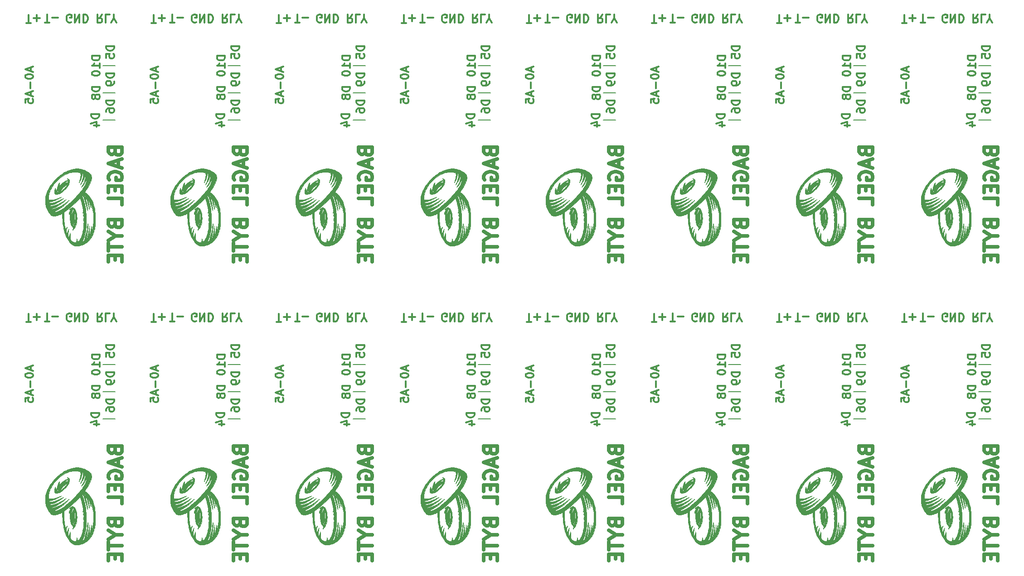
<source format=gbo>
G04 #@! TF.FileFunction,Legend,Bot*
%FSLAX46Y46*%
G04 Gerber Fmt 4.6, Leading zero omitted, Abs format (unit mm)*
G04 Created by KiCad (PCBNEW 4.0.6) date 11/19/17 22:49:51*
%MOMM*%
%LPD*%
G01*
G04 APERTURE LIST*
%ADD10C,0.100000*%
%ADD11C,0.300000*%
%ADD12C,0.200000*%
%ADD13C,0.635000*%
%ADD14C,0.010000*%
G04 APERTURE END LIST*
D10*
D11*
X240218122Y-107085547D02*
X238718122Y-107085547D01*
X238718122Y-107442690D01*
X238789551Y-107656975D01*
X238932408Y-107799833D01*
X239075265Y-107871261D01*
X239360980Y-107942690D01*
X239575265Y-107942690D01*
X239860980Y-107871261D01*
X240003837Y-107799833D01*
X240146694Y-107656975D01*
X240218122Y-107442690D01*
X240218122Y-107085547D01*
X240218122Y-108656975D02*
X240218122Y-108942690D01*
X240146694Y-109085547D01*
X240075265Y-109156975D01*
X239860980Y-109299833D01*
X239575265Y-109371261D01*
X239003837Y-109371261D01*
X238860980Y-109299833D01*
X238789551Y-109228404D01*
X238718122Y-109085547D01*
X238718122Y-108799833D01*
X238789551Y-108656975D01*
X238860980Y-108585547D01*
X239003837Y-108514118D01*
X239360980Y-108514118D01*
X239503837Y-108585547D01*
X239575265Y-108656975D01*
X239646694Y-108799833D01*
X239646694Y-109085547D01*
X239575265Y-109228404D01*
X239503837Y-109299833D01*
X239360980Y-109371261D01*
X216850122Y-107085547D02*
X215350122Y-107085547D01*
X215350122Y-107442690D01*
X215421551Y-107656975D01*
X215564408Y-107799833D01*
X215707265Y-107871261D01*
X215992980Y-107942690D01*
X216207265Y-107942690D01*
X216492980Y-107871261D01*
X216635837Y-107799833D01*
X216778694Y-107656975D01*
X216850122Y-107442690D01*
X216850122Y-107085547D01*
X216850122Y-108656975D02*
X216850122Y-108942690D01*
X216778694Y-109085547D01*
X216707265Y-109156975D01*
X216492980Y-109299833D01*
X216207265Y-109371261D01*
X215635837Y-109371261D01*
X215492980Y-109299833D01*
X215421551Y-109228404D01*
X215350122Y-109085547D01*
X215350122Y-108799833D01*
X215421551Y-108656975D01*
X215492980Y-108585547D01*
X215635837Y-108514118D01*
X215992980Y-108514118D01*
X216135837Y-108585547D01*
X216207265Y-108656975D01*
X216278694Y-108799833D01*
X216278694Y-109085547D01*
X216207265Y-109228404D01*
X216135837Y-109299833D01*
X215992980Y-109371261D01*
X193482122Y-107085547D02*
X191982122Y-107085547D01*
X191982122Y-107442690D01*
X192053551Y-107656975D01*
X192196408Y-107799833D01*
X192339265Y-107871261D01*
X192624980Y-107942690D01*
X192839265Y-107942690D01*
X193124980Y-107871261D01*
X193267837Y-107799833D01*
X193410694Y-107656975D01*
X193482122Y-107442690D01*
X193482122Y-107085547D01*
X193482122Y-108656975D02*
X193482122Y-108942690D01*
X193410694Y-109085547D01*
X193339265Y-109156975D01*
X193124980Y-109299833D01*
X192839265Y-109371261D01*
X192267837Y-109371261D01*
X192124980Y-109299833D01*
X192053551Y-109228404D01*
X191982122Y-109085547D01*
X191982122Y-108799833D01*
X192053551Y-108656975D01*
X192124980Y-108585547D01*
X192267837Y-108514118D01*
X192624980Y-108514118D01*
X192767837Y-108585547D01*
X192839265Y-108656975D01*
X192910694Y-108799833D01*
X192910694Y-109085547D01*
X192839265Y-109228404D01*
X192767837Y-109299833D01*
X192624980Y-109371261D01*
X170114122Y-107085547D02*
X168614122Y-107085547D01*
X168614122Y-107442690D01*
X168685551Y-107656975D01*
X168828408Y-107799833D01*
X168971265Y-107871261D01*
X169256980Y-107942690D01*
X169471265Y-107942690D01*
X169756980Y-107871261D01*
X169899837Y-107799833D01*
X170042694Y-107656975D01*
X170114122Y-107442690D01*
X170114122Y-107085547D01*
X170114122Y-108656975D02*
X170114122Y-108942690D01*
X170042694Y-109085547D01*
X169971265Y-109156975D01*
X169756980Y-109299833D01*
X169471265Y-109371261D01*
X168899837Y-109371261D01*
X168756980Y-109299833D01*
X168685551Y-109228404D01*
X168614122Y-109085547D01*
X168614122Y-108799833D01*
X168685551Y-108656975D01*
X168756980Y-108585547D01*
X168899837Y-108514118D01*
X169256980Y-108514118D01*
X169399837Y-108585547D01*
X169471265Y-108656975D01*
X169542694Y-108799833D01*
X169542694Y-109085547D01*
X169471265Y-109228404D01*
X169399837Y-109299833D01*
X169256980Y-109371261D01*
X146746122Y-107085547D02*
X145246122Y-107085547D01*
X145246122Y-107442690D01*
X145317551Y-107656975D01*
X145460408Y-107799833D01*
X145603265Y-107871261D01*
X145888980Y-107942690D01*
X146103265Y-107942690D01*
X146388980Y-107871261D01*
X146531837Y-107799833D01*
X146674694Y-107656975D01*
X146746122Y-107442690D01*
X146746122Y-107085547D01*
X146746122Y-108656975D02*
X146746122Y-108942690D01*
X146674694Y-109085547D01*
X146603265Y-109156975D01*
X146388980Y-109299833D01*
X146103265Y-109371261D01*
X145531837Y-109371261D01*
X145388980Y-109299833D01*
X145317551Y-109228404D01*
X145246122Y-109085547D01*
X145246122Y-108799833D01*
X145317551Y-108656975D01*
X145388980Y-108585547D01*
X145531837Y-108514118D01*
X145888980Y-108514118D01*
X146031837Y-108585547D01*
X146103265Y-108656975D01*
X146174694Y-108799833D01*
X146174694Y-109085547D01*
X146103265Y-109228404D01*
X146031837Y-109299833D01*
X145888980Y-109371261D01*
X123378122Y-107085547D02*
X121878122Y-107085547D01*
X121878122Y-107442690D01*
X121949551Y-107656975D01*
X122092408Y-107799833D01*
X122235265Y-107871261D01*
X122520980Y-107942690D01*
X122735265Y-107942690D01*
X123020980Y-107871261D01*
X123163837Y-107799833D01*
X123306694Y-107656975D01*
X123378122Y-107442690D01*
X123378122Y-107085547D01*
X123378122Y-108656975D02*
X123378122Y-108942690D01*
X123306694Y-109085547D01*
X123235265Y-109156975D01*
X123020980Y-109299833D01*
X122735265Y-109371261D01*
X122163837Y-109371261D01*
X122020980Y-109299833D01*
X121949551Y-109228404D01*
X121878122Y-109085547D01*
X121878122Y-108799833D01*
X121949551Y-108656975D01*
X122020980Y-108585547D01*
X122163837Y-108514118D01*
X122520980Y-108514118D01*
X122663837Y-108585547D01*
X122735265Y-108656975D01*
X122806694Y-108799833D01*
X122806694Y-109085547D01*
X122735265Y-109228404D01*
X122663837Y-109299833D01*
X122520980Y-109371261D01*
X100010122Y-107085547D02*
X98510122Y-107085547D01*
X98510122Y-107442690D01*
X98581551Y-107656975D01*
X98724408Y-107799833D01*
X98867265Y-107871261D01*
X99152980Y-107942690D01*
X99367265Y-107942690D01*
X99652980Y-107871261D01*
X99795837Y-107799833D01*
X99938694Y-107656975D01*
X100010122Y-107442690D01*
X100010122Y-107085547D01*
X100010122Y-108656975D02*
X100010122Y-108942690D01*
X99938694Y-109085547D01*
X99867265Y-109156975D01*
X99652980Y-109299833D01*
X99367265Y-109371261D01*
X98795837Y-109371261D01*
X98652980Y-109299833D01*
X98581551Y-109228404D01*
X98510122Y-109085547D01*
X98510122Y-108799833D01*
X98581551Y-108656975D01*
X98652980Y-108585547D01*
X98795837Y-108514118D01*
X99152980Y-108514118D01*
X99295837Y-108585547D01*
X99367265Y-108656975D01*
X99438694Y-108799833D01*
X99438694Y-109085547D01*
X99367265Y-109228404D01*
X99295837Y-109299833D01*
X99152980Y-109371261D01*
X76642122Y-107085547D02*
X75142122Y-107085547D01*
X75142122Y-107442690D01*
X75213551Y-107656975D01*
X75356408Y-107799833D01*
X75499265Y-107871261D01*
X75784980Y-107942690D01*
X75999265Y-107942690D01*
X76284980Y-107871261D01*
X76427837Y-107799833D01*
X76570694Y-107656975D01*
X76642122Y-107442690D01*
X76642122Y-107085547D01*
X76642122Y-108656975D02*
X76642122Y-108942690D01*
X76570694Y-109085547D01*
X76499265Y-109156975D01*
X76284980Y-109299833D01*
X75999265Y-109371261D01*
X75427837Y-109371261D01*
X75284980Y-109299833D01*
X75213551Y-109228404D01*
X75142122Y-109085547D01*
X75142122Y-108799833D01*
X75213551Y-108656975D01*
X75284980Y-108585547D01*
X75427837Y-108514118D01*
X75784980Y-108514118D01*
X75927837Y-108585547D01*
X75999265Y-108656975D01*
X76070694Y-108799833D01*
X76070694Y-109085547D01*
X75999265Y-109228404D01*
X75927837Y-109299833D01*
X75784980Y-109371261D01*
X240218122Y-51205547D02*
X238718122Y-51205547D01*
X238718122Y-51562690D01*
X238789551Y-51776975D01*
X238932408Y-51919833D01*
X239075265Y-51991261D01*
X239360980Y-52062690D01*
X239575265Y-52062690D01*
X239860980Y-51991261D01*
X240003837Y-51919833D01*
X240146694Y-51776975D01*
X240218122Y-51562690D01*
X240218122Y-51205547D01*
X240218122Y-52776975D02*
X240218122Y-53062690D01*
X240146694Y-53205547D01*
X240075265Y-53276975D01*
X239860980Y-53419833D01*
X239575265Y-53491261D01*
X239003837Y-53491261D01*
X238860980Y-53419833D01*
X238789551Y-53348404D01*
X238718122Y-53205547D01*
X238718122Y-52919833D01*
X238789551Y-52776975D01*
X238860980Y-52705547D01*
X239003837Y-52634118D01*
X239360980Y-52634118D01*
X239503837Y-52705547D01*
X239575265Y-52776975D01*
X239646694Y-52919833D01*
X239646694Y-53205547D01*
X239575265Y-53348404D01*
X239503837Y-53419833D01*
X239360980Y-53491261D01*
X216850122Y-51205547D02*
X215350122Y-51205547D01*
X215350122Y-51562690D01*
X215421551Y-51776975D01*
X215564408Y-51919833D01*
X215707265Y-51991261D01*
X215992980Y-52062690D01*
X216207265Y-52062690D01*
X216492980Y-51991261D01*
X216635837Y-51919833D01*
X216778694Y-51776975D01*
X216850122Y-51562690D01*
X216850122Y-51205547D01*
X216850122Y-52776975D02*
X216850122Y-53062690D01*
X216778694Y-53205547D01*
X216707265Y-53276975D01*
X216492980Y-53419833D01*
X216207265Y-53491261D01*
X215635837Y-53491261D01*
X215492980Y-53419833D01*
X215421551Y-53348404D01*
X215350122Y-53205547D01*
X215350122Y-52919833D01*
X215421551Y-52776975D01*
X215492980Y-52705547D01*
X215635837Y-52634118D01*
X215992980Y-52634118D01*
X216135837Y-52705547D01*
X216207265Y-52776975D01*
X216278694Y-52919833D01*
X216278694Y-53205547D01*
X216207265Y-53348404D01*
X216135837Y-53419833D01*
X215992980Y-53491261D01*
X193482122Y-51205547D02*
X191982122Y-51205547D01*
X191982122Y-51562690D01*
X192053551Y-51776975D01*
X192196408Y-51919833D01*
X192339265Y-51991261D01*
X192624980Y-52062690D01*
X192839265Y-52062690D01*
X193124980Y-51991261D01*
X193267837Y-51919833D01*
X193410694Y-51776975D01*
X193482122Y-51562690D01*
X193482122Y-51205547D01*
X193482122Y-52776975D02*
X193482122Y-53062690D01*
X193410694Y-53205547D01*
X193339265Y-53276975D01*
X193124980Y-53419833D01*
X192839265Y-53491261D01*
X192267837Y-53491261D01*
X192124980Y-53419833D01*
X192053551Y-53348404D01*
X191982122Y-53205547D01*
X191982122Y-52919833D01*
X192053551Y-52776975D01*
X192124980Y-52705547D01*
X192267837Y-52634118D01*
X192624980Y-52634118D01*
X192767837Y-52705547D01*
X192839265Y-52776975D01*
X192910694Y-52919833D01*
X192910694Y-53205547D01*
X192839265Y-53348404D01*
X192767837Y-53419833D01*
X192624980Y-53491261D01*
X170114122Y-51205547D02*
X168614122Y-51205547D01*
X168614122Y-51562690D01*
X168685551Y-51776975D01*
X168828408Y-51919833D01*
X168971265Y-51991261D01*
X169256980Y-52062690D01*
X169471265Y-52062690D01*
X169756980Y-51991261D01*
X169899837Y-51919833D01*
X170042694Y-51776975D01*
X170114122Y-51562690D01*
X170114122Y-51205547D01*
X170114122Y-52776975D02*
X170114122Y-53062690D01*
X170042694Y-53205547D01*
X169971265Y-53276975D01*
X169756980Y-53419833D01*
X169471265Y-53491261D01*
X168899837Y-53491261D01*
X168756980Y-53419833D01*
X168685551Y-53348404D01*
X168614122Y-53205547D01*
X168614122Y-52919833D01*
X168685551Y-52776975D01*
X168756980Y-52705547D01*
X168899837Y-52634118D01*
X169256980Y-52634118D01*
X169399837Y-52705547D01*
X169471265Y-52776975D01*
X169542694Y-52919833D01*
X169542694Y-53205547D01*
X169471265Y-53348404D01*
X169399837Y-53419833D01*
X169256980Y-53491261D01*
X146746122Y-51205547D02*
X145246122Y-51205547D01*
X145246122Y-51562690D01*
X145317551Y-51776975D01*
X145460408Y-51919833D01*
X145603265Y-51991261D01*
X145888980Y-52062690D01*
X146103265Y-52062690D01*
X146388980Y-51991261D01*
X146531837Y-51919833D01*
X146674694Y-51776975D01*
X146746122Y-51562690D01*
X146746122Y-51205547D01*
X146746122Y-52776975D02*
X146746122Y-53062690D01*
X146674694Y-53205547D01*
X146603265Y-53276975D01*
X146388980Y-53419833D01*
X146103265Y-53491261D01*
X145531837Y-53491261D01*
X145388980Y-53419833D01*
X145317551Y-53348404D01*
X145246122Y-53205547D01*
X145246122Y-52919833D01*
X145317551Y-52776975D01*
X145388980Y-52705547D01*
X145531837Y-52634118D01*
X145888980Y-52634118D01*
X146031837Y-52705547D01*
X146103265Y-52776975D01*
X146174694Y-52919833D01*
X146174694Y-53205547D01*
X146103265Y-53348404D01*
X146031837Y-53419833D01*
X145888980Y-53491261D01*
X123378122Y-51205547D02*
X121878122Y-51205547D01*
X121878122Y-51562690D01*
X121949551Y-51776975D01*
X122092408Y-51919833D01*
X122235265Y-51991261D01*
X122520980Y-52062690D01*
X122735265Y-52062690D01*
X123020980Y-51991261D01*
X123163837Y-51919833D01*
X123306694Y-51776975D01*
X123378122Y-51562690D01*
X123378122Y-51205547D01*
X123378122Y-52776975D02*
X123378122Y-53062690D01*
X123306694Y-53205547D01*
X123235265Y-53276975D01*
X123020980Y-53419833D01*
X122735265Y-53491261D01*
X122163837Y-53491261D01*
X122020980Y-53419833D01*
X121949551Y-53348404D01*
X121878122Y-53205547D01*
X121878122Y-52919833D01*
X121949551Y-52776975D01*
X122020980Y-52705547D01*
X122163837Y-52634118D01*
X122520980Y-52634118D01*
X122663837Y-52705547D01*
X122735265Y-52776975D01*
X122806694Y-52919833D01*
X122806694Y-53205547D01*
X122735265Y-53348404D01*
X122663837Y-53419833D01*
X122520980Y-53491261D01*
X100010122Y-51205547D02*
X98510122Y-51205547D01*
X98510122Y-51562690D01*
X98581551Y-51776975D01*
X98724408Y-51919833D01*
X98867265Y-51991261D01*
X99152980Y-52062690D01*
X99367265Y-52062690D01*
X99652980Y-51991261D01*
X99795837Y-51919833D01*
X99938694Y-51776975D01*
X100010122Y-51562690D01*
X100010122Y-51205547D01*
X100010122Y-52776975D02*
X100010122Y-53062690D01*
X99938694Y-53205547D01*
X99867265Y-53276975D01*
X99652980Y-53419833D01*
X99367265Y-53491261D01*
X98795837Y-53491261D01*
X98652980Y-53419833D01*
X98581551Y-53348404D01*
X98510122Y-53205547D01*
X98510122Y-52919833D01*
X98581551Y-52776975D01*
X98652980Y-52705547D01*
X98795837Y-52634118D01*
X99152980Y-52634118D01*
X99295837Y-52705547D01*
X99367265Y-52776975D01*
X99438694Y-52919833D01*
X99438694Y-53205547D01*
X99367265Y-53348404D01*
X99295837Y-53419833D01*
X99152980Y-53491261D01*
X240218122Y-102005547D02*
X238718122Y-102005547D01*
X238718122Y-102362690D01*
X238789551Y-102576975D01*
X238932408Y-102719833D01*
X239075265Y-102791261D01*
X239360980Y-102862690D01*
X239575265Y-102862690D01*
X239860980Y-102791261D01*
X240003837Y-102719833D01*
X240146694Y-102576975D01*
X240218122Y-102362690D01*
X240218122Y-102005547D01*
X238718122Y-104219833D02*
X238718122Y-103505547D01*
X239432408Y-103434118D01*
X239360980Y-103505547D01*
X239289551Y-103648404D01*
X239289551Y-104005547D01*
X239360980Y-104148404D01*
X239432408Y-104219833D01*
X239575265Y-104291261D01*
X239932408Y-104291261D01*
X240075265Y-104219833D01*
X240146694Y-104148404D01*
X240218122Y-104005547D01*
X240218122Y-103648404D01*
X240146694Y-103505547D01*
X240075265Y-103434118D01*
X216850122Y-102005547D02*
X215350122Y-102005547D01*
X215350122Y-102362690D01*
X215421551Y-102576975D01*
X215564408Y-102719833D01*
X215707265Y-102791261D01*
X215992980Y-102862690D01*
X216207265Y-102862690D01*
X216492980Y-102791261D01*
X216635837Y-102719833D01*
X216778694Y-102576975D01*
X216850122Y-102362690D01*
X216850122Y-102005547D01*
X215350122Y-104219833D02*
X215350122Y-103505547D01*
X216064408Y-103434118D01*
X215992980Y-103505547D01*
X215921551Y-103648404D01*
X215921551Y-104005547D01*
X215992980Y-104148404D01*
X216064408Y-104219833D01*
X216207265Y-104291261D01*
X216564408Y-104291261D01*
X216707265Y-104219833D01*
X216778694Y-104148404D01*
X216850122Y-104005547D01*
X216850122Y-103648404D01*
X216778694Y-103505547D01*
X216707265Y-103434118D01*
X193482122Y-102005547D02*
X191982122Y-102005547D01*
X191982122Y-102362690D01*
X192053551Y-102576975D01*
X192196408Y-102719833D01*
X192339265Y-102791261D01*
X192624980Y-102862690D01*
X192839265Y-102862690D01*
X193124980Y-102791261D01*
X193267837Y-102719833D01*
X193410694Y-102576975D01*
X193482122Y-102362690D01*
X193482122Y-102005547D01*
X191982122Y-104219833D02*
X191982122Y-103505547D01*
X192696408Y-103434118D01*
X192624980Y-103505547D01*
X192553551Y-103648404D01*
X192553551Y-104005547D01*
X192624980Y-104148404D01*
X192696408Y-104219833D01*
X192839265Y-104291261D01*
X193196408Y-104291261D01*
X193339265Y-104219833D01*
X193410694Y-104148404D01*
X193482122Y-104005547D01*
X193482122Y-103648404D01*
X193410694Y-103505547D01*
X193339265Y-103434118D01*
X170114122Y-102005547D02*
X168614122Y-102005547D01*
X168614122Y-102362690D01*
X168685551Y-102576975D01*
X168828408Y-102719833D01*
X168971265Y-102791261D01*
X169256980Y-102862690D01*
X169471265Y-102862690D01*
X169756980Y-102791261D01*
X169899837Y-102719833D01*
X170042694Y-102576975D01*
X170114122Y-102362690D01*
X170114122Y-102005547D01*
X168614122Y-104219833D02*
X168614122Y-103505547D01*
X169328408Y-103434118D01*
X169256980Y-103505547D01*
X169185551Y-103648404D01*
X169185551Y-104005547D01*
X169256980Y-104148404D01*
X169328408Y-104219833D01*
X169471265Y-104291261D01*
X169828408Y-104291261D01*
X169971265Y-104219833D01*
X170042694Y-104148404D01*
X170114122Y-104005547D01*
X170114122Y-103648404D01*
X170042694Y-103505547D01*
X169971265Y-103434118D01*
X146746122Y-102005547D02*
X145246122Y-102005547D01*
X145246122Y-102362690D01*
X145317551Y-102576975D01*
X145460408Y-102719833D01*
X145603265Y-102791261D01*
X145888980Y-102862690D01*
X146103265Y-102862690D01*
X146388980Y-102791261D01*
X146531837Y-102719833D01*
X146674694Y-102576975D01*
X146746122Y-102362690D01*
X146746122Y-102005547D01*
X145246122Y-104219833D02*
X145246122Y-103505547D01*
X145960408Y-103434118D01*
X145888980Y-103505547D01*
X145817551Y-103648404D01*
X145817551Y-104005547D01*
X145888980Y-104148404D01*
X145960408Y-104219833D01*
X146103265Y-104291261D01*
X146460408Y-104291261D01*
X146603265Y-104219833D01*
X146674694Y-104148404D01*
X146746122Y-104005547D01*
X146746122Y-103648404D01*
X146674694Y-103505547D01*
X146603265Y-103434118D01*
X123378122Y-102005547D02*
X121878122Y-102005547D01*
X121878122Y-102362690D01*
X121949551Y-102576975D01*
X122092408Y-102719833D01*
X122235265Y-102791261D01*
X122520980Y-102862690D01*
X122735265Y-102862690D01*
X123020980Y-102791261D01*
X123163837Y-102719833D01*
X123306694Y-102576975D01*
X123378122Y-102362690D01*
X123378122Y-102005547D01*
X121878122Y-104219833D02*
X121878122Y-103505547D01*
X122592408Y-103434118D01*
X122520980Y-103505547D01*
X122449551Y-103648404D01*
X122449551Y-104005547D01*
X122520980Y-104148404D01*
X122592408Y-104219833D01*
X122735265Y-104291261D01*
X123092408Y-104291261D01*
X123235265Y-104219833D01*
X123306694Y-104148404D01*
X123378122Y-104005547D01*
X123378122Y-103648404D01*
X123306694Y-103505547D01*
X123235265Y-103434118D01*
X100010122Y-102005547D02*
X98510122Y-102005547D01*
X98510122Y-102362690D01*
X98581551Y-102576975D01*
X98724408Y-102719833D01*
X98867265Y-102791261D01*
X99152980Y-102862690D01*
X99367265Y-102862690D01*
X99652980Y-102791261D01*
X99795837Y-102719833D01*
X99938694Y-102576975D01*
X100010122Y-102362690D01*
X100010122Y-102005547D01*
X98510122Y-104219833D02*
X98510122Y-103505547D01*
X99224408Y-103434118D01*
X99152980Y-103505547D01*
X99081551Y-103648404D01*
X99081551Y-104005547D01*
X99152980Y-104148404D01*
X99224408Y-104219833D01*
X99367265Y-104291261D01*
X99724408Y-104291261D01*
X99867265Y-104219833D01*
X99938694Y-104148404D01*
X100010122Y-104005547D01*
X100010122Y-103648404D01*
X99938694Y-103505547D01*
X99867265Y-103434118D01*
X76642122Y-102005547D02*
X75142122Y-102005547D01*
X75142122Y-102362690D01*
X75213551Y-102576975D01*
X75356408Y-102719833D01*
X75499265Y-102791261D01*
X75784980Y-102862690D01*
X75999265Y-102862690D01*
X76284980Y-102791261D01*
X76427837Y-102719833D01*
X76570694Y-102576975D01*
X76642122Y-102362690D01*
X76642122Y-102005547D01*
X75142122Y-104219833D02*
X75142122Y-103505547D01*
X75856408Y-103434118D01*
X75784980Y-103505547D01*
X75713551Y-103648404D01*
X75713551Y-104005547D01*
X75784980Y-104148404D01*
X75856408Y-104219833D01*
X75999265Y-104291261D01*
X76356408Y-104291261D01*
X76499265Y-104219833D01*
X76570694Y-104148404D01*
X76642122Y-104005547D01*
X76642122Y-103648404D01*
X76570694Y-103505547D01*
X76499265Y-103434118D01*
X240218122Y-46125547D02*
X238718122Y-46125547D01*
X238718122Y-46482690D01*
X238789551Y-46696975D01*
X238932408Y-46839833D01*
X239075265Y-46911261D01*
X239360980Y-46982690D01*
X239575265Y-46982690D01*
X239860980Y-46911261D01*
X240003837Y-46839833D01*
X240146694Y-46696975D01*
X240218122Y-46482690D01*
X240218122Y-46125547D01*
X238718122Y-48339833D02*
X238718122Y-47625547D01*
X239432408Y-47554118D01*
X239360980Y-47625547D01*
X239289551Y-47768404D01*
X239289551Y-48125547D01*
X239360980Y-48268404D01*
X239432408Y-48339833D01*
X239575265Y-48411261D01*
X239932408Y-48411261D01*
X240075265Y-48339833D01*
X240146694Y-48268404D01*
X240218122Y-48125547D01*
X240218122Y-47768404D01*
X240146694Y-47625547D01*
X240075265Y-47554118D01*
X216850122Y-46125547D02*
X215350122Y-46125547D01*
X215350122Y-46482690D01*
X215421551Y-46696975D01*
X215564408Y-46839833D01*
X215707265Y-46911261D01*
X215992980Y-46982690D01*
X216207265Y-46982690D01*
X216492980Y-46911261D01*
X216635837Y-46839833D01*
X216778694Y-46696975D01*
X216850122Y-46482690D01*
X216850122Y-46125547D01*
X215350122Y-48339833D02*
X215350122Y-47625547D01*
X216064408Y-47554118D01*
X215992980Y-47625547D01*
X215921551Y-47768404D01*
X215921551Y-48125547D01*
X215992980Y-48268404D01*
X216064408Y-48339833D01*
X216207265Y-48411261D01*
X216564408Y-48411261D01*
X216707265Y-48339833D01*
X216778694Y-48268404D01*
X216850122Y-48125547D01*
X216850122Y-47768404D01*
X216778694Y-47625547D01*
X216707265Y-47554118D01*
X193482122Y-46125547D02*
X191982122Y-46125547D01*
X191982122Y-46482690D01*
X192053551Y-46696975D01*
X192196408Y-46839833D01*
X192339265Y-46911261D01*
X192624980Y-46982690D01*
X192839265Y-46982690D01*
X193124980Y-46911261D01*
X193267837Y-46839833D01*
X193410694Y-46696975D01*
X193482122Y-46482690D01*
X193482122Y-46125547D01*
X191982122Y-48339833D02*
X191982122Y-47625547D01*
X192696408Y-47554118D01*
X192624980Y-47625547D01*
X192553551Y-47768404D01*
X192553551Y-48125547D01*
X192624980Y-48268404D01*
X192696408Y-48339833D01*
X192839265Y-48411261D01*
X193196408Y-48411261D01*
X193339265Y-48339833D01*
X193410694Y-48268404D01*
X193482122Y-48125547D01*
X193482122Y-47768404D01*
X193410694Y-47625547D01*
X193339265Y-47554118D01*
X170114122Y-46125547D02*
X168614122Y-46125547D01*
X168614122Y-46482690D01*
X168685551Y-46696975D01*
X168828408Y-46839833D01*
X168971265Y-46911261D01*
X169256980Y-46982690D01*
X169471265Y-46982690D01*
X169756980Y-46911261D01*
X169899837Y-46839833D01*
X170042694Y-46696975D01*
X170114122Y-46482690D01*
X170114122Y-46125547D01*
X168614122Y-48339833D02*
X168614122Y-47625547D01*
X169328408Y-47554118D01*
X169256980Y-47625547D01*
X169185551Y-47768404D01*
X169185551Y-48125547D01*
X169256980Y-48268404D01*
X169328408Y-48339833D01*
X169471265Y-48411261D01*
X169828408Y-48411261D01*
X169971265Y-48339833D01*
X170042694Y-48268404D01*
X170114122Y-48125547D01*
X170114122Y-47768404D01*
X170042694Y-47625547D01*
X169971265Y-47554118D01*
X146746122Y-46125547D02*
X145246122Y-46125547D01*
X145246122Y-46482690D01*
X145317551Y-46696975D01*
X145460408Y-46839833D01*
X145603265Y-46911261D01*
X145888980Y-46982690D01*
X146103265Y-46982690D01*
X146388980Y-46911261D01*
X146531837Y-46839833D01*
X146674694Y-46696975D01*
X146746122Y-46482690D01*
X146746122Y-46125547D01*
X145246122Y-48339833D02*
X145246122Y-47625547D01*
X145960408Y-47554118D01*
X145888980Y-47625547D01*
X145817551Y-47768404D01*
X145817551Y-48125547D01*
X145888980Y-48268404D01*
X145960408Y-48339833D01*
X146103265Y-48411261D01*
X146460408Y-48411261D01*
X146603265Y-48339833D01*
X146674694Y-48268404D01*
X146746122Y-48125547D01*
X146746122Y-47768404D01*
X146674694Y-47625547D01*
X146603265Y-47554118D01*
X123378122Y-46125547D02*
X121878122Y-46125547D01*
X121878122Y-46482690D01*
X121949551Y-46696975D01*
X122092408Y-46839833D01*
X122235265Y-46911261D01*
X122520980Y-46982690D01*
X122735265Y-46982690D01*
X123020980Y-46911261D01*
X123163837Y-46839833D01*
X123306694Y-46696975D01*
X123378122Y-46482690D01*
X123378122Y-46125547D01*
X121878122Y-48339833D02*
X121878122Y-47625547D01*
X122592408Y-47554118D01*
X122520980Y-47625547D01*
X122449551Y-47768404D01*
X122449551Y-48125547D01*
X122520980Y-48268404D01*
X122592408Y-48339833D01*
X122735265Y-48411261D01*
X123092408Y-48411261D01*
X123235265Y-48339833D01*
X123306694Y-48268404D01*
X123378122Y-48125547D01*
X123378122Y-47768404D01*
X123306694Y-47625547D01*
X123235265Y-47554118D01*
X100010122Y-46125547D02*
X98510122Y-46125547D01*
X98510122Y-46482690D01*
X98581551Y-46696975D01*
X98724408Y-46839833D01*
X98867265Y-46911261D01*
X99152980Y-46982690D01*
X99367265Y-46982690D01*
X99652980Y-46911261D01*
X99795837Y-46839833D01*
X99938694Y-46696975D01*
X100010122Y-46482690D01*
X100010122Y-46125547D01*
X98510122Y-48339833D02*
X98510122Y-47625547D01*
X99224408Y-47554118D01*
X99152980Y-47625547D01*
X99081551Y-47768404D01*
X99081551Y-48125547D01*
X99152980Y-48268404D01*
X99224408Y-48339833D01*
X99367265Y-48411261D01*
X99724408Y-48411261D01*
X99867265Y-48339833D01*
X99938694Y-48268404D01*
X100010122Y-48125547D01*
X100010122Y-47768404D01*
X99938694Y-47625547D01*
X99867265Y-47554118D01*
D12*
X238142551Y-110732689D02*
X240428551Y-110732689D01*
X214774551Y-110732689D02*
X217060551Y-110732689D01*
X191406551Y-110732689D02*
X193692551Y-110732689D01*
X168038551Y-110732689D02*
X170324551Y-110732689D01*
X144670551Y-110732689D02*
X146956551Y-110732689D01*
X121302551Y-110732689D02*
X123588551Y-110732689D01*
X97934551Y-110732689D02*
X100220551Y-110732689D01*
X74566551Y-110732689D02*
X76852551Y-110732689D01*
X238142551Y-54852689D02*
X240428551Y-54852689D01*
X214774551Y-54852689D02*
X217060551Y-54852689D01*
X191406551Y-54852689D02*
X193692551Y-54852689D01*
X168038551Y-54852689D02*
X170324551Y-54852689D01*
X144670551Y-54852689D02*
X146956551Y-54852689D01*
X121302551Y-54852689D02*
X123588551Y-54852689D01*
X97934551Y-54852689D02*
X100220551Y-54852689D01*
D11*
X240218122Y-112165547D02*
X238718122Y-112165547D01*
X238718122Y-112522690D01*
X238789551Y-112736975D01*
X238932408Y-112879833D01*
X239075265Y-112951261D01*
X239360980Y-113022690D01*
X239575265Y-113022690D01*
X239860980Y-112951261D01*
X240003837Y-112879833D01*
X240146694Y-112736975D01*
X240218122Y-112522690D01*
X240218122Y-112165547D01*
X238718122Y-114308404D02*
X238718122Y-114022690D01*
X238789551Y-113879833D01*
X238860980Y-113808404D01*
X239075265Y-113665547D01*
X239360980Y-113594118D01*
X239932408Y-113594118D01*
X240075265Y-113665547D01*
X240146694Y-113736975D01*
X240218122Y-113879833D01*
X240218122Y-114165547D01*
X240146694Y-114308404D01*
X240075265Y-114379833D01*
X239932408Y-114451261D01*
X239575265Y-114451261D01*
X239432408Y-114379833D01*
X239360980Y-114308404D01*
X239289551Y-114165547D01*
X239289551Y-113879833D01*
X239360980Y-113736975D01*
X239432408Y-113665547D01*
X239575265Y-113594118D01*
X216850122Y-112165547D02*
X215350122Y-112165547D01*
X215350122Y-112522690D01*
X215421551Y-112736975D01*
X215564408Y-112879833D01*
X215707265Y-112951261D01*
X215992980Y-113022690D01*
X216207265Y-113022690D01*
X216492980Y-112951261D01*
X216635837Y-112879833D01*
X216778694Y-112736975D01*
X216850122Y-112522690D01*
X216850122Y-112165547D01*
X215350122Y-114308404D02*
X215350122Y-114022690D01*
X215421551Y-113879833D01*
X215492980Y-113808404D01*
X215707265Y-113665547D01*
X215992980Y-113594118D01*
X216564408Y-113594118D01*
X216707265Y-113665547D01*
X216778694Y-113736975D01*
X216850122Y-113879833D01*
X216850122Y-114165547D01*
X216778694Y-114308404D01*
X216707265Y-114379833D01*
X216564408Y-114451261D01*
X216207265Y-114451261D01*
X216064408Y-114379833D01*
X215992980Y-114308404D01*
X215921551Y-114165547D01*
X215921551Y-113879833D01*
X215992980Y-113736975D01*
X216064408Y-113665547D01*
X216207265Y-113594118D01*
X193482122Y-112165547D02*
X191982122Y-112165547D01*
X191982122Y-112522690D01*
X192053551Y-112736975D01*
X192196408Y-112879833D01*
X192339265Y-112951261D01*
X192624980Y-113022690D01*
X192839265Y-113022690D01*
X193124980Y-112951261D01*
X193267837Y-112879833D01*
X193410694Y-112736975D01*
X193482122Y-112522690D01*
X193482122Y-112165547D01*
X191982122Y-114308404D02*
X191982122Y-114022690D01*
X192053551Y-113879833D01*
X192124980Y-113808404D01*
X192339265Y-113665547D01*
X192624980Y-113594118D01*
X193196408Y-113594118D01*
X193339265Y-113665547D01*
X193410694Y-113736975D01*
X193482122Y-113879833D01*
X193482122Y-114165547D01*
X193410694Y-114308404D01*
X193339265Y-114379833D01*
X193196408Y-114451261D01*
X192839265Y-114451261D01*
X192696408Y-114379833D01*
X192624980Y-114308404D01*
X192553551Y-114165547D01*
X192553551Y-113879833D01*
X192624980Y-113736975D01*
X192696408Y-113665547D01*
X192839265Y-113594118D01*
X170114122Y-112165547D02*
X168614122Y-112165547D01*
X168614122Y-112522690D01*
X168685551Y-112736975D01*
X168828408Y-112879833D01*
X168971265Y-112951261D01*
X169256980Y-113022690D01*
X169471265Y-113022690D01*
X169756980Y-112951261D01*
X169899837Y-112879833D01*
X170042694Y-112736975D01*
X170114122Y-112522690D01*
X170114122Y-112165547D01*
X168614122Y-114308404D02*
X168614122Y-114022690D01*
X168685551Y-113879833D01*
X168756980Y-113808404D01*
X168971265Y-113665547D01*
X169256980Y-113594118D01*
X169828408Y-113594118D01*
X169971265Y-113665547D01*
X170042694Y-113736975D01*
X170114122Y-113879833D01*
X170114122Y-114165547D01*
X170042694Y-114308404D01*
X169971265Y-114379833D01*
X169828408Y-114451261D01*
X169471265Y-114451261D01*
X169328408Y-114379833D01*
X169256980Y-114308404D01*
X169185551Y-114165547D01*
X169185551Y-113879833D01*
X169256980Y-113736975D01*
X169328408Y-113665547D01*
X169471265Y-113594118D01*
X146746122Y-112165547D02*
X145246122Y-112165547D01*
X145246122Y-112522690D01*
X145317551Y-112736975D01*
X145460408Y-112879833D01*
X145603265Y-112951261D01*
X145888980Y-113022690D01*
X146103265Y-113022690D01*
X146388980Y-112951261D01*
X146531837Y-112879833D01*
X146674694Y-112736975D01*
X146746122Y-112522690D01*
X146746122Y-112165547D01*
X145246122Y-114308404D02*
X145246122Y-114022690D01*
X145317551Y-113879833D01*
X145388980Y-113808404D01*
X145603265Y-113665547D01*
X145888980Y-113594118D01*
X146460408Y-113594118D01*
X146603265Y-113665547D01*
X146674694Y-113736975D01*
X146746122Y-113879833D01*
X146746122Y-114165547D01*
X146674694Y-114308404D01*
X146603265Y-114379833D01*
X146460408Y-114451261D01*
X146103265Y-114451261D01*
X145960408Y-114379833D01*
X145888980Y-114308404D01*
X145817551Y-114165547D01*
X145817551Y-113879833D01*
X145888980Y-113736975D01*
X145960408Y-113665547D01*
X146103265Y-113594118D01*
X123378122Y-112165547D02*
X121878122Y-112165547D01*
X121878122Y-112522690D01*
X121949551Y-112736975D01*
X122092408Y-112879833D01*
X122235265Y-112951261D01*
X122520980Y-113022690D01*
X122735265Y-113022690D01*
X123020980Y-112951261D01*
X123163837Y-112879833D01*
X123306694Y-112736975D01*
X123378122Y-112522690D01*
X123378122Y-112165547D01*
X121878122Y-114308404D02*
X121878122Y-114022690D01*
X121949551Y-113879833D01*
X122020980Y-113808404D01*
X122235265Y-113665547D01*
X122520980Y-113594118D01*
X123092408Y-113594118D01*
X123235265Y-113665547D01*
X123306694Y-113736975D01*
X123378122Y-113879833D01*
X123378122Y-114165547D01*
X123306694Y-114308404D01*
X123235265Y-114379833D01*
X123092408Y-114451261D01*
X122735265Y-114451261D01*
X122592408Y-114379833D01*
X122520980Y-114308404D01*
X122449551Y-114165547D01*
X122449551Y-113879833D01*
X122520980Y-113736975D01*
X122592408Y-113665547D01*
X122735265Y-113594118D01*
X100010122Y-112165547D02*
X98510122Y-112165547D01*
X98510122Y-112522690D01*
X98581551Y-112736975D01*
X98724408Y-112879833D01*
X98867265Y-112951261D01*
X99152980Y-113022690D01*
X99367265Y-113022690D01*
X99652980Y-112951261D01*
X99795837Y-112879833D01*
X99938694Y-112736975D01*
X100010122Y-112522690D01*
X100010122Y-112165547D01*
X98510122Y-114308404D02*
X98510122Y-114022690D01*
X98581551Y-113879833D01*
X98652980Y-113808404D01*
X98867265Y-113665547D01*
X99152980Y-113594118D01*
X99724408Y-113594118D01*
X99867265Y-113665547D01*
X99938694Y-113736975D01*
X100010122Y-113879833D01*
X100010122Y-114165547D01*
X99938694Y-114308404D01*
X99867265Y-114379833D01*
X99724408Y-114451261D01*
X99367265Y-114451261D01*
X99224408Y-114379833D01*
X99152980Y-114308404D01*
X99081551Y-114165547D01*
X99081551Y-113879833D01*
X99152980Y-113736975D01*
X99224408Y-113665547D01*
X99367265Y-113594118D01*
X76642122Y-112165547D02*
X75142122Y-112165547D01*
X75142122Y-112522690D01*
X75213551Y-112736975D01*
X75356408Y-112879833D01*
X75499265Y-112951261D01*
X75784980Y-113022690D01*
X75999265Y-113022690D01*
X76284980Y-112951261D01*
X76427837Y-112879833D01*
X76570694Y-112736975D01*
X76642122Y-112522690D01*
X76642122Y-112165547D01*
X75142122Y-114308404D02*
X75142122Y-114022690D01*
X75213551Y-113879833D01*
X75284980Y-113808404D01*
X75499265Y-113665547D01*
X75784980Y-113594118D01*
X76356408Y-113594118D01*
X76499265Y-113665547D01*
X76570694Y-113736975D01*
X76642122Y-113879833D01*
X76642122Y-114165547D01*
X76570694Y-114308404D01*
X76499265Y-114379833D01*
X76356408Y-114451261D01*
X75999265Y-114451261D01*
X75856408Y-114379833D01*
X75784980Y-114308404D01*
X75713551Y-114165547D01*
X75713551Y-113879833D01*
X75784980Y-113736975D01*
X75856408Y-113665547D01*
X75999265Y-113594118D01*
X240218122Y-56285547D02*
X238718122Y-56285547D01*
X238718122Y-56642690D01*
X238789551Y-56856975D01*
X238932408Y-56999833D01*
X239075265Y-57071261D01*
X239360980Y-57142690D01*
X239575265Y-57142690D01*
X239860980Y-57071261D01*
X240003837Y-56999833D01*
X240146694Y-56856975D01*
X240218122Y-56642690D01*
X240218122Y-56285547D01*
X238718122Y-58428404D02*
X238718122Y-58142690D01*
X238789551Y-57999833D01*
X238860980Y-57928404D01*
X239075265Y-57785547D01*
X239360980Y-57714118D01*
X239932408Y-57714118D01*
X240075265Y-57785547D01*
X240146694Y-57856975D01*
X240218122Y-57999833D01*
X240218122Y-58285547D01*
X240146694Y-58428404D01*
X240075265Y-58499833D01*
X239932408Y-58571261D01*
X239575265Y-58571261D01*
X239432408Y-58499833D01*
X239360980Y-58428404D01*
X239289551Y-58285547D01*
X239289551Y-57999833D01*
X239360980Y-57856975D01*
X239432408Y-57785547D01*
X239575265Y-57714118D01*
X216850122Y-56285547D02*
X215350122Y-56285547D01*
X215350122Y-56642690D01*
X215421551Y-56856975D01*
X215564408Y-56999833D01*
X215707265Y-57071261D01*
X215992980Y-57142690D01*
X216207265Y-57142690D01*
X216492980Y-57071261D01*
X216635837Y-56999833D01*
X216778694Y-56856975D01*
X216850122Y-56642690D01*
X216850122Y-56285547D01*
X215350122Y-58428404D02*
X215350122Y-58142690D01*
X215421551Y-57999833D01*
X215492980Y-57928404D01*
X215707265Y-57785547D01*
X215992980Y-57714118D01*
X216564408Y-57714118D01*
X216707265Y-57785547D01*
X216778694Y-57856975D01*
X216850122Y-57999833D01*
X216850122Y-58285547D01*
X216778694Y-58428404D01*
X216707265Y-58499833D01*
X216564408Y-58571261D01*
X216207265Y-58571261D01*
X216064408Y-58499833D01*
X215992980Y-58428404D01*
X215921551Y-58285547D01*
X215921551Y-57999833D01*
X215992980Y-57856975D01*
X216064408Y-57785547D01*
X216207265Y-57714118D01*
X193482122Y-56285547D02*
X191982122Y-56285547D01*
X191982122Y-56642690D01*
X192053551Y-56856975D01*
X192196408Y-56999833D01*
X192339265Y-57071261D01*
X192624980Y-57142690D01*
X192839265Y-57142690D01*
X193124980Y-57071261D01*
X193267837Y-56999833D01*
X193410694Y-56856975D01*
X193482122Y-56642690D01*
X193482122Y-56285547D01*
X191982122Y-58428404D02*
X191982122Y-58142690D01*
X192053551Y-57999833D01*
X192124980Y-57928404D01*
X192339265Y-57785547D01*
X192624980Y-57714118D01*
X193196408Y-57714118D01*
X193339265Y-57785547D01*
X193410694Y-57856975D01*
X193482122Y-57999833D01*
X193482122Y-58285547D01*
X193410694Y-58428404D01*
X193339265Y-58499833D01*
X193196408Y-58571261D01*
X192839265Y-58571261D01*
X192696408Y-58499833D01*
X192624980Y-58428404D01*
X192553551Y-58285547D01*
X192553551Y-57999833D01*
X192624980Y-57856975D01*
X192696408Y-57785547D01*
X192839265Y-57714118D01*
X170114122Y-56285547D02*
X168614122Y-56285547D01*
X168614122Y-56642690D01*
X168685551Y-56856975D01*
X168828408Y-56999833D01*
X168971265Y-57071261D01*
X169256980Y-57142690D01*
X169471265Y-57142690D01*
X169756980Y-57071261D01*
X169899837Y-56999833D01*
X170042694Y-56856975D01*
X170114122Y-56642690D01*
X170114122Y-56285547D01*
X168614122Y-58428404D02*
X168614122Y-58142690D01*
X168685551Y-57999833D01*
X168756980Y-57928404D01*
X168971265Y-57785547D01*
X169256980Y-57714118D01*
X169828408Y-57714118D01*
X169971265Y-57785547D01*
X170042694Y-57856975D01*
X170114122Y-57999833D01*
X170114122Y-58285547D01*
X170042694Y-58428404D01*
X169971265Y-58499833D01*
X169828408Y-58571261D01*
X169471265Y-58571261D01*
X169328408Y-58499833D01*
X169256980Y-58428404D01*
X169185551Y-58285547D01*
X169185551Y-57999833D01*
X169256980Y-57856975D01*
X169328408Y-57785547D01*
X169471265Y-57714118D01*
X146746122Y-56285547D02*
X145246122Y-56285547D01*
X145246122Y-56642690D01*
X145317551Y-56856975D01*
X145460408Y-56999833D01*
X145603265Y-57071261D01*
X145888980Y-57142690D01*
X146103265Y-57142690D01*
X146388980Y-57071261D01*
X146531837Y-56999833D01*
X146674694Y-56856975D01*
X146746122Y-56642690D01*
X146746122Y-56285547D01*
X145246122Y-58428404D02*
X145246122Y-58142690D01*
X145317551Y-57999833D01*
X145388980Y-57928404D01*
X145603265Y-57785547D01*
X145888980Y-57714118D01*
X146460408Y-57714118D01*
X146603265Y-57785547D01*
X146674694Y-57856975D01*
X146746122Y-57999833D01*
X146746122Y-58285547D01*
X146674694Y-58428404D01*
X146603265Y-58499833D01*
X146460408Y-58571261D01*
X146103265Y-58571261D01*
X145960408Y-58499833D01*
X145888980Y-58428404D01*
X145817551Y-58285547D01*
X145817551Y-57999833D01*
X145888980Y-57856975D01*
X145960408Y-57785547D01*
X146103265Y-57714118D01*
X123378122Y-56285547D02*
X121878122Y-56285547D01*
X121878122Y-56642690D01*
X121949551Y-56856975D01*
X122092408Y-56999833D01*
X122235265Y-57071261D01*
X122520980Y-57142690D01*
X122735265Y-57142690D01*
X123020980Y-57071261D01*
X123163837Y-56999833D01*
X123306694Y-56856975D01*
X123378122Y-56642690D01*
X123378122Y-56285547D01*
X121878122Y-58428404D02*
X121878122Y-58142690D01*
X121949551Y-57999833D01*
X122020980Y-57928404D01*
X122235265Y-57785547D01*
X122520980Y-57714118D01*
X123092408Y-57714118D01*
X123235265Y-57785547D01*
X123306694Y-57856975D01*
X123378122Y-57999833D01*
X123378122Y-58285547D01*
X123306694Y-58428404D01*
X123235265Y-58499833D01*
X123092408Y-58571261D01*
X122735265Y-58571261D01*
X122592408Y-58499833D01*
X122520980Y-58428404D01*
X122449551Y-58285547D01*
X122449551Y-57999833D01*
X122520980Y-57856975D01*
X122592408Y-57785547D01*
X122735265Y-57714118D01*
X100010122Y-56285547D02*
X98510122Y-56285547D01*
X98510122Y-56642690D01*
X98581551Y-56856975D01*
X98724408Y-56999833D01*
X98867265Y-57071261D01*
X99152980Y-57142690D01*
X99367265Y-57142690D01*
X99652980Y-57071261D01*
X99795837Y-56999833D01*
X99938694Y-56856975D01*
X100010122Y-56642690D01*
X100010122Y-56285547D01*
X98510122Y-58428404D02*
X98510122Y-58142690D01*
X98581551Y-57999833D01*
X98652980Y-57928404D01*
X98867265Y-57785547D01*
X99152980Y-57714118D01*
X99724408Y-57714118D01*
X99867265Y-57785547D01*
X99938694Y-57856975D01*
X100010122Y-57999833D01*
X100010122Y-58285547D01*
X99938694Y-58428404D01*
X99867265Y-58499833D01*
X99724408Y-58571261D01*
X99367265Y-58571261D01*
X99224408Y-58499833D01*
X99152980Y-58428404D01*
X99081551Y-58285547D01*
X99081551Y-57999833D01*
X99152980Y-57856975D01*
X99224408Y-57785547D01*
X99367265Y-57714118D01*
X224676551Y-105978547D02*
X224676551Y-106692833D01*
X225105122Y-105835690D02*
X223605122Y-106335690D01*
X225105122Y-106835690D01*
X223605122Y-107621404D02*
X223605122Y-107764261D01*
X223676551Y-107907118D01*
X223747980Y-107978547D01*
X223890837Y-108049976D01*
X224176551Y-108121404D01*
X224533694Y-108121404D01*
X224819408Y-108049976D01*
X224962265Y-107978547D01*
X225033694Y-107907118D01*
X225105122Y-107764261D01*
X225105122Y-107621404D01*
X225033694Y-107478547D01*
X224962265Y-107407118D01*
X224819408Y-107335690D01*
X224533694Y-107264261D01*
X224176551Y-107264261D01*
X223890837Y-107335690D01*
X223747980Y-107407118D01*
X223676551Y-107478547D01*
X223605122Y-107621404D01*
X224533694Y-108764261D02*
X224533694Y-109907118D01*
X224676551Y-110549975D02*
X224676551Y-111264261D01*
X225105122Y-110407118D02*
X223605122Y-110907118D01*
X225105122Y-111407118D01*
X223605122Y-112621404D02*
X223605122Y-111907118D01*
X224319408Y-111835689D01*
X224247980Y-111907118D01*
X224176551Y-112049975D01*
X224176551Y-112407118D01*
X224247980Y-112549975D01*
X224319408Y-112621404D01*
X224462265Y-112692832D01*
X224819408Y-112692832D01*
X224962265Y-112621404D01*
X225033694Y-112549975D01*
X225105122Y-112407118D01*
X225105122Y-112049975D01*
X225033694Y-111907118D01*
X224962265Y-111835689D01*
X201308551Y-105978547D02*
X201308551Y-106692833D01*
X201737122Y-105835690D02*
X200237122Y-106335690D01*
X201737122Y-106835690D01*
X200237122Y-107621404D02*
X200237122Y-107764261D01*
X200308551Y-107907118D01*
X200379980Y-107978547D01*
X200522837Y-108049976D01*
X200808551Y-108121404D01*
X201165694Y-108121404D01*
X201451408Y-108049976D01*
X201594265Y-107978547D01*
X201665694Y-107907118D01*
X201737122Y-107764261D01*
X201737122Y-107621404D01*
X201665694Y-107478547D01*
X201594265Y-107407118D01*
X201451408Y-107335690D01*
X201165694Y-107264261D01*
X200808551Y-107264261D01*
X200522837Y-107335690D01*
X200379980Y-107407118D01*
X200308551Y-107478547D01*
X200237122Y-107621404D01*
X201165694Y-108764261D02*
X201165694Y-109907118D01*
X201308551Y-110549975D02*
X201308551Y-111264261D01*
X201737122Y-110407118D02*
X200237122Y-110907118D01*
X201737122Y-111407118D01*
X200237122Y-112621404D02*
X200237122Y-111907118D01*
X200951408Y-111835689D01*
X200879980Y-111907118D01*
X200808551Y-112049975D01*
X200808551Y-112407118D01*
X200879980Y-112549975D01*
X200951408Y-112621404D01*
X201094265Y-112692832D01*
X201451408Y-112692832D01*
X201594265Y-112621404D01*
X201665694Y-112549975D01*
X201737122Y-112407118D01*
X201737122Y-112049975D01*
X201665694Y-111907118D01*
X201594265Y-111835689D01*
X177940551Y-105978547D02*
X177940551Y-106692833D01*
X178369122Y-105835690D02*
X176869122Y-106335690D01*
X178369122Y-106835690D01*
X176869122Y-107621404D02*
X176869122Y-107764261D01*
X176940551Y-107907118D01*
X177011980Y-107978547D01*
X177154837Y-108049976D01*
X177440551Y-108121404D01*
X177797694Y-108121404D01*
X178083408Y-108049976D01*
X178226265Y-107978547D01*
X178297694Y-107907118D01*
X178369122Y-107764261D01*
X178369122Y-107621404D01*
X178297694Y-107478547D01*
X178226265Y-107407118D01*
X178083408Y-107335690D01*
X177797694Y-107264261D01*
X177440551Y-107264261D01*
X177154837Y-107335690D01*
X177011980Y-107407118D01*
X176940551Y-107478547D01*
X176869122Y-107621404D01*
X177797694Y-108764261D02*
X177797694Y-109907118D01*
X177940551Y-110549975D02*
X177940551Y-111264261D01*
X178369122Y-110407118D02*
X176869122Y-110907118D01*
X178369122Y-111407118D01*
X176869122Y-112621404D02*
X176869122Y-111907118D01*
X177583408Y-111835689D01*
X177511980Y-111907118D01*
X177440551Y-112049975D01*
X177440551Y-112407118D01*
X177511980Y-112549975D01*
X177583408Y-112621404D01*
X177726265Y-112692832D01*
X178083408Y-112692832D01*
X178226265Y-112621404D01*
X178297694Y-112549975D01*
X178369122Y-112407118D01*
X178369122Y-112049975D01*
X178297694Y-111907118D01*
X178226265Y-111835689D01*
X154572551Y-105978547D02*
X154572551Y-106692833D01*
X155001122Y-105835690D02*
X153501122Y-106335690D01*
X155001122Y-106835690D01*
X153501122Y-107621404D02*
X153501122Y-107764261D01*
X153572551Y-107907118D01*
X153643980Y-107978547D01*
X153786837Y-108049976D01*
X154072551Y-108121404D01*
X154429694Y-108121404D01*
X154715408Y-108049976D01*
X154858265Y-107978547D01*
X154929694Y-107907118D01*
X155001122Y-107764261D01*
X155001122Y-107621404D01*
X154929694Y-107478547D01*
X154858265Y-107407118D01*
X154715408Y-107335690D01*
X154429694Y-107264261D01*
X154072551Y-107264261D01*
X153786837Y-107335690D01*
X153643980Y-107407118D01*
X153572551Y-107478547D01*
X153501122Y-107621404D01*
X154429694Y-108764261D02*
X154429694Y-109907118D01*
X154572551Y-110549975D02*
X154572551Y-111264261D01*
X155001122Y-110407118D02*
X153501122Y-110907118D01*
X155001122Y-111407118D01*
X153501122Y-112621404D02*
X153501122Y-111907118D01*
X154215408Y-111835689D01*
X154143980Y-111907118D01*
X154072551Y-112049975D01*
X154072551Y-112407118D01*
X154143980Y-112549975D01*
X154215408Y-112621404D01*
X154358265Y-112692832D01*
X154715408Y-112692832D01*
X154858265Y-112621404D01*
X154929694Y-112549975D01*
X155001122Y-112407118D01*
X155001122Y-112049975D01*
X154929694Y-111907118D01*
X154858265Y-111835689D01*
X131204551Y-105978547D02*
X131204551Y-106692833D01*
X131633122Y-105835690D02*
X130133122Y-106335690D01*
X131633122Y-106835690D01*
X130133122Y-107621404D02*
X130133122Y-107764261D01*
X130204551Y-107907118D01*
X130275980Y-107978547D01*
X130418837Y-108049976D01*
X130704551Y-108121404D01*
X131061694Y-108121404D01*
X131347408Y-108049976D01*
X131490265Y-107978547D01*
X131561694Y-107907118D01*
X131633122Y-107764261D01*
X131633122Y-107621404D01*
X131561694Y-107478547D01*
X131490265Y-107407118D01*
X131347408Y-107335690D01*
X131061694Y-107264261D01*
X130704551Y-107264261D01*
X130418837Y-107335690D01*
X130275980Y-107407118D01*
X130204551Y-107478547D01*
X130133122Y-107621404D01*
X131061694Y-108764261D02*
X131061694Y-109907118D01*
X131204551Y-110549975D02*
X131204551Y-111264261D01*
X131633122Y-110407118D02*
X130133122Y-110907118D01*
X131633122Y-111407118D01*
X130133122Y-112621404D02*
X130133122Y-111907118D01*
X130847408Y-111835689D01*
X130775980Y-111907118D01*
X130704551Y-112049975D01*
X130704551Y-112407118D01*
X130775980Y-112549975D01*
X130847408Y-112621404D01*
X130990265Y-112692832D01*
X131347408Y-112692832D01*
X131490265Y-112621404D01*
X131561694Y-112549975D01*
X131633122Y-112407118D01*
X131633122Y-112049975D01*
X131561694Y-111907118D01*
X131490265Y-111835689D01*
X107836551Y-105978547D02*
X107836551Y-106692833D01*
X108265122Y-105835690D02*
X106765122Y-106335690D01*
X108265122Y-106835690D01*
X106765122Y-107621404D02*
X106765122Y-107764261D01*
X106836551Y-107907118D01*
X106907980Y-107978547D01*
X107050837Y-108049976D01*
X107336551Y-108121404D01*
X107693694Y-108121404D01*
X107979408Y-108049976D01*
X108122265Y-107978547D01*
X108193694Y-107907118D01*
X108265122Y-107764261D01*
X108265122Y-107621404D01*
X108193694Y-107478547D01*
X108122265Y-107407118D01*
X107979408Y-107335690D01*
X107693694Y-107264261D01*
X107336551Y-107264261D01*
X107050837Y-107335690D01*
X106907980Y-107407118D01*
X106836551Y-107478547D01*
X106765122Y-107621404D01*
X107693694Y-108764261D02*
X107693694Y-109907118D01*
X107836551Y-110549975D02*
X107836551Y-111264261D01*
X108265122Y-110407118D02*
X106765122Y-110907118D01*
X108265122Y-111407118D01*
X106765122Y-112621404D02*
X106765122Y-111907118D01*
X107479408Y-111835689D01*
X107407980Y-111907118D01*
X107336551Y-112049975D01*
X107336551Y-112407118D01*
X107407980Y-112549975D01*
X107479408Y-112621404D01*
X107622265Y-112692832D01*
X107979408Y-112692832D01*
X108122265Y-112621404D01*
X108193694Y-112549975D01*
X108265122Y-112407118D01*
X108265122Y-112049975D01*
X108193694Y-111907118D01*
X108122265Y-111835689D01*
X84468551Y-105978547D02*
X84468551Y-106692833D01*
X84897122Y-105835690D02*
X83397122Y-106335690D01*
X84897122Y-106835690D01*
X83397122Y-107621404D02*
X83397122Y-107764261D01*
X83468551Y-107907118D01*
X83539980Y-107978547D01*
X83682837Y-108049976D01*
X83968551Y-108121404D01*
X84325694Y-108121404D01*
X84611408Y-108049976D01*
X84754265Y-107978547D01*
X84825694Y-107907118D01*
X84897122Y-107764261D01*
X84897122Y-107621404D01*
X84825694Y-107478547D01*
X84754265Y-107407118D01*
X84611408Y-107335690D01*
X84325694Y-107264261D01*
X83968551Y-107264261D01*
X83682837Y-107335690D01*
X83539980Y-107407118D01*
X83468551Y-107478547D01*
X83397122Y-107621404D01*
X84325694Y-108764261D02*
X84325694Y-109907118D01*
X84468551Y-110549975D02*
X84468551Y-111264261D01*
X84897122Y-110407118D02*
X83397122Y-110907118D01*
X84897122Y-111407118D01*
X83397122Y-112621404D02*
X83397122Y-111907118D01*
X84111408Y-111835689D01*
X84039980Y-111907118D01*
X83968551Y-112049975D01*
X83968551Y-112407118D01*
X84039980Y-112549975D01*
X84111408Y-112621404D01*
X84254265Y-112692832D01*
X84611408Y-112692832D01*
X84754265Y-112621404D01*
X84825694Y-112549975D01*
X84897122Y-112407118D01*
X84897122Y-112049975D01*
X84825694Y-111907118D01*
X84754265Y-111835689D01*
X61100551Y-105978547D02*
X61100551Y-106692833D01*
X61529122Y-105835690D02*
X60029122Y-106335690D01*
X61529122Y-106835690D01*
X60029122Y-107621404D02*
X60029122Y-107764261D01*
X60100551Y-107907118D01*
X60171980Y-107978547D01*
X60314837Y-108049976D01*
X60600551Y-108121404D01*
X60957694Y-108121404D01*
X61243408Y-108049976D01*
X61386265Y-107978547D01*
X61457694Y-107907118D01*
X61529122Y-107764261D01*
X61529122Y-107621404D01*
X61457694Y-107478547D01*
X61386265Y-107407118D01*
X61243408Y-107335690D01*
X60957694Y-107264261D01*
X60600551Y-107264261D01*
X60314837Y-107335690D01*
X60171980Y-107407118D01*
X60100551Y-107478547D01*
X60029122Y-107621404D01*
X60957694Y-108764261D02*
X60957694Y-109907118D01*
X61100551Y-110549975D02*
X61100551Y-111264261D01*
X61529122Y-110407118D02*
X60029122Y-110907118D01*
X61529122Y-111407118D01*
X60029122Y-112621404D02*
X60029122Y-111907118D01*
X60743408Y-111835689D01*
X60671980Y-111907118D01*
X60600551Y-112049975D01*
X60600551Y-112407118D01*
X60671980Y-112549975D01*
X60743408Y-112621404D01*
X60886265Y-112692832D01*
X61243408Y-112692832D01*
X61386265Y-112621404D01*
X61457694Y-112549975D01*
X61529122Y-112407118D01*
X61529122Y-112049975D01*
X61457694Y-111907118D01*
X61386265Y-111835689D01*
X224676551Y-50098547D02*
X224676551Y-50812833D01*
X225105122Y-49955690D02*
X223605122Y-50455690D01*
X225105122Y-50955690D01*
X223605122Y-51741404D02*
X223605122Y-51884261D01*
X223676551Y-52027118D01*
X223747980Y-52098547D01*
X223890837Y-52169976D01*
X224176551Y-52241404D01*
X224533694Y-52241404D01*
X224819408Y-52169976D01*
X224962265Y-52098547D01*
X225033694Y-52027118D01*
X225105122Y-51884261D01*
X225105122Y-51741404D01*
X225033694Y-51598547D01*
X224962265Y-51527118D01*
X224819408Y-51455690D01*
X224533694Y-51384261D01*
X224176551Y-51384261D01*
X223890837Y-51455690D01*
X223747980Y-51527118D01*
X223676551Y-51598547D01*
X223605122Y-51741404D01*
X224533694Y-52884261D02*
X224533694Y-54027118D01*
X224676551Y-54669975D02*
X224676551Y-55384261D01*
X225105122Y-54527118D02*
X223605122Y-55027118D01*
X225105122Y-55527118D01*
X223605122Y-56741404D02*
X223605122Y-56027118D01*
X224319408Y-55955689D01*
X224247980Y-56027118D01*
X224176551Y-56169975D01*
X224176551Y-56527118D01*
X224247980Y-56669975D01*
X224319408Y-56741404D01*
X224462265Y-56812832D01*
X224819408Y-56812832D01*
X224962265Y-56741404D01*
X225033694Y-56669975D01*
X225105122Y-56527118D01*
X225105122Y-56169975D01*
X225033694Y-56027118D01*
X224962265Y-55955689D01*
X201308551Y-50098547D02*
X201308551Y-50812833D01*
X201737122Y-49955690D02*
X200237122Y-50455690D01*
X201737122Y-50955690D01*
X200237122Y-51741404D02*
X200237122Y-51884261D01*
X200308551Y-52027118D01*
X200379980Y-52098547D01*
X200522837Y-52169976D01*
X200808551Y-52241404D01*
X201165694Y-52241404D01*
X201451408Y-52169976D01*
X201594265Y-52098547D01*
X201665694Y-52027118D01*
X201737122Y-51884261D01*
X201737122Y-51741404D01*
X201665694Y-51598547D01*
X201594265Y-51527118D01*
X201451408Y-51455690D01*
X201165694Y-51384261D01*
X200808551Y-51384261D01*
X200522837Y-51455690D01*
X200379980Y-51527118D01*
X200308551Y-51598547D01*
X200237122Y-51741404D01*
X201165694Y-52884261D02*
X201165694Y-54027118D01*
X201308551Y-54669975D02*
X201308551Y-55384261D01*
X201737122Y-54527118D02*
X200237122Y-55027118D01*
X201737122Y-55527118D01*
X200237122Y-56741404D02*
X200237122Y-56027118D01*
X200951408Y-55955689D01*
X200879980Y-56027118D01*
X200808551Y-56169975D01*
X200808551Y-56527118D01*
X200879980Y-56669975D01*
X200951408Y-56741404D01*
X201094265Y-56812832D01*
X201451408Y-56812832D01*
X201594265Y-56741404D01*
X201665694Y-56669975D01*
X201737122Y-56527118D01*
X201737122Y-56169975D01*
X201665694Y-56027118D01*
X201594265Y-55955689D01*
X177940551Y-50098547D02*
X177940551Y-50812833D01*
X178369122Y-49955690D02*
X176869122Y-50455690D01*
X178369122Y-50955690D01*
X176869122Y-51741404D02*
X176869122Y-51884261D01*
X176940551Y-52027118D01*
X177011980Y-52098547D01*
X177154837Y-52169976D01*
X177440551Y-52241404D01*
X177797694Y-52241404D01*
X178083408Y-52169976D01*
X178226265Y-52098547D01*
X178297694Y-52027118D01*
X178369122Y-51884261D01*
X178369122Y-51741404D01*
X178297694Y-51598547D01*
X178226265Y-51527118D01*
X178083408Y-51455690D01*
X177797694Y-51384261D01*
X177440551Y-51384261D01*
X177154837Y-51455690D01*
X177011980Y-51527118D01*
X176940551Y-51598547D01*
X176869122Y-51741404D01*
X177797694Y-52884261D02*
X177797694Y-54027118D01*
X177940551Y-54669975D02*
X177940551Y-55384261D01*
X178369122Y-54527118D02*
X176869122Y-55027118D01*
X178369122Y-55527118D01*
X176869122Y-56741404D02*
X176869122Y-56027118D01*
X177583408Y-55955689D01*
X177511980Y-56027118D01*
X177440551Y-56169975D01*
X177440551Y-56527118D01*
X177511980Y-56669975D01*
X177583408Y-56741404D01*
X177726265Y-56812832D01*
X178083408Y-56812832D01*
X178226265Y-56741404D01*
X178297694Y-56669975D01*
X178369122Y-56527118D01*
X178369122Y-56169975D01*
X178297694Y-56027118D01*
X178226265Y-55955689D01*
X154572551Y-50098547D02*
X154572551Y-50812833D01*
X155001122Y-49955690D02*
X153501122Y-50455690D01*
X155001122Y-50955690D01*
X153501122Y-51741404D02*
X153501122Y-51884261D01*
X153572551Y-52027118D01*
X153643980Y-52098547D01*
X153786837Y-52169976D01*
X154072551Y-52241404D01*
X154429694Y-52241404D01*
X154715408Y-52169976D01*
X154858265Y-52098547D01*
X154929694Y-52027118D01*
X155001122Y-51884261D01*
X155001122Y-51741404D01*
X154929694Y-51598547D01*
X154858265Y-51527118D01*
X154715408Y-51455690D01*
X154429694Y-51384261D01*
X154072551Y-51384261D01*
X153786837Y-51455690D01*
X153643980Y-51527118D01*
X153572551Y-51598547D01*
X153501122Y-51741404D01*
X154429694Y-52884261D02*
X154429694Y-54027118D01*
X154572551Y-54669975D02*
X154572551Y-55384261D01*
X155001122Y-54527118D02*
X153501122Y-55027118D01*
X155001122Y-55527118D01*
X153501122Y-56741404D02*
X153501122Y-56027118D01*
X154215408Y-55955689D01*
X154143980Y-56027118D01*
X154072551Y-56169975D01*
X154072551Y-56527118D01*
X154143980Y-56669975D01*
X154215408Y-56741404D01*
X154358265Y-56812832D01*
X154715408Y-56812832D01*
X154858265Y-56741404D01*
X154929694Y-56669975D01*
X155001122Y-56527118D01*
X155001122Y-56169975D01*
X154929694Y-56027118D01*
X154858265Y-55955689D01*
X131204551Y-50098547D02*
X131204551Y-50812833D01*
X131633122Y-49955690D02*
X130133122Y-50455690D01*
X131633122Y-50955690D01*
X130133122Y-51741404D02*
X130133122Y-51884261D01*
X130204551Y-52027118D01*
X130275980Y-52098547D01*
X130418837Y-52169976D01*
X130704551Y-52241404D01*
X131061694Y-52241404D01*
X131347408Y-52169976D01*
X131490265Y-52098547D01*
X131561694Y-52027118D01*
X131633122Y-51884261D01*
X131633122Y-51741404D01*
X131561694Y-51598547D01*
X131490265Y-51527118D01*
X131347408Y-51455690D01*
X131061694Y-51384261D01*
X130704551Y-51384261D01*
X130418837Y-51455690D01*
X130275980Y-51527118D01*
X130204551Y-51598547D01*
X130133122Y-51741404D01*
X131061694Y-52884261D02*
X131061694Y-54027118D01*
X131204551Y-54669975D02*
X131204551Y-55384261D01*
X131633122Y-54527118D02*
X130133122Y-55027118D01*
X131633122Y-55527118D01*
X130133122Y-56741404D02*
X130133122Y-56027118D01*
X130847408Y-55955689D01*
X130775980Y-56027118D01*
X130704551Y-56169975D01*
X130704551Y-56527118D01*
X130775980Y-56669975D01*
X130847408Y-56741404D01*
X130990265Y-56812832D01*
X131347408Y-56812832D01*
X131490265Y-56741404D01*
X131561694Y-56669975D01*
X131633122Y-56527118D01*
X131633122Y-56169975D01*
X131561694Y-56027118D01*
X131490265Y-55955689D01*
X107836551Y-50098547D02*
X107836551Y-50812833D01*
X108265122Y-49955690D02*
X106765122Y-50455690D01*
X108265122Y-50955690D01*
X106765122Y-51741404D02*
X106765122Y-51884261D01*
X106836551Y-52027118D01*
X106907980Y-52098547D01*
X107050837Y-52169976D01*
X107336551Y-52241404D01*
X107693694Y-52241404D01*
X107979408Y-52169976D01*
X108122265Y-52098547D01*
X108193694Y-52027118D01*
X108265122Y-51884261D01*
X108265122Y-51741404D01*
X108193694Y-51598547D01*
X108122265Y-51527118D01*
X107979408Y-51455690D01*
X107693694Y-51384261D01*
X107336551Y-51384261D01*
X107050837Y-51455690D01*
X106907980Y-51527118D01*
X106836551Y-51598547D01*
X106765122Y-51741404D01*
X107693694Y-52884261D02*
X107693694Y-54027118D01*
X107836551Y-54669975D02*
X107836551Y-55384261D01*
X108265122Y-54527118D02*
X106765122Y-55027118D01*
X108265122Y-55527118D01*
X106765122Y-56741404D02*
X106765122Y-56027118D01*
X107479408Y-55955689D01*
X107407980Y-56027118D01*
X107336551Y-56169975D01*
X107336551Y-56527118D01*
X107407980Y-56669975D01*
X107479408Y-56741404D01*
X107622265Y-56812832D01*
X107979408Y-56812832D01*
X108122265Y-56741404D01*
X108193694Y-56669975D01*
X108265122Y-56527118D01*
X108265122Y-56169975D01*
X108193694Y-56027118D01*
X108122265Y-55955689D01*
X84468551Y-50098547D02*
X84468551Y-50812833D01*
X84897122Y-49955690D02*
X83397122Y-50455690D01*
X84897122Y-50955690D01*
X83397122Y-51741404D02*
X83397122Y-51884261D01*
X83468551Y-52027118D01*
X83539980Y-52098547D01*
X83682837Y-52169976D01*
X83968551Y-52241404D01*
X84325694Y-52241404D01*
X84611408Y-52169976D01*
X84754265Y-52098547D01*
X84825694Y-52027118D01*
X84897122Y-51884261D01*
X84897122Y-51741404D01*
X84825694Y-51598547D01*
X84754265Y-51527118D01*
X84611408Y-51455690D01*
X84325694Y-51384261D01*
X83968551Y-51384261D01*
X83682837Y-51455690D01*
X83539980Y-51527118D01*
X83468551Y-51598547D01*
X83397122Y-51741404D01*
X84325694Y-52884261D02*
X84325694Y-54027118D01*
X84468551Y-54669975D02*
X84468551Y-55384261D01*
X84897122Y-54527118D02*
X83397122Y-55027118D01*
X84897122Y-55527118D01*
X83397122Y-56741404D02*
X83397122Y-56027118D01*
X84111408Y-55955689D01*
X84039980Y-56027118D01*
X83968551Y-56169975D01*
X83968551Y-56527118D01*
X84039980Y-56669975D01*
X84111408Y-56741404D01*
X84254265Y-56812832D01*
X84611408Y-56812832D01*
X84754265Y-56741404D01*
X84825694Y-56669975D01*
X84897122Y-56527118D01*
X84897122Y-56169975D01*
X84825694Y-56027118D01*
X84754265Y-55955689D01*
X223831408Y-97711118D02*
X224688551Y-97711118D01*
X224259980Y-96211118D02*
X224259980Y-97711118D01*
X225188551Y-96782546D02*
X226331408Y-96782546D01*
X225759979Y-96211118D02*
X225759979Y-97353975D01*
X200463408Y-97711118D02*
X201320551Y-97711118D01*
X200891980Y-96211118D02*
X200891980Y-97711118D01*
X201820551Y-96782546D02*
X202963408Y-96782546D01*
X202391979Y-96211118D02*
X202391979Y-97353975D01*
X177095408Y-97711118D02*
X177952551Y-97711118D01*
X177523980Y-96211118D02*
X177523980Y-97711118D01*
X178452551Y-96782546D02*
X179595408Y-96782546D01*
X179023979Y-96211118D02*
X179023979Y-97353975D01*
X153727408Y-97711118D02*
X154584551Y-97711118D01*
X154155980Y-96211118D02*
X154155980Y-97711118D01*
X155084551Y-96782546D02*
X156227408Y-96782546D01*
X155655979Y-96211118D02*
X155655979Y-97353975D01*
X130359408Y-97711118D02*
X131216551Y-97711118D01*
X130787980Y-96211118D02*
X130787980Y-97711118D01*
X131716551Y-96782546D02*
X132859408Y-96782546D01*
X132287979Y-96211118D02*
X132287979Y-97353975D01*
X106991408Y-97711118D02*
X107848551Y-97711118D01*
X107419980Y-96211118D02*
X107419980Y-97711118D01*
X108348551Y-96782546D02*
X109491408Y-96782546D01*
X108919979Y-96211118D02*
X108919979Y-97353975D01*
X83623408Y-97711118D02*
X84480551Y-97711118D01*
X84051980Y-96211118D02*
X84051980Y-97711118D01*
X84980551Y-96782546D02*
X86123408Y-96782546D01*
X85551979Y-96211118D02*
X85551979Y-97353975D01*
X60255408Y-97711118D02*
X61112551Y-97711118D01*
X60683980Y-96211118D02*
X60683980Y-97711118D01*
X61612551Y-96782546D02*
X62755408Y-96782546D01*
X62183979Y-96211118D02*
X62183979Y-97353975D01*
X223831408Y-41831118D02*
X224688551Y-41831118D01*
X224259980Y-40331118D02*
X224259980Y-41831118D01*
X225188551Y-40902546D02*
X226331408Y-40902546D01*
X225759979Y-40331118D02*
X225759979Y-41473975D01*
X200463408Y-41831118D02*
X201320551Y-41831118D01*
X200891980Y-40331118D02*
X200891980Y-41831118D01*
X201820551Y-40902546D02*
X202963408Y-40902546D01*
X202391979Y-40331118D02*
X202391979Y-41473975D01*
X177095408Y-41831118D02*
X177952551Y-41831118D01*
X177523980Y-40331118D02*
X177523980Y-41831118D01*
X178452551Y-40902546D02*
X179595408Y-40902546D01*
X179023979Y-40331118D02*
X179023979Y-41473975D01*
X153727408Y-41831118D02*
X154584551Y-41831118D01*
X154155980Y-40331118D02*
X154155980Y-41831118D01*
X155084551Y-40902546D02*
X156227408Y-40902546D01*
X155655979Y-40331118D02*
X155655979Y-41473975D01*
X130359408Y-41831118D02*
X131216551Y-41831118D01*
X130787980Y-40331118D02*
X130787980Y-41831118D01*
X131716551Y-40902546D02*
X132859408Y-40902546D01*
X132287979Y-40331118D02*
X132287979Y-41473975D01*
X106991408Y-41831118D02*
X107848551Y-41831118D01*
X107419980Y-40331118D02*
X107419980Y-41831118D01*
X108348551Y-40902546D02*
X109491408Y-40902546D01*
X108919979Y-40331118D02*
X108919979Y-41473975D01*
X83623408Y-41831118D02*
X84480551Y-41831118D01*
X84051980Y-40331118D02*
X84051980Y-41831118D01*
X84980551Y-40902546D02*
X86123408Y-40902546D01*
X85551979Y-40331118D02*
X85551979Y-41473975D01*
X237551122Y-109625547D02*
X236051122Y-109625547D01*
X236051122Y-109982690D01*
X236122551Y-110196975D01*
X236265408Y-110339833D01*
X236408265Y-110411261D01*
X236693980Y-110482690D01*
X236908265Y-110482690D01*
X237193980Y-110411261D01*
X237336837Y-110339833D01*
X237479694Y-110196975D01*
X237551122Y-109982690D01*
X237551122Y-109625547D01*
X236693980Y-111339833D02*
X236622551Y-111196975D01*
X236551122Y-111125547D01*
X236408265Y-111054118D01*
X236336837Y-111054118D01*
X236193980Y-111125547D01*
X236122551Y-111196975D01*
X236051122Y-111339833D01*
X236051122Y-111625547D01*
X236122551Y-111768404D01*
X236193980Y-111839833D01*
X236336837Y-111911261D01*
X236408265Y-111911261D01*
X236551122Y-111839833D01*
X236622551Y-111768404D01*
X236693980Y-111625547D01*
X236693980Y-111339833D01*
X236765408Y-111196975D01*
X236836837Y-111125547D01*
X236979694Y-111054118D01*
X237265408Y-111054118D01*
X237408265Y-111125547D01*
X237479694Y-111196975D01*
X237551122Y-111339833D01*
X237551122Y-111625547D01*
X237479694Y-111768404D01*
X237408265Y-111839833D01*
X237265408Y-111911261D01*
X236979694Y-111911261D01*
X236836837Y-111839833D01*
X236765408Y-111768404D01*
X236693980Y-111625547D01*
X214183122Y-109625547D02*
X212683122Y-109625547D01*
X212683122Y-109982690D01*
X212754551Y-110196975D01*
X212897408Y-110339833D01*
X213040265Y-110411261D01*
X213325980Y-110482690D01*
X213540265Y-110482690D01*
X213825980Y-110411261D01*
X213968837Y-110339833D01*
X214111694Y-110196975D01*
X214183122Y-109982690D01*
X214183122Y-109625547D01*
X213325980Y-111339833D02*
X213254551Y-111196975D01*
X213183122Y-111125547D01*
X213040265Y-111054118D01*
X212968837Y-111054118D01*
X212825980Y-111125547D01*
X212754551Y-111196975D01*
X212683122Y-111339833D01*
X212683122Y-111625547D01*
X212754551Y-111768404D01*
X212825980Y-111839833D01*
X212968837Y-111911261D01*
X213040265Y-111911261D01*
X213183122Y-111839833D01*
X213254551Y-111768404D01*
X213325980Y-111625547D01*
X213325980Y-111339833D01*
X213397408Y-111196975D01*
X213468837Y-111125547D01*
X213611694Y-111054118D01*
X213897408Y-111054118D01*
X214040265Y-111125547D01*
X214111694Y-111196975D01*
X214183122Y-111339833D01*
X214183122Y-111625547D01*
X214111694Y-111768404D01*
X214040265Y-111839833D01*
X213897408Y-111911261D01*
X213611694Y-111911261D01*
X213468837Y-111839833D01*
X213397408Y-111768404D01*
X213325980Y-111625547D01*
X190815122Y-109625547D02*
X189315122Y-109625547D01*
X189315122Y-109982690D01*
X189386551Y-110196975D01*
X189529408Y-110339833D01*
X189672265Y-110411261D01*
X189957980Y-110482690D01*
X190172265Y-110482690D01*
X190457980Y-110411261D01*
X190600837Y-110339833D01*
X190743694Y-110196975D01*
X190815122Y-109982690D01*
X190815122Y-109625547D01*
X189957980Y-111339833D02*
X189886551Y-111196975D01*
X189815122Y-111125547D01*
X189672265Y-111054118D01*
X189600837Y-111054118D01*
X189457980Y-111125547D01*
X189386551Y-111196975D01*
X189315122Y-111339833D01*
X189315122Y-111625547D01*
X189386551Y-111768404D01*
X189457980Y-111839833D01*
X189600837Y-111911261D01*
X189672265Y-111911261D01*
X189815122Y-111839833D01*
X189886551Y-111768404D01*
X189957980Y-111625547D01*
X189957980Y-111339833D01*
X190029408Y-111196975D01*
X190100837Y-111125547D01*
X190243694Y-111054118D01*
X190529408Y-111054118D01*
X190672265Y-111125547D01*
X190743694Y-111196975D01*
X190815122Y-111339833D01*
X190815122Y-111625547D01*
X190743694Y-111768404D01*
X190672265Y-111839833D01*
X190529408Y-111911261D01*
X190243694Y-111911261D01*
X190100837Y-111839833D01*
X190029408Y-111768404D01*
X189957980Y-111625547D01*
X167447122Y-109625547D02*
X165947122Y-109625547D01*
X165947122Y-109982690D01*
X166018551Y-110196975D01*
X166161408Y-110339833D01*
X166304265Y-110411261D01*
X166589980Y-110482690D01*
X166804265Y-110482690D01*
X167089980Y-110411261D01*
X167232837Y-110339833D01*
X167375694Y-110196975D01*
X167447122Y-109982690D01*
X167447122Y-109625547D01*
X166589980Y-111339833D02*
X166518551Y-111196975D01*
X166447122Y-111125547D01*
X166304265Y-111054118D01*
X166232837Y-111054118D01*
X166089980Y-111125547D01*
X166018551Y-111196975D01*
X165947122Y-111339833D01*
X165947122Y-111625547D01*
X166018551Y-111768404D01*
X166089980Y-111839833D01*
X166232837Y-111911261D01*
X166304265Y-111911261D01*
X166447122Y-111839833D01*
X166518551Y-111768404D01*
X166589980Y-111625547D01*
X166589980Y-111339833D01*
X166661408Y-111196975D01*
X166732837Y-111125547D01*
X166875694Y-111054118D01*
X167161408Y-111054118D01*
X167304265Y-111125547D01*
X167375694Y-111196975D01*
X167447122Y-111339833D01*
X167447122Y-111625547D01*
X167375694Y-111768404D01*
X167304265Y-111839833D01*
X167161408Y-111911261D01*
X166875694Y-111911261D01*
X166732837Y-111839833D01*
X166661408Y-111768404D01*
X166589980Y-111625547D01*
X144079122Y-109625547D02*
X142579122Y-109625547D01*
X142579122Y-109982690D01*
X142650551Y-110196975D01*
X142793408Y-110339833D01*
X142936265Y-110411261D01*
X143221980Y-110482690D01*
X143436265Y-110482690D01*
X143721980Y-110411261D01*
X143864837Y-110339833D01*
X144007694Y-110196975D01*
X144079122Y-109982690D01*
X144079122Y-109625547D01*
X143221980Y-111339833D02*
X143150551Y-111196975D01*
X143079122Y-111125547D01*
X142936265Y-111054118D01*
X142864837Y-111054118D01*
X142721980Y-111125547D01*
X142650551Y-111196975D01*
X142579122Y-111339833D01*
X142579122Y-111625547D01*
X142650551Y-111768404D01*
X142721980Y-111839833D01*
X142864837Y-111911261D01*
X142936265Y-111911261D01*
X143079122Y-111839833D01*
X143150551Y-111768404D01*
X143221980Y-111625547D01*
X143221980Y-111339833D01*
X143293408Y-111196975D01*
X143364837Y-111125547D01*
X143507694Y-111054118D01*
X143793408Y-111054118D01*
X143936265Y-111125547D01*
X144007694Y-111196975D01*
X144079122Y-111339833D01*
X144079122Y-111625547D01*
X144007694Y-111768404D01*
X143936265Y-111839833D01*
X143793408Y-111911261D01*
X143507694Y-111911261D01*
X143364837Y-111839833D01*
X143293408Y-111768404D01*
X143221980Y-111625547D01*
X120711122Y-109625547D02*
X119211122Y-109625547D01*
X119211122Y-109982690D01*
X119282551Y-110196975D01*
X119425408Y-110339833D01*
X119568265Y-110411261D01*
X119853980Y-110482690D01*
X120068265Y-110482690D01*
X120353980Y-110411261D01*
X120496837Y-110339833D01*
X120639694Y-110196975D01*
X120711122Y-109982690D01*
X120711122Y-109625547D01*
X119853980Y-111339833D02*
X119782551Y-111196975D01*
X119711122Y-111125547D01*
X119568265Y-111054118D01*
X119496837Y-111054118D01*
X119353980Y-111125547D01*
X119282551Y-111196975D01*
X119211122Y-111339833D01*
X119211122Y-111625547D01*
X119282551Y-111768404D01*
X119353980Y-111839833D01*
X119496837Y-111911261D01*
X119568265Y-111911261D01*
X119711122Y-111839833D01*
X119782551Y-111768404D01*
X119853980Y-111625547D01*
X119853980Y-111339833D01*
X119925408Y-111196975D01*
X119996837Y-111125547D01*
X120139694Y-111054118D01*
X120425408Y-111054118D01*
X120568265Y-111125547D01*
X120639694Y-111196975D01*
X120711122Y-111339833D01*
X120711122Y-111625547D01*
X120639694Y-111768404D01*
X120568265Y-111839833D01*
X120425408Y-111911261D01*
X120139694Y-111911261D01*
X119996837Y-111839833D01*
X119925408Y-111768404D01*
X119853980Y-111625547D01*
X97343122Y-109625547D02*
X95843122Y-109625547D01*
X95843122Y-109982690D01*
X95914551Y-110196975D01*
X96057408Y-110339833D01*
X96200265Y-110411261D01*
X96485980Y-110482690D01*
X96700265Y-110482690D01*
X96985980Y-110411261D01*
X97128837Y-110339833D01*
X97271694Y-110196975D01*
X97343122Y-109982690D01*
X97343122Y-109625547D01*
X96485980Y-111339833D02*
X96414551Y-111196975D01*
X96343122Y-111125547D01*
X96200265Y-111054118D01*
X96128837Y-111054118D01*
X95985980Y-111125547D01*
X95914551Y-111196975D01*
X95843122Y-111339833D01*
X95843122Y-111625547D01*
X95914551Y-111768404D01*
X95985980Y-111839833D01*
X96128837Y-111911261D01*
X96200265Y-111911261D01*
X96343122Y-111839833D01*
X96414551Y-111768404D01*
X96485980Y-111625547D01*
X96485980Y-111339833D01*
X96557408Y-111196975D01*
X96628837Y-111125547D01*
X96771694Y-111054118D01*
X97057408Y-111054118D01*
X97200265Y-111125547D01*
X97271694Y-111196975D01*
X97343122Y-111339833D01*
X97343122Y-111625547D01*
X97271694Y-111768404D01*
X97200265Y-111839833D01*
X97057408Y-111911261D01*
X96771694Y-111911261D01*
X96628837Y-111839833D01*
X96557408Y-111768404D01*
X96485980Y-111625547D01*
X73975122Y-109625547D02*
X72475122Y-109625547D01*
X72475122Y-109982690D01*
X72546551Y-110196975D01*
X72689408Y-110339833D01*
X72832265Y-110411261D01*
X73117980Y-110482690D01*
X73332265Y-110482690D01*
X73617980Y-110411261D01*
X73760837Y-110339833D01*
X73903694Y-110196975D01*
X73975122Y-109982690D01*
X73975122Y-109625547D01*
X73117980Y-111339833D02*
X73046551Y-111196975D01*
X72975122Y-111125547D01*
X72832265Y-111054118D01*
X72760837Y-111054118D01*
X72617980Y-111125547D01*
X72546551Y-111196975D01*
X72475122Y-111339833D01*
X72475122Y-111625547D01*
X72546551Y-111768404D01*
X72617980Y-111839833D01*
X72760837Y-111911261D01*
X72832265Y-111911261D01*
X72975122Y-111839833D01*
X73046551Y-111768404D01*
X73117980Y-111625547D01*
X73117980Y-111339833D01*
X73189408Y-111196975D01*
X73260837Y-111125547D01*
X73403694Y-111054118D01*
X73689408Y-111054118D01*
X73832265Y-111125547D01*
X73903694Y-111196975D01*
X73975122Y-111339833D01*
X73975122Y-111625547D01*
X73903694Y-111768404D01*
X73832265Y-111839833D01*
X73689408Y-111911261D01*
X73403694Y-111911261D01*
X73260837Y-111839833D01*
X73189408Y-111768404D01*
X73117980Y-111625547D01*
X237551122Y-53745547D02*
X236051122Y-53745547D01*
X236051122Y-54102690D01*
X236122551Y-54316975D01*
X236265408Y-54459833D01*
X236408265Y-54531261D01*
X236693980Y-54602690D01*
X236908265Y-54602690D01*
X237193980Y-54531261D01*
X237336837Y-54459833D01*
X237479694Y-54316975D01*
X237551122Y-54102690D01*
X237551122Y-53745547D01*
X236693980Y-55459833D02*
X236622551Y-55316975D01*
X236551122Y-55245547D01*
X236408265Y-55174118D01*
X236336837Y-55174118D01*
X236193980Y-55245547D01*
X236122551Y-55316975D01*
X236051122Y-55459833D01*
X236051122Y-55745547D01*
X236122551Y-55888404D01*
X236193980Y-55959833D01*
X236336837Y-56031261D01*
X236408265Y-56031261D01*
X236551122Y-55959833D01*
X236622551Y-55888404D01*
X236693980Y-55745547D01*
X236693980Y-55459833D01*
X236765408Y-55316975D01*
X236836837Y-55245547D01*
X236979694Y-55174118D01*
X237265408Y-55174118D01*
X237408265Y-55245547D01*
X237479694Y-55316975D01*
X237551122Y-55459833D01*
X237551122Y-55745547D01*
X237479694Y-55888404D01*
X237408265Y-55959833D01*
X237265408Y-56031261D01*
X236979694Y-56031261D01*
X236836837Y-55959833D01*
X236765408Y-55888404D01*
X236693980Y-55745547D01*
X214183122Y-53745547D02*
X212683122Y-53745547D01*
X212683122Y-54102690D01*
X212754551Y-54316975D01*
X212897408Y-54459833D01*
X213040265Y-54531261D01*
X213325980Y-54602690D01*
X213540265Y-54602690D01*
X213825980Y-54531261D01*
X213968837Y-54459833D01*
X214111694Y-54316975D01*
X214183122Y-54102690D01*
X214183122Y-53745547D01*
X213325980Y-55459833D02*
X213254551Y-55316975D01*
X213183122Y-55245547D01*
X213040265Y-55174118D01*
X212968837Y-55174118D01*
X212825980Y-55245547D01*
X212754551Y-55316975D01*
X212683122Y-55459833D01*
X212683122Y-55745547D01*
X212754551Y-55888404D01*
X212825980Y-55959833D01*
X212968837Y-56031261D01*
X213040265Y-56031261D01*
X213183122Y-55959833D01*
X213254551Y-55888404D01*
X213325980Y-55745547D01*
X213325980Y-55459833D01*
X213397408Y-55316975D01*
X213468837Y-55245547D01*
X213611694Y-55174118D01*
X213897408Y-55174118D01*
X214040265Y-55245547D01*
X214111694Y-55316975D01*
X214183122Y-55459833D01*
X214183122Y-55745547D01*
X214111694Y-55888404D01*
X214040265Y-55959833D01*
X213897408Y-56031261D01*
X213611694Y-56031261D01*
X213468837Y-55959833D01*
X213397408Y-55888404D01*
X213325980Y-55745547D01*
X190815122Y-53745547D02*
X189315122Y-53745547D01*
X189315122Y-54102690D01*
X189386551Y-54316975D01*
X189529408Y-54459833D01*
X189672265Y-54531261D01*
X189957980Y-54602690D01*
X190172265Y-54602690D01*
X190457980Y-54531261D01*
X190600837Y-54459833D01*
X190743694Y-54316975D01*
X190815122Y-54102690D01*
X190815122Y-53745547D01*
X189957980Y-55459833D02*
X189886551Y-55316975D01*
X189815122Y-55245547D01*
X189672265Y-55174118D01*
X189600837Y-55174118D01*
X189457980Y-55245547D01*
X189386551Y-55316975D01*
X189315122Y-55459833D01*
X189315122Y-55745547D01*
X189386551Y-55888404D01*
X189457980Y-55959833D01*
X189600837Y-56031261D01*
X189672265Y-56031261D01*
X189815122Y-55959833D01*
X189886551Y-55888404D01*
X189957980Y-55745547D01*
X189957980Y-55459833D01*
X190029408Y-55316975D01*
X190100837Y-55245547D01*
X190243694Y-55174118D01*
X190529408Y-55174118D01*
X190672265Y-55245547D01*
X190743694Y-55316975D01*
X190815122Y-55459833D01*
X190815122Y-55745547D01*
X190743694Y-55888404D01*
X190672265Y-55959833D01*
X190529408Y-56031261D01*
X190243694Y-56031261D01*
X190100837Y-55959833D01*
X190029408Y-55888404D01*
X189957980Y-55745547D01*
X167447122Y-53745547D02*
X165947122Y-53745547D01*
X165947122Y-54102690D01*
X166018551Y-54316975D01*
X166161408Y-54459833D01*
X166304265Y-54531261D01*
X166589980Y-54602690D01*
X166804265Y-54602690D01*
X167089980Y-54531261D01*
X167232837Y-54459833D01*
X167375694Y-54316975D01*
X167447122Y-54102690D01*
X167447122Y-53745547D01*
X166589980Y-55459833D02*
X166518551Y-55316975D01*
X166447122Y-55245547D01*
X166304265Y-55174118D01*
X166232837Y-55174118D01*
X166089980Y-55245547D01*
X166018551Y-55316975D01*
X165947122Y-55459833D01*
X165947122Y-55745547D01*
X166018551Y-55888404D01*
X166089980Y-55959833D01*
X166232837Y-56031261D01*
X166304265Y-56031261D01*
X166447122Y-55959833D01*
X166518551Y-55888404D01*
X166589980Y-55745547D01*
X166589980Y-55459833D01*
X166661408Y-55316975D01*
X166732837Y-55245547D01*
X166875694Y-55174118D01*
X167161408Y-55174118D01*
X167304265Y-55245547D01*
X167375694Y-55316975D01*
X167447122Y-55459833D01*
X167447122Y-55745547D01*
X167375694Y-55888404D01*
X167304265Y-55959833D01*
X167161408Y-56031261D01*
X166875694Y-56031261D01*
X166732837Y-55959833D01*
X166661408Y-55888404D01*
X166589980Y-55745547D01*
X144079122Y-53745547D02*
X142579122Y-53745547D01*
X142579122Y-54102690D01*
X142650551Y-54316975D01*
X142793408Y-54459833D01*
X142936265Y-54531261D01*
X143221980Y-54602690D01*
X143436265Y-54602690D01*
X143721980Y-54531261D01*
X143864837Y-54459833D01*
X144007694Y-54316975D01*
X144079122Y-54102690D01*
X144079122Y-53745547D01*
X143221980Y-55459833D02*
X143150551Y-55316975D01*
X143079122Y-55245547D01*
X142936265Y-55174118D01*
X142864837Y-55174118D01*
X142721980Y-55245547D01*
X142650551Y-55316975D01*
X142579122Y-55459833D01*
X142579122Y-55745547D01*
X142650551Y-55888404D01*
X142721980Y-55959833D01*
X142864837Y-56031261D01*
X142936265Y-56031261D01*
X143079122Y-55959833D01*
X143150551Y-55888404D01*
X143221980Y-55745547D01*
X143221980Y-55459833D01*
X143293408Y-55316975D01*
X143364837Y-55245547D01*
X143507694Y-55174118D01*
X143793408Y-55174118D01*
X143936265Y-55245547D01*
X144007694Y-55316975D01*
X144079122Y-55459833D01*
X144079122Y-55745547D01*
X144007694Y-55888404D01*
X143936265Y-55959833D01*
X143793408Y-56031261D01*
X143507694Y-56031261D01*
X143364837Y-55959833D01*
X143293408Y-55888404D01*
X143221980Y-55745547D01*
X120711122Y-53745547D02*
X119211122Y-53745547D01*
X119211122Y-54102690D01*
X119282551Y-54316975D01*
X119425408Y-54459833D01*
X119568265Y-54531261D01*
X119853980Y-54602690D01*
X120068265Y-54602690D01*
X120353980Y-54531261D01*
X120496837Y-54459833D01*
X120639694Y-54316975D01*
X120711122Y-54102690D01*
X120711122Y-53745547D01*
X119853980Y-55459833D02*
X119782551Y-55316975D01*
X119711122Y-55245547D01*
X119568265Y-55174118D01*
X119496837Y-55174118D01*
X119353980Y-55245547D01*
X119282551Y-55316975D01*
X119211122Y-55459833D01*
X119211122Y-55745547D01*
X119282551Y-55888404D01*
X119353980Y-55959833D01*
X119496837Y-56031261D01*
X119568265Y-56031261D01*
X119711122Y-55959833D01*
X119782551Y-55888404D01*
X119853980Y-55745547D01*
X119853980Y-55459833D01*
X119925408Y-55316975D01*
X119996837Y-55245547D01*
X120139694Y-55174118D01*
X120425408Y-55174118D01*
X120568265Y-55245547D01*
X120639694Y-55316975D01*
X120711122Y-55459833D01*
X120711122Y-55745547D01*
X120639694Y-55888404D01*
X120568265Y-55959833D01*
X120425408Y-56031261D01*
X120139694Y-56031261D01*
X119996837Y-55959833D01*
X119925408Y-55888404D01*
X119853980Y-55745547D01*
X97343122Y-53745547D02*
X95843122Y-53745547D01*
X95843122Y-54102690D01*
X95914551Y-54316975D01*
X96057408Y-54459833D01*
X96200265Y-54531261D01*
X96485980Y-54602690D01*
X96700265Y-54602690D01*
X96985980Y-54531261D01*
X97128837Y-54459833D01*
X97271694Y-54316975D01*
X97343122Y-54102690D01*
X97343122Y-53745547D01*
X96485980Y-55459833D02*
X96414551Y-55316975D01*
X96343122Y-55245547D01*
X96200265Y-55174118D01*
X96128837Y-55174118D01*
X95985980Y-55245547D01*
X95914551Y-55316975D01*
X95843122Y-55459833D01*
X95843122Y-55745547D01*
X95914551Y-55888404D01*
X95985980Y-55959833D01*
X96128837Y-56031261D01*
X96200265Y-56031261D01*
X96343122Y-55959833D01*
X96414551Y-55888404D01*
X96485980Y-55745547D01*
X96485980Y-55459833D01*
X96557408Y-55316975D01*
X96628837Y-55245547D01*
X96771694Y-55174118D01*
X97057408Y-55174118D01*
X97200265Y-55245547D01*
X97271694Y-55316975D01*
X97343122Y-55459833D01*
X97343122Y-55745547D01*
X97271694Y-55888404D01*
X97200265Y-55959833D01*
X97057408Y-56031261D01*
X96771694Y-56031261D01*
X96628837Y-55959833D01*
X96557408Y-55888404D01*
X96485980Y-55745547D01*
D12*
X238142551Y-105652689D02*
X240428551Y-105652689D01*
X214774551Y-105652689D02*
X217060551Y-105652689D01*
X191406551Y-105652689D02*
X193692551Y-105652689D01*
X168038551Y-105652689D02*
X170324551Y-105652689D01*
X144670551Y-105652689D02*
X146956551Y-105652689D01*
X121302551Y-105652689D02*
X123588551Y-105652689D01*
X97934551Y-105652689D02*
X100220551Y-105652689D01*
X74566551Y-105652689D02*
X76852551Y-105652689D01*
X238142551Y-49772689D02*
X240428551Y-49772689D01*
X214774551Y-49772689D02*
X217060551Y-49772689D01*
X191406551Y-49772689D02*
X193692551Y-49772689D01*
X168038551Y-49772689D02*
X170324551Y-49772689D01*
X144670551Y-49772689D02*
X146956551Y-49772689D01*
X121302551Y-49772689D02*
X123588551Y-49772689D01*
X97934551Y-49772689D02*
X100220551Y-49772689D01*
D11*
X232173694Y-97512689D02*
X232030837Y-97584118D01*
X231816551Y-97584118D01*
X231602266Y-97512689D01*
X231459408Y-97369832D01*
X231387980Y-97226975D01*
X231316551Y-96941260D01*
X231316551Y-96726975D01*
X231387980Y-96441260D01*
X231459408Y-96298403D01*
X231602266Y-96155546D01*
X231816551Y-96084118D01*
X231959408Y-96084118D01*
X232173694Y-96155546D01*
X232245123Y-96226975D01*
X232245123Y-96726975D01*
X231959408Y-96726975D01*
X232887980Y-96084118D02*
X232887980Y-97584118D01*
X233745123Y-96084118D01*
X233745123Y-97584118D01*
X234459409Y-96084118D02*
X234459409Y-97584118D01*
X234816552Y-97584118D01*
X235030837Y-97512689D01*
X235173695Y-97369832D01*
X235245123Y-97226975D01*
X235316552Y-96941260D01*
X235316552Y-96726975D01*
X235245123Y-96441260D01*
X235173695Y-96298403D01*
X235030837Y-96155546D01*
X234816552Y-96084118D01*
X234459409Y-96084118D01*
X208805694Y-97512689D02*
X208662837Y-97584118D01*
X208448551Y-97584118D01*
X208234266Y-97512689D01*
X208091408Y-97369832D01*
X208019980Y-97226975D01*
X207948551Y-96941260D01*
X207948551Y-96726975D01*
X208019980Y-96441260D01*
X208091408Y-96298403D01*
X208234266Y-96155546D01*
X208448551Y-96084118D01*
X208591408Y-96084118D01*
X208805694Y-96155546D01*
X208877123Y-96226975D01*
X208877123Y-96726975D01*
X208591408Y-96726975D01*
X209519980Y-96084118D02*
X209519980Y-97584118D01*
X210377123Y-96084118D01*
X210377123Y-97584118D01*
X211091409Y-96084118D02*
X211091409Y-97584118D01*
X211448552Y-97584118D01*
X211662837Y-97512689D01*
X211805695Y-97369832D01*
X211877123Y-97226975D01*
X211948552Y-96941260D01*
X211948552Y-96726975D01*
X211877123Y-96441260D01*
X211805695Y-96298403D01*
X211662837Y-96155546D01*
X211448552Y-96084118D01*
X211091409Y-96084118D01*
X185437694Y-97512689D02*
X185294837Y-97584118D01*
X185080551Y-97584118D01*
X184866266Y-97512689D01*
X184723408Y-97369832D01*
X184651980Y-97226975D01*
X184580551Y-96941260D01*
X184580551Y-96726975D01*
X184651980Y-96441260D01*
X184723408Y-96298403D01*
X184866266Y-96155546D01*
X185080551Y-96084118D01*
X185223408Y-96084118D01*
X185437694Y-96155546D01*
X185509123Y-96226975D01*
X185509123Y-96726975D01*
X185223408Y-96726975D01*
X186151980Y-96084118D02*
X186151980Y-97584118D01*
X187009123Y-96084118D01*
X187009123Y-97584118D01*
X187723409Y-96084118D02*
X187723409Y-97584118D01*
X188080552Y-97584118D01*
X188294837Y-97512689D01*
X188437695Y-97369832D01*
X188509123Y-97226975D01*
X188580552Y-96941260D01*
X188580552Y-96726975D01*
X188509123Y-96441260D01*
X188437695Y-96298403D01*
X188294837Y-96155546D01*
X188080552Y-96084118D01*
X187723409Y-96084118D01*
X162069694Y-97512689D02*
X161926837Y-97584118D01*
X161712551Y-97584118D01*
X161498266Y-97512689D01*
X161355408Y-97369832D01*
X161283980Y-97226975D01*
X161212551Y-96941260D01*
X161212551Y-96726975D01*
X161283980Y-96441260D01*
X161355408Y-96298403D01*
X161498266Y-96155546D01*
X161712551Y-96084118D01*
X161855408Y-96084118D01*
X162069694Y-96155546D01*
X162141123Y-96226975D01*
X162141123Y-96726975D01*
X161855408Y-96726975D01*
X162783980Y-96084118D02*
X162783980Y-97584118D01*
X163641123Y-96084118D01*
X163641123Y-97584118D01*
X164355409Y-96084118D02*
X164355409Y-97584118D01*
X164712552Y-97584118D01*
X164926837Y-97512689D01*
X165069695Y-97369832D01*
X165141123Y-97226975D01*
X165212552Y-96941260D01*
X165212552Y-96726975D01*
X165141123Y-96441260D01*
X165069695Y-96298403D01*
X164926837Y-96155546D01*
X164712552Y-96084118D01*
X164355409Y-96084118D01*
X138701694Y-97512689D02*
X138558837Y-97584118D01*
X138344551Y-97584118D01*
X138130266Y-97512689D01*
X137987408Y-97369832D01*
X137915980Y-97226975D01*
X137844551Y-96941260D01*
X137844551Y-96726975D01*
X137915980Y-96441260D01*
X137987408Y-96298403D01*
X138130266Y-96155546D01*
X138344551Y-96084118D01*
X138487408Y-96084118D01*
X138701694Y-96155546D01*
X138773123Y-96226975D01*
X138773123Y-96726975D01*
X138487408Y-96726975D01*
X139415980Y-96084118D02*
X139415980Y-97584118D01*
X140273123Y-96084118D01*
X140273123Y-97584118D01*
X140987409Y-96084118D02*
X140987409Y-97584118D01*
X141344552Y-97584118D01*
X141558837Y-97512689D01*
X141701695Y-97369832D01*
X141773123Y-97226975D01*
X141844552Y-96941260D01*
X141844552Y-96726975D01*
X141773123Y-96441260D01*
X141701695Y-96298403D01*
X141558837Y-96155546D01*
X141344552Y-96084118D01*
X140987409Y-96084118D01*
X115333694Y-97512689D02*
X115190837Y-97584118D01*
X114976551Y-97584118D01*
X114762266Y-97512689D01*
X114619408Y-97369832D01*
X114547980Y-97226975D01*
X114476551Y-96941260D01*
X114476551Y-96726975D01*
X114547980Y-96441260D01*
X114619408Y-96298403D01*
X114762266Y-96155546D01*
X114976551Y-96084118D01*
X115119408Y-96084118D01*
X115333694Y-96155546D01*
X115405123Y-96226975D01*
X115405123Y-96726975D01*
X115119408Y-96726975D01*
X116047980Y-96084118D02*
X116047980Y-97584118D01*
X116905123Y-96084118D01*
X116905123Y-97584118D01*
X117619409Y-96084118D02*
X117619409Y-97584118D01*
X117976552Y-97584118D01*
X118190837Y-97512689D01*
X118333695Y-97369832D01*
X118405123Y-97226975D01*
X118476552Y-96941260D01*
X118476552Y-96726975D01*
X118405123Y-96441260D01*
X118333695Y-96298403D01*
X118190837Y-96155546D01*
X117976552Y-96084118D01*
X117619409Y-96084118D01*
X91965694Y-97512689D02*
X91822837Y-97584118D01*
X91608551Y-97584118D01*
X91394266Y-97512689D01*
X91251408Y-97369832D01*
X91179980Y-97226975D01*
X91108551Y-96941260D01*
X91108551Y-96726975D01*
X91179980Y-96441260D01*
X91251408Y-96298403D01*
X91394266Y-96155546D01*
X91608551Y-96084118D01*
X91751408Y-96084118D01*
X91965694Y-96155546D01*
X92037123Y-96226975D01*
X92037123Y-96726975D01*
X91751408Y-96726975D01*
X92679980Y-96084118D02*
X92679980Y-97584118D01*
X93537123Y-96084118D01*
X93537123Y-97584118D01*
X94251409Y-96084118D02*
X94251409Y-97584118D01*
X94608552Y-97584118D01*
X94822837Y-97512689D01*
X94965695Y-97369832D01*
X95037123Y-97226975D01*
X95108552Y-96941260D01*
X95108552Y-96726975D01*
X95037123Y-96441260D01*
X94965695Y-96298403D01*
X94822837Y-96155546D01*
X94608552Y-96084118D01*
X94251409Y-96084118D01*
X68597694Y-97512689D02*
X68454837Y-97584118D01*
X68240551Y-97584118D01*
X68026266Y-97512689D01*
X67883408Y-97369832D01*
X67811980Y-97226975D01*
X67740551Y-96941260D01*
X67740551Y-96726975D01*
X67811980Y-96441260D01*
X67883408Y-96298403D01*
X68026266Y-96155546D01*
X68240551Y-96084118D01*
X68383408Y-96084118D01*
X68597694Y-96155546D01*
X68669123Y-96226975D01*
X68669123Y-96726975D01*
X68383408Y-96726975D01*
X69311980Y-96084118D02*
X69311980Y-97584118D01*
X70169123Y-96084118D01*
X70169123Y-97584118D01*
X70883409Y-96084118D02*
X70883409Y-97584118D01*
X71240552Y-97584118D01*
X71454837Y-97512689D01*
X71597695Y-97369832D01*
X71669123Y-97226975D01*
X71740552Y-96941260D01*
X71740552Y-96726975D01*
X71669123Y-96441260D01*
X71597695Y-96298403D01*
X71454837Y-96155546D01*
X71240552Y-96084118D01*
X70883409Y-96084118D01*
X232173694Y-41632689D02*
X232030837Y-41704118D01*
X231816551Y-41704118D01*
X231602266Y-41632689D01*
X231459408Y-41489832D01*
X231387980Y-41346975D01*
X231316551Y-41061260D01*
X231316551Y-40846975D01*
X231387980Y-40561260D01*
X231459408Y-40418403D01*
X231602266Y-40275546D01*
X231816551Y-40204118D01*
X231959408Y-40204118D01*
X232173694Y-40275546D01*
X232245123Y-40346975D01*
X232245123Y-40846975D01*
X231959408Y-40846975D01*
X232887980Y-40204118D02*
X232887980Y-41704118D01*
X233745123Y-40204118D01*
X233745123Y-41704118D01*
X234459409Y-40204118D02*
X234459409Y-41704118D01*
X234816552Y-41704118D01*
X235030837Y-41632689D01*
X235173695Y-41489832D01*
X235245123Y-41346975D01*
X235316552Y-41061260D01*
X235316552Y-40846975D01*
X235245123Y-40561260D01*
X235173695Y-40418403D01*
X235030837Y-40275546D01*
X234816552Y-40204118D01*
X234459409Y-40204118D01*
X208805694Y-41632689D02*
X208662837Y-41704118D01*
X208448551Y-41704118D01*
X208234266Y-41632689D01*
X208091408Y-41489832D01*
X208019980Y-41346975D01*
X207948551Y-41061260D01*
X207948551Y-40846975D01*
X208019980Y-40561260D01*
X208091408Y-40418403D01*
X208234266Y-40275546D01*
X208448551Y-40204118D01*
X208591408Y-40204118D01*
X208805694Y-40275546D01*
X208877123Y-40346975D01*
X208877123Y-40846975D01*
X208591408Y-40846975D01*
X209519980Y-40204118D02*
X209519980Y-41704118D01*
X210377123Y-40204118D01*
X210377123Y-41704118D01*
X211091409Y-40204118D02*
X211091409Y-41704118D01*
X211448552Y-41704118D01*
X211662837Y-41632689D01*
X211805695Y-41489832D01*
X211877123Y-41346975D01*
X211948552Y-41061260D01*
X211948552Y-40846975D01*
X211877123Y-40561260D01*
X211805695Y-40418403D01*
X211662837Y-40275546D01*
X211448552Y-40204118D01*
X211091409Y-40204118D01*
X185437694Y-41632689D02*
X185294837Y-41704118D01*
X185080551Y-41704118D01*
X184866266Y-41632689D01*
X184723408Y-41489832D01*
X184651980Y-41346975D01*
X184580551Y-41061260D01*
X184580551Y-40846975D01*
X184651980Y-40561260D01*
X184723408Y-40418403D01*
X184866266Y-40275546D01*
X185080551Y-40204118D01*
X185223408Y-40204118D01*
X185437694Y-40275546D01*
X185509123Y-40346975D01*
X185509123Y-40846975D01*
X185223408Y-40846975D01*
X186151980Y-40204118D02*
X186151980Y-41704118D01*
X187009123Y-40204118D01*
X187009123Y-41704118D01*
X187723409Y-40204118D02*
X187723409Y-41704118D01*
X188080552Y-41704118D01*
X188294837Y-41632689D01*
X188437695Y-41489832D01*
X188509123Y-41346975D01*
X188580552Y-41061260D01*
X188580552Y-40846975D01*
X188509123Y-40561260D01*
X188437695Y-40418403D01*
X188294837Y-40275546D01*
X188080552Y-40204118D01*
X187723409Y-40204118D01*
X162069694Y-41632689D02*
X161926837Y-41704118D01*
X161712551Y-41704118D01*
X161498266Y-41632689D01*
X161355408Y-41489832D01*
X161283980Y-41346975D01*
X161212551Y-41061260D01*
X161212551Y-40846975D01*
X161283980Y-40561260D01*
X161355408Y-40418403D01*
X161498266Y-40275546D01*
X161712551Y-40204118D01*
X161855408Y-40204118D01*
X162069694Y-40275546D01*
X162141123Y-40346975D01*
X162141123Y-40846975D01*
X161855408Y-40846975D01*
X162783980Y-40204118D02*
X162783980Y-41704118D01*
X163641123Y-40204118D01*
X163641123Y-41704118D01*
X164355409Y-40204118D02*
X164355409Y-41704118D01*
X164712552Y-41704118D01*
X164926837Y-41632689D01*
X165069695Y-41489832D01*
X165141123Y-41346975D01*
X165212552Y-41061260D01*
X165212552Y-40846975D01*
X165141123Y-40561260D01*
X165069695Y-40418403D01*
X164926837Y-40275546D01*
X164712552Y-40204118D01*
X164355409Y-40204118D01*
X138701694Y-41632689D02*
X138558837Y-41704118D01*
X138344551Y-41704118D01*
X138130266Y-41632689D01*
X137987408Y-41489832D01*
X137915980Y-41346975D01*
X137844551Y-41061260D01*
X137844551Y-40846975D01*
X137915980Y-40561260D01*
X137987408Y-40418403D01*
X138130266Y-40275546D01*
X138344551Y-40204118D01*
X138487408Y-40204118D01*
X138701694Y-40275546D01*
X138773123Y-40346975D01*
X138773123Y-40846975D01*
X138487408Y-40846975D01*
X139415980Y-40204118D02*
X139415980Y-41704118D01*
X140273123Y-40204118D01*
X140273123Y-41704118D01*
X140987409Y-40204118D02*
X140987409Y-41704118D01*
X141344552Y-41704118D01*
X141558837Y-41632689D01*
X141701695Y-41489832D01*
X141773123Y-41346975D01*
X141844552Y-41061260D01*
X141844552Y-40846975D01*
X141773123Y-40561260D01*
X141701695Y-40418403D01*
X141558837Y-40275546D01*
X141344552Y-40204118D01*
X140987409Y-40204118D01*
X115333694Y-41632689D02*
X115190837Y-41704118D01*
X114976551Y-41704118D01*
X114762266Y-41632689D01*
X114619408Y-41489832D01*
X114547980Y-41346975D01*
X114476551Y-41061260D01*
X114476551Y-40846975D01*
X114547980Y-40561260D01*
X114619408Y-40418403D01*
X114762266Y-40275546D01*
X114976551Y-40204118D01*
X115119408Y-40204118D01*
X115333694Y-40275546D01*
X115405123Y-40346975D01*
X115405123Y-40846975D01*
X115119408Y-40846975D01*
X116047980Y-40204118D02*
X116047980Y-41704118D01*
X116905123Y-40204118D01*
X116905123Y-41704118D01*
X117619409Y-40204118D02*
X117619409Y-41704118D01*
X117976552Y-41704118D01*
X118190837Y-41632689D01*
X118333695Y-41489832D01*
X118405123Y-41346975D01*
X118476552Y-41061260D01*
X118476552Y-40846975D01*
X118405123Y-40561260D01*
X118333695Y-40418403D01*
X118190837Y-40275546D01*
X117976552Y-40204118D01*
X117619409Y-40204118D01*
X91965694Y-41632689D02*
X91822837Y-41704118D01*
X91608551Y-41704118D01*
X91394266Y-41632689D01*
X91251408Y-41489832D01*
X91179980Y-41346975D01*
X91108551Y-41061260D01*
X91108551Y-40846975D01*
X91179980Y-40561260D01*
X91251408Y-40418403D01*
X91394266Y-40275546D01*
X91608551Y-40204118D01*
X91751408Y-40204118D01*
X91965694Y-40275546D01*
X92037123Y-40346975D01*
X92037123Y-40846975D01*
X91751408Y-40846975D01*
X92679980Y-40204118D02*
X92679980Y-41704118D01*
X93537123Y-40204118D01*
X93537123Y-41704118D01*
X94251409Y-40204118D02*
X94251409Y-41704118D01*
X94608552Y-41704118D01*
X94822837Y-41632689D01*
X94965695Y-41489832D01*
X95037123Y-41346975D01*
X95108552Y-41061260D01*
X95108552Y-40846975D01*
X95037123Y-40561260D01*
X94965695Y-40418403D01*
X94822837Y-40275546D01*
X94608552Y-40204118D01*
X94251409Y-40204118D01*
X227260408Y-97584118D02*
X228117551Y-97584118D01*
X227688980Y-96084118D02*
X227688980Y-97584118D01*
X228617551Y-96655546D02*
X229760408Y-96655546D01*
X203892408Y-97584118D02*
X204749551Y-97584118D01*
X204320980Y-96084118D02*
X204320980Y-97584118D01*
X205249551Y-96655546D02*
X206392408Y-96655546D01*
X180524408Y-97584118D02*
X181381551Y-97584118D01*
X180952980Y-96084118D02*
X180952980Y-97584118D01*
X181881551Y-96655546D02*
X183024408Y-96655546D01*
X157156408Y-97584118D02*
X158013551Y-97584118D01*
X157584980Y-96084118D02*
X157584980Y-97584118D01*
X158513551Y-96655546D02*
X159656408Y-96655546D01*
X133788408Y-97584118D02*
X134645551Y-97584118D01*
X134216980Y-96084118D02*
X134216980Y-97584118D01*
X135145551Y-96655546D02*
X136288408Y-96655546D01*
X110420408Y-97584118D02*
X111277551Y-97584118D01*
X110848980Y-96084118D02*
X110848980Y-97584118D01*
X111777551Y-96655546D02*
X112920408Y-96655546D01*
X87052408Y-97584118D02*
X87909551Y-97584118D01*
X87480980Y-96084118D02*
X87480980Y-97584118D01*
X88409551Y-96655546D02*
X89552408Y-96655546D01*
X63684408Y-97584118D02*
X64541551Y-97584118D01*
X64112980Y-96084118D02*
X64112980Y-97584118D01*
X65041551Y-96655546D02*
X66184408Y-96655546D01*
X227260408Y-41704118D02*
X228117551Y-41704118D01*
X227688980Y-40204118D02*
X227688980Y-41704118D01*
X228617551Y-40775546D02*
X229760408Y-40775546D01*
X203892408Y-41704118D02*
X204749551Y-41704118D01*
X204320980Y-40204118D02*
X204320980Y-41704118D01*
X205249551Y-40775546D02*
X206392408Y-40775546D01*
X180524408Y-41704118D02*
X181381551Y-41704118D01*
X180952980Y-40204118D02*
X180952980Y-41704118D01*
X181881551Y-40775546D02*
X183024408Y-40775546D01*
X157156408Y-41704118D02*
X158013551Y-41704118D01*
X157584980Y-40204118D02*
X157584980Y-41704118D01*
X158513551Y-40775546D02*
X159656408Y-40775546D01*
X133788408Y-41704118D02*
X134645551Y-41704118D01*
X134216980Y-40204118D02*
X134216980Y-41704118D01*
X135145551Y-40775546D02*
X136288408Y-40775546D01*
X110420408Y-41704118D02*
X111277551Y-41704118D01*
X110848980Y-40204118D02*
X110848980Y-41704118D01*
X111777551Y-40775546D02*
X112920408Y-40775546D01*
X87052408Y-41704118D02*
X87909551Y-41704118D01*
X87480980Y-40204118D02*
X87480980Y-41704118D01*
X88409551Y-40775546D02*
X89552408Y-40775546D01*
X237991837Y-96084118D02*
X237491837Y-96798403D01*
X237134694Y-96084118D02*
X237134694Y-97584118D01*
X237706122Y-97584118D01*
X237848980Y-97512689D01*
X237920408Y-97441260D01*
X237991837Y-97298403D01*
X237991837Y-97084118D01*
X237920408Y-96941260D01*
X237848980Y-96869832D01*
X237706122Y-96798403D01*
X237134694Y-96798403D01*
X239348980Y-96084118D02*
X238634694Y-96084118D01*
X238634694Y-97584118D01*
X240134694Y-96798403D02*
X240134694Y-96084118D01*
X239634694Y-97584118D02*
X240134694Y-96798403D01*
X240634694Y-97584118D01*
X214623837Y-96084118D02*
X214123837Y-96798403D01*
X213766694Y-96084118D02*
X213766694Y-97584118D01*
X214338122Y-97584118D01*
X214480980Y-97512689D01*
X214552408Y-97441260D01*
X214623837Y-97298403D01*
X214623837Y-97084118D01*
X214552408Y-96941260D01*
X214480980Y-96869832D01*
X214338122Y-96798403D01*
X213766694Y-96798403D01*
X215980980Y-96084118D02*
X215266694Y-96084118D01*
X215266694Y-97584118D01*
X216766694Y-96798403D02*
X216766694Y-96084118D01*
X216266694Y-97584118D02*
X216766694Y-96798403D01*
X217266694Y-97584118D01*
X191255837Y-96084118D02*
X190755837Y-96798403D01*
X190398694Y-96084118D02*
X190398694Y-97584118D01*
X190970122Y-97584118D01*
X191112980Y-97512689D01*
X191184408Y-97441260D01*
X191255837Y-97298403D01*
X191255837Y-97084118D01*
X191184408Y-96941260D01*
X191112980Y-96869832D01*
X190970122Y-96798403D01*
X190398694Y-96798403D01*
X192612980Y-96084118D02*
X191898694Y-96084118D01*
X191898694Y-97584118D01*
X193398694Y-96798403D02*
X193398694Y-96084118D01*
X192898694Y-97584118D02*
X193398694Y-96798403D01*
X193898694Y-97584118D01*
X167887837Y-96084118D02*
X167387837Y-96798403D01*
X167030694Y-96084118D02*
X167030694Y-97584118D01*
X167602122Y-97584118D01*
X167744980Y-97512689D01*
X167816408Y-97441260D01*
X167887837Y-97298403D01*
X167887837Y-97084118D01*
X167816408Y-96941260D01*
X167744980Y-96869832D01*
X167602122Y-96798403D01*
X167030694Y-96798403D01*
X169244980Y-96084118D02*
X168530694Y-96084118D01*
X168530694Y-97584118D01*
X170030694Y-96798403D02*
X170030694Y-96084118D01*
X169530694Y-97584118D02*
X170030694Y-96798403D01*
X170530694Y-97584118D01*
X144519837Y-96084118D02*
X144019837Y-96798403D01*
X143662694Y-96084118D02*
X143662694Y-97584118D01*
X144234122Y-97584118D01*
X144376980Y-97512689D01*
X144448408Y-97441260D01*
X144519837Y-97298403D01*
X144519837Y-97084118D01*
X144448408Y-96941260D01*
X144376980Y-96869832D01*
X144234122Y-96798403D01*
X143662694Y-96798403D01*
X145876980Y-96084118D02*
X145162694Y-96084118D01*
X145162694Y-97584118D01*
X146662694Y-96798403D02*
X146662694Y-96084118D01*
X146162694Y-97584118D02*
X146662694Y-96798403D01*
X147162694Y-97584118D01*
X121151837Y-96084118D02*
X120651837Y-96798403D01*
X120294694Y-96084118D02*
X120294694Y-97584118D01*
X120866122Y-97584118D01*
X121008980Y-97512689D01*
X121080408Y-97441260D01*
X121151837Y-97298403D01*
X121151837Y-97084118D01*
X121080408Y-96941260D01*
X121008980Y-96869832D01*
X120866122Y-96798403D01*
X120294694Y-96798403D01*
X122508980Y-96084118D02*
X121794694Y-96084118D01*
X121794694Y-97584118D01*
X123294694Y-96798403D02*
X123294694Y-96084118D01*
X122794694Y-97584118D02*
X123294694Y-96798403D01*
X123794694Y-97584118D01*
X97783837Y-96084118D02*
X97283837Y-96798403D01*
X96926694Y-96084118D02*
X96926694Y-97584118D01*
X97498122Y-97584118D01*
X97640980Y-97512689D01*
X97712408Y-97441260D01*
X97783837Y-97298403D01*
X97783837Y-97084118D01*
X97712408Y-96941260D01*
X97640980Y-96869832D01*
X97498122Y-96798403D01*
X96926694Y-96798403D01*
X99140980Y-96084118D02*
X98426694Y-96084118D01*
X98426694Y-97584118D01*
X99926694Y-96798403D02*
X99926694Y-96084118D01*
X99426694Y-97584118D02*
X99926694Y-96798403D01*
X100426694Y-97584118D01*
X74415837Y-96084118D02*
X73915837Y-96798403D01*
X73558694Y-96084118D02*
X73558694Y-97584118D01*
X74130122Y-97584118D01*
X74272980Y-97512689D01*
X74344408Y-97441260D01*
X74415837Y-97298403D01*
X74415837Y-97084118D01*
X74344408Y-96941260D01*
X74272980Y-96869832D01*
X74130122Y-96798403D01*
X73558694Y-96798403D01*
X75772980Y-96084118D02*
X75058694Y-96084118D01*
X75058694Y-97584118D01*
X76558694Y-96798403D02*
X76558694Y-96084118D01*
X76058694Y-97584118D02*
X76558694Y-96798403D01*
X77058694Y-97584118D01*
X237991837Y-40204118D02*
X237491837Y-40918403D01*
X237134694Y-40204118D02*
X237134694Y-41704118D01*
X237706122Y-41704118D01*
X237848980Y-41632689D01*
X237920408Y-41561260D01*
X237991837Y-41418403D01*
X237991837Y-41204118D01*
X237920408Y-41061260D01*
X237848980Y-40989832D01*
X237706122Y-40918403D01*
X237134694Y-40918403D01*
X239348980Y-40204118D02*
X238634694Y-40204118D01*
X238634694Y-41704118D01*
X240134694Y-40918403D02*
X240134694Y-40204118D01*
X239634694Y-41704118D02*
X240134694Y-40918403D01*
X240634694Y-41704118D01*
X214623837Y-40204118D02*
X214123837Y-40918403D01*
X213766694Y-40204118D02*
X213766694Y-41704118D01*
X214338122Y-41704118D01*
X214480980Y-41632689D01*
X214552408Y-41561260D01*
X214623837Y-41418403D01*
X214623837Y-41204118D01*
X214552408Y-41061260D01*
X214480980Y-40989832D01*
X214338122Y-40918403D01*
X213766694Y-40918403D01*
X215980980Y-40204118D02*
X215266694Y-40204118D01*
X215266694Y-41704118D01*
X216766694Y-40918403D02*
X216766694Y-40204118D01*
X216266694Y-41704118D02*
X216766694Y-40918403D01*
X217266694Y-41704118D01*
X191255837Y-40204118D02*
X190755837Y-40918403D01*
X190398694Y-40204118D02*
X190398694Y-41704118D01*
X190970122Y-41704118D01*
X191112980Y-41632689D01*
X191184408Y-41561260D01*
X191255837Y-41418403D01*
X191255837Y-41204118D01*
X191184408Y-41061260D01*
X191112980Y-40989832D01*
X190970122Y-40918403D01*
X190398694Y-40918403D01*
X192612980Y-40204118D02*
X191898694Y-40204118D01*
X191898694Y-41704118D01*
X193398694Y-40918403D02*
X193398694Y-40204118D01*
X192898694Y-41704118D02*
X193398694Y-40918403D01*
X193898694Y-41704118D01*
X167887837Y-40204118D02*
X167387837Y-40918403D01*
X167030694Y-40204118D02*
X167030694Y-41704118D01*
X167602122Y-41704118D01*
X167744980Y-41632689D01*
X167816408Y-41561260D01*
X167887837Y-41418403D01*
X167887837Y-41204118D01*
X167816408Y-41061260D01*
X167744980Y-40989832D01*
X167602122Y-40918403D01*
X167030694Y-40918403D01*
X169244980Y-40204118D02*
X168530694Y-40204118D01*
X168530694Y-41704118D01*
X170030694Y-40918403D02*
X170030694Y-40204118D01*
X169530694Y-41704118D02*
X170030694Y-40918403D01*
X170530694Y-41704118D01*
X144519837Y-40204118D02*
X144019837Y-40918403D01*
X143662694Y-40204118D02*
X143662694Y-41704118D01*
X144234122Y-41704118D01*
X144376980Y-41632689D01*
X144448408Y-41561260D01*
X144519837Y-41418403D01*
X144519837Y-41204118D01*
X144448408Y-41061260D01*
X144376980Y-40989832D01*
X144234122Y-40918403D01*
X143662694Y-40918403D01*
X145876980Y-40204118D02*
X145162694Y-40204118D01*
X145162694Y-41704118D01*
X146662694Y-40918403D02*
X146662694Y-40204118D01*
X146162694Y-41704118D02*
X146662694Y-40918403D01*
X147162694Y-41704118D01*
X121151837Y-40204118D02*
X120651837Y-40918403D01*
X120294694Y-40204118D02*
X120294694Y-41704118D01*
X120866122Y-41704118D01*
X121008980Y-41632689D01*
X121080408Y-41561260D01*
X121151837Y-41418403D01*
X121151837Y-41204118D01*
X121080408Y-41061260D01*
X121008980Y-40989832D01*
X120866122Y-40918403D01*
X120294694Y-40918403D01*
X122508980Y-40204118D02*
X121794694Y-40204118D01*
X121794694Y-41704118D01*
X123294694Y-40918403D02*
X123294694Y-40204118D01*
X122794694Y-41704118D02*
X123294694Y-40918403D01*
X123794694Y-41704118D01*
X97783837Y-40204118D02*
X97283837Y-40918403D01*
X96926694Y-40204118D02*
X96926694Y-41704118D01*
X97498122Y-41704118D01*
X97640980Y-41632689D01*
X97712408Y-41561260D01*
X97783837Y-41418403D01*
X97783837Y-41204118D01*
X97712408Y-41061260D01*
X97640980Y-40989832D01*
X97498122Y-40918403D01*
X96926694Y-40918403D01*
X99140980Y-40204118D02*
X98426694Y-40204118D01*
X98426694Y-41704118D01*
X99926694Y-40918403D02*
X99926694Y-40204118D01*
X99426694Y-41704118D02*
X99926694Y-40918403D01*
X100426694Y-41704118D01*
X237551122Y-103831261D02*
X236051122Y-103831261D01*
X236051122Y-104188404D01*
X236122551Y-104402689D01*
X236265408Y-104545547D01*
X236408265Y-104616975D01*
X236693980Y-104688404D01*
X236908265Y-104688404D01*
X237193980Y-104616975D01*
X237336837Y-104545547D01*
X237479694Y-104402689D01*
X237551122Y-104188404D01*
X237551122Y-103831261D01*
X237551122Y-106116975D02*
X237551122Y-105259832D01*
X237551122Y-105688404D02*
X236051122Y-105688404D01*
X236265408Y-105545547D01*
X236408265Y-105402689D01*
X236479694Y-105259832D01*
X236051122Y-107045546D02*
X236051122Y-107188403D01*
X236122551Y-107331260D01*
X236193980Y-107402689D01*
X236336837Y-107474118D01*
X236622551Y-107545546D01*
X236979694Y-107545546D01*
X237265408Y-107474118D01*
X237408265Y-107402689D01*
X237479694Y-107331260D01*
X237551122Y-107188403D01*
X237551122Y-107045546D01*
X237479694Y-106902689D01*
X237408265Y-106831260D01*
X237265408Y-106759832D01*
X236979694Y-106688403D01*
X236622551Y-106688403D01*
X236336837Y-106759832D01*
X236193980Y-106831260D01*
X236122551Y-106902689D01*
X236051122Y-107045546D01*
X214183122Y-103831261D02*
X212683122Y-103831261D01*
X212683122Y-104188404D01*
X212754551Y-104402689D01*
X212897408Y-104545547D01*
X213040265Y-104616975D01*
X213325980Y-104688404D01*
X213540265Y-104688404D01*
X213825980Y-104616975D01*
X213968837Y-104545547D01*
X214111694Y-104402689D01*
X214183122Y-104188404D01*
X214183122Y-103831261D01*
X214183122Y-106116975D02*
X214183122Y-105259832D01*
X214183122Y-105688404D02*
X212683122Y-105688404D01*
X212897408Y-105545547D01*
X213040265Y-105402689D01*
X213111694Y-105259832D01*
X212683122Y-107045546D02*
X212683122Y-107188403D01*
X212754551Y-107331260D01*
X212825980Y-107402689D01*
X212968837Y-107474118D01*
X213254551Y-107545546D01*
X213611694Y-107545546D01*
X213897408Y-107474118D01*
X214040265Y-107402689D01*
X214111694Y-107331260D01*
X214183122Y-107188403D01*
X214183122Y-107045546D01*
X214111694Y-106902689D01*
X214040265Y-106831260D01*
X213897408Y-106759832D01*
X213611694Y-106688403D01*
X213254551Y-106688403D01*
X212968837Y-106759832D01*
X212825980Y-106831260D01*
X212754551Y-106902689D01*
X212683122Y-107045546D01*
X190815122Y-103831261D02*
X189315122Y-103831261D01*
X189315122Y-104188404D01*
X189386551Y-104402689D01*
X189529408Y-104545547D01*
X189672265Y-104616975D01*
X189957980Y-104688404D01*
X190172265Y-104688404D01*
X190457980Y-104616975D01*
X190600837Y-104545547D01*
X190743694Y-104402689D01*
X190815122Y-104188404D01*
X190815122Y-103831261D01*
X190815122Y-106116975D02*
X190815122Y-105259832D01*
X190815122Y-105688404D02*
X189315122Y-105688404D01*
X189529408Y-105545547D01*
X189672265Y-105402689D01*
X189743694Y-105259832D01*
X189315122Y-107045546D02*
X189315122Y-107188403D01*
X189386551Y-107331260D01*
X189457980Y-107402689D01*
X189600837Y-107474118D01*
X189886551Y-107545546D01*
X190243694Y-107545546D01*
X190529408Y-107474118D01*
X190672265Y-107402689D01*
X190743694Y-107331260D01*
X190815122Y-107188403D01*
X190815122Y-107045546D01*
X190743694Y-106902689D01*
X190672265Y-106831260D01*
X190529408Y-106759832D01*
X190243694Y-106688403D01*
X189886551Y-106688403D01*
X189600837Y-106759832D01*
X189457980Y-106831260D01*
X189386551Y-106902689D01*
X189315122Y-107045546D01*
X167447122Y-103831261D02*
X165947122Y-103831261D01*
X165947122Y-104188404D01*
X166018551Y-104402689D01*
X166161408Y-104545547D01*
X166304265Y-104616975D01*
X166589980Y-104688404D01*
X166804265Y-104688404D01*
X167089980Y-104616975D01*
X167232837Y-104545547D01*
X167375694Y-104402689D01*
X167447122Y-104188404D01*
X167447122Y-103831261D01*
X167447122Y-106116975D02*
X167447122Y-105259832D01*
X167447122Y-105688404D02*
X165947122Y-105688404D01*
X166161408Y-105545547D01*
X166304265Y-105402689D01*
X166375694Y-105259832D01*
X165947122Y-107045546D02*
X165947122Y-107188403D01*
X166018551Y-107331260D01*
X166089980Y-107402689D01*
X166232837Y-107474118D01*
X166518551Y-107545546D01*
X166875694Y-107545546D01*
X167161408Y-107474118D01*
X167304265Y-107402689D01*
X167375694Y-107331260D01*
X167447122Y-107188403D01*
X167447122Y-107045546D01*
X167375694Y-106902689D01*
X167304265Y-106831260D01*
X167161408Y-106759832D01*
X166875694Y-106688403D01*
X166518551Y-106688403D01*
X166232837Y-106759832D01*
X166089980Y-106831260D01*
X166018551Y-106902689D01*
X165947122Y-107045546D01*
X144079122Y-103831261D02*
X142579122Y-103831261D01*
X142579122Y-104188404D01*
X142650551Y-104402689D01*
X142793408Y-104545547D01*
X142936265Y-104616975D01*
X143221980Y-104688404D01*
X143436265Y-104688404D01*
X143721980Y-104616975D01*
X143864837Y-104545547D01*
X144007694Y-104402689D01*
X144079122Y-104188404D01*
X144079122Y-103831261D01*
X144079122Y-106116975D02*
X144079122Y-105259832D01*
X144079122Y-105688404D02*
X142579122Y-105688404D01*
X142793408Y-105545547D01*
X142936265Y-105402689D01*
X143007694Y-105259832D01*
X142579122Y-107045546D02*
X142579122Y-107188403D01*
X142650551Y-107331260D01*
X142721980Y-107402689D01*
X142864837Y-107474118D01*
X143150551Y-107545546D01*
X143507694Y-107545546D01*
X143793408Y-107474118D01*
X143936265Y-107402689D01*
X144007694Y-107331260D01*
X144079122Y-107188403D01*
X144079122Y-107045546D01*
X144007694Y-106902689D01*
X143936265Y-106831260D01*
X143793408Y-106759832D01*
X143507694Y-106688403D01*
X143150551Y-106688403D01*
X142864837Y-106759832D01*
X142721980Y-106831260D01*
X142650551Y-106902689D01*
X142579122Y-107045546D01*
X120711122Y-103831261D02*
X119211122Y-103831261D01*
X119211122Y-104188404D01*
X119282551Y-104402689D01*
X119425408Y-104545547D01*
X119568265Y-104616975D01*
X119853980Y-104688404D01*
X120068265Y-104688404D01*
X120353980Y-104616975D01*
X120496837Y-104545547D01*
X120639694Y-104402689D01*
X120711122Y-104188404D01*
X120711122Y-103831261D01*
X120711122Y-106116975D02*
X120711122Y-105259832D01*
X120711122Y-105688404D02*
X119211122Y-105688404D01*
X119425408Y-105545547D01*
X119568265Y-105402689D01*
X119639694Y-105259832D01*
X119211122Y-107045546D02*
X119211122Y-107188403D01*
X119282551Y-107331260D01*
X119353980Y-107402689D01*
X119496837Y-107474118D01*
X119782551Y-107545546D01*
X120139694Y-107545546D01*
X120425408Y-107474118D01*
X120568265Y-107402689D01*
X120639694Y-107331260D01*
X120711122Y-107188403D01*
X120711122Y-107045546D01*
X120639694Y-106902689D01*
X120568265Y-106831260D01*
X120425408Y-106759832D01*
X120139694Y-106688403D01*
X119782551Y-106688403D01*
X119496837Y-106759832D01*
X119353980Y-106831260D01*
X119282551Y-106902689D01*
X119211122Y-107045546D01*
X97343122Y-103831261D02*
X95843122Y-103831261D01*
X95843122Y-104188404D01*
X95914551Y-104402689D01*
X96057408Y-104545547D01*
X96200265Y-104616975D01*
X96485980Y-104688404D01*
X96700265Y-104688404D01*
X96985980Y-104616975D01*
X97128837Y-104545547D01*
X97271694Y-104402689D01*
X97343122Y-104188404D01*
X97343122Y-103831261D01*
X97343122Y-106116975D02*
X97343122Y-105259832D01*
X97343122Y-105688404D02*
X95843122Y-105688404D01*
X96057408Y-105545547D01*
X96200265Y-105402689D01*
X96271694Y-105259832D01*
X95843122Y-107045546D02*
X95843122Y-107188403D01*
X95914551Y-107331260D01*
X95985980Y-107402689D01*
X96128837Y-107474118D01*
X96414551Y-107545546D01*
X96771694Y-107545546D01*
X97057408Y-107474118D01*
X97200265Y-107402689D01*
X97271694Y-107331260D01*
X97343122Y-107188403D01*
X97343122Y-107045546D01*
X97271694Y-106902689D01*
X97200265Y-106831260D01*
X97057408Y-106759832D01*
X96771694Y-106688403D01*
X96414551Y-106688403D01*
X96128837Y-106759832D01*
X95985980Y-106831260D01*
X95914551Y-106902689D01*
X95843122Y-107045546D01*
X73975122Y-103831261D02*
X72475122Y-103831261D01*
X72475122Y-104188404D01*
X72546551Y-104402689D01*
X72689408Y-104545547D01*
X72832265Y-104616975D01*
X73117980Y-104688404D01*
X73332265Y-104688404D01*
X73617980Y-104616975D01*
X73760837Y-104545547D01*
X73903694Y-104402689D01*
X73975122Y-104188404D01*
X73975122Y-103831261D01*
X73975122Y-106116975D02*
X73975122Y-105259832D01*
X73975122Y-105688404D02*
X72475122Y-105688404D01*
X72689408Y-105545547D01*
X72832265Y-105402689D01*
X72903694Y-105259832D01*
X72475122Y-107045546D02*
X72475122Y-107188403D01*
X72546551Y-107331260D01*
X72617980Y-107402689D01*
X72760837Y-107474118D01*
X73046551Y-107545546D01*
X73403694Y-107545546D01*
X73689408Y-107474118D01*
X73832265Y-107402689D01*
X73903694Y-107331260D01*
X73975122Y-107188403D01*
X73975122Y-107045546D01*
X73903694Y-106902689D01*
X73832265Y-106831260D01*
X73689408Y-106759832D01*
X73403694Y-106688403D01*
X73046551Y-106688403D01*
X72760837Y-106759832D01*
X72617980Y-106831260D01*
X72546551Y-106902689D01*
X72475122Y-107045546D01*
X237551122Y-47951261D02*
X236051122Y-47951261D01*
X236051122Y-48308404D01*
X236122551Y-48522689D01*
X236265408Y-48665547D01*
X236408265Y-48736975D01*
X236693980Y-48808404D01*
X236908265Y-48808404D01*
X237193980Y-48736975D01*
X237336837Y-48665547D01*
X237479694Y-48522689D01*
X237551122Y-48308404D01*
X237551122Y-47951261D01*
X237551122Y-50236975D02*
X237551122Y-49379832D01*
X237551122Y-49808404D02*
X236051122Y-49808404D01*
X236265408Y-49665547D01*
X236408265Y-49522689D01*
X236479694Y-49379832D01*
X236051122Y-51165546D02*
X236051122Y-51308403D01*
X236122551Y-51451260D01*
X236193980Y-51522689D01*
X236336837Y-51594118D01*
X236622551Y-51665546D01*
X236979694Y-51665546D01*
X237265408Y-51594118D01*
X237408265Y-51522689D01*
X237479694Y-51451260D01*
X237551122Y-51308403D01*
X237551122Y-51165546D01*
X237479694Y-51022689D01*
X237408265Y-50951260D01*
X237265408Y-50879832D01*
X236979694Y-50808403D01*
X236622551Y-50808403D01*
X236336837Y-50879832D01*
X236193980Y-50951260D01*
X236122551Y-51022689D01*
X236051122Y-51165546D01*
X214183122Y-47951261D02*
X212683122Y-47951261D01*
X212683122Y-48308404D01*
X212754551Y-48522689D01*
X212897408Y-48665547D01*
X213040265Y-48736975D01*
X213325980Y-48808404D01*
X213540265Y-48808404D01*
X213825980Y-48736975D01*
X213968837Y-48665547D01*
X214111694Y-48522689D01*
X214183122Y-48308404D01*
X214183122Y-47951261D01*
X214183122Y-50236975D02*
X214183122Y-49379832D01*
X214183122Y-49808404D02*
X212683122Y-49808404D01*
X212897408Y-49665547D01*
X213040265Y-49522689D01*
X213111694Y-49379832D01*
X212683122Y-51165546D02*
X212683122Y-51308403D01*
X212754551Y-51451260D01*
X212825980Y-51522689D01*
X212968837Y-51594118D01*
X213254551Y-51665546D01*
X213611694Y-51665546D01*
X213897408Y-51594118D01*
X214040265Y-51522689D01*
X214111694Y-51451260D01*
X214183122Y-51308403D01*
X214183122Y-51165546D01*
X214111694Y-51022689D01*
X214040265Y-50951260D01*
X213897408Y-50879832D01*
X213611694Y-50808403D01*
X213254551Y-50808403D01*
X212968837Y-50879832D01*
X212825980Y-50951260D01*
X212754551Y-51022689D01*
X212683122Y-51165546D01*
X190815122Y-47951261D02*
X189315122Y-47951261D01*
X189315122Y-48308404D01*
X189386551Y-48522689D01*
X189529408Y-48665547D01*
X189672265Y-48736975D01*
X189957980Y-48808404D01*
X190172265Y-48808404D01*
X190457980Y-48736975D01*
X190600837Y-48665547D01*
X190743694Y-48522689D01*
X190815122Y-48308404D01*
X190815122Y-47951261D01*
X190815122Y-50236975D02*
X190815122Y-49379832D01*
X190815122Y-49808404D02*
X189315122Y-49808404D01*
X189529408Y-49665547D01*
X189672265Y-49522689D01*
X189743694Y-49379832D01*
X189315122Y-51165546D02*
X189315122Y-51308403D01*
X189386551Y-51451260D01*
X189457980Y-51522689D01*
X189600837Y-51594118D01*
X189886551Y-51665546D01*
X190243694Y-51665546D01*
X190529408Y-51594118D01*
X190672265Y-51522689D01*
X190743694Y-51451260D01*
X190815122Y-51308403D01*
X190815122Y-51165546D01*
X190743694Y-51022689D01*
X190672265Y-50951260D01*
X190529408Y-50879832D01*
X190243694Y-50808403D01*
X189886551Y-50808403D01*
X189600837Y-50879832D01*
X189457980Y-50951260D01*
X189386551Y-51022689D01*
X189315122Y-51165546D01*
X167447122Y-47951261D02*
X165947122Y-47951261D01*
X165947122Y-48308404D01*
X166018551Y-48522689D01*
X166161408Y-48665547D01*
X166304265Y-48736975D01*
X166589980Y-48808404D01*
X166804265Y-48808404D01*
X167089980Y-48736975D01*
X167232837Y-48665547D01*
X167375694Y-48522689D01*
X167447122Y-48308404D01*
X167447122Y-47951261D01*
X167447122Y-50236975D02*
X167447122Y-49379832D01*
X167447122Y-49808404D02*
X165947122Y-49808404D01*
X166161408Y-49665547D01*
X166304265Y-49522689D01*
X166375694Y-49379832D01*
X165947122Y-51165546D02*
X165947122Y-51308403D01*
X166018551Y-51451260D01*
X166089980Y-51522689D01*
X166232837Y-51594118D01*
X166518551Y-51665546D01*
X166875694Y-51665546D01*
X167161408Y-51594118D01*
X167304265Y-51522689D01*
X167375694Y-51451260D01*
X167447122Y-51308403D01*
X167447122Y-51165546D01*
X167375694Y-51022689D01*
X167304265Y-50951260D01*
X167161408Y-50879832D01*
X166875694Y-50808403D01*
X166518551Y-50808403D01*
X166232837Y-50879832D01*
X166089980Y-50951260D01*
X166018551Y-51022689D01*
X165947122Y-51165546D01*
X144079122Y-47951261D02*
X142579122Y-47951261D01*
X142579122Y-48308404D01*
X142650551Y-48522689D01*
X142793408Y-48665547D01*
X142936265Y-48736975D01*
X143221980Y-48808404D01*
X143436265Y-48808404D01*
X143721980Y-48736975D01*
X143864837Y-48665547D01*
X144007694Y-48522689D01*
X144079122Y-48308404D01*
X144079122Y-47951261D01*
X144079122Y-50236975D02*
X144079122Y-49379832D01*
X144079122Y-49808404D02*
X142579122Y-49808404D01*
X142793408Y-49665547D01*
X142936265Y-49522689D01*
X143007694Y-49379832D01*
X142579122Y-51165546D02*
X142579122Y-51308403D01*
X142650551Y-51451260D01*
X142721980Y-51522689D01*
X142864837Y-51594118D01*
X143150551Y-51665546D01*
X143507694Y-51665546D01*
X143793408Y-51594118D01*
X143936265Y-51522689D01*
X144007694Y-51451260D01*
X144079122Y-51308403D01*
X144079122Y-51165546D01*
X144007694Y-51022689D01*
X143936265Y-50951260D01*
X143793408Y-50879832D01*
X143507694Y-50808403D01*
X143150551Y-50808403D01*
X142864837Y-50879832D01*
X142721980Y-50951260D01*
X142650551Y-51022689D01*
X142579122Y-51165546D01*
X120711122Y-47951261D02*
X119211122Y-47951261D01*
X119211122Y-48308404D01*
X119282551Y-48522689D01*
X119425408Y-48665547D01*
X119568265Y-48736975D01*
X119853980Y-48808404D01*
X120068265Y-48808404D01*
X120353980Y-48736975D01*
X120496837Y-48665547D01*
X120639694Y-48522689D01*
X120711122Y-48308404D01*
X120711122Y-47951261D01*
X120711122Y-50236975D02*
X120711122Y-49379832D01*
X120711122Y-49808404D02*
X119211122Y-49808404D01*
X119425408Y-49665547D01*
X119568265Y-49522689D01*
X119639694Y-49379832D01*
X119211122Y-51165546D02*
X119211122Y-51308403D01*
X119282551Y-51451260D01*
X119353980Y-51522689D01*
X119496837Y-51594118D01*
X119782551Y-51665546D01*
X120139694Y-51665546D01*
X120425408Y-51594118D01*
X120568265Y-51522689D01*
X120639694Y-51451260D01*
X120711122Y-51308403D01*
X120711122Y-51165546D01*
X120639694Y-51022689D01*
X120568265Y-50951260D01*
X120425408Y-50879832D01*
X120139694Y-50808403D01*
X119782551Y-50808403D01*
X119496837Y-50879832D01*
X119353980Y-50951260D01*
X119282551Y-51022689D01*
X119211122Y-51165546D01*
X97343122Y-47951261D02*
X95843122Y-47951261D01*
X95843122Y-48308404D01*
X95914551Y-48522689D01*
X96057408Y-48665547D01*
X96200265Y-48736975D01*
X96485980Y-48808404D01*
X96700265Y-48808404D01*
X96985980Y-48736975D01*
X97128837Y-48665547D01*
X97271694Y-48522689D01*
X97343122Y-48308404D01*
X97343122Y-47951261D01*
X97343122Y-50236975D02*
X97343122Y-49379832D01*
X97343122Y-49808404D02*
X95843122Y-49808404D01*
X96057408Y-49665547D01*
X96200265Y-49522689D01*
X96271694Y-49379832D01*
X95843122Y-51165546D02*
X95843122Y-51308403D01*
X95914551Y-51451260D01*
X95985980Y-51522689D01*
X96128837Y-51594118D01*
X96414551Y-51665546D01*
X96771694Y-51665546D01*
X97057408Y-51594118D01*
X97200265Y-51522689D01*
X97271694Y-51451260D01*
X97343122Y-51308403D01*
X97343122Y-51165546D01*
X97271694Y-51022689D01*
X97200265Y-50951260D01*
X97057408Y-50879832D01*
X96771694Y-50808403D01*
X96414551Y-50808403D01*
X96128837Y-50879832D01*
X95985980Y-50951260D01*
X95914551Y-51022689D01*
X95843122Y-51165546D01*
D12*
X238142551Y-115812689D02*
X240428551Y-115812689D01*
X214774551Y-115812689D02*
X217060551Y-115812689D01*
X191406551Y-115812689D02*
X193692551Y-115812689D01*
X168038551Y-115812689D02*
X170324551Y-115812689D01*
X144670551Y-115812689D02*
X146956551Y-115812689D01*
X121302551Y-115812689D02*
X123588551Y-115812689D01*
X97934551Y-115812689D02*
X100220551Y-115812689D01*
X74566551Y-115812689D02*
X76852551Y-115812689D01*
X238142551Y-59932689D02*
X240428551Y-59932689D01*
X214774551Y-59932689D02*
X217060551Y-59932689D01*
X191406551Y-59932689D02*
X193692551Y-59932689D01*
X168038551Y-59932689D02*
X170324551Y-59932689D01*
X144670551Y-59932689D02*
X146956551Y-59932689D01*
X121302551Y-59932689D02*
X123588551Y-59932689D01*
X97934551Y-59932689D02*
X100220551Y-59932689D01*
D13*
X240374122Y-121763547D02*
X240495075Y-122126404D01*
X240616027Y-122247356D01*
X240857932Y-122368308D01*
X241220789Y-122368308D01*
X241462694Y-122247356D01*
X241583646Y-122126404D01*
X241704599Y-121884499D01*
X241704599Y-120916880D01*
X239164599Y-120916880D01*
X239164599Y-121763547D01*
X239285551Y-122005451D01*
X239406503Y-122126404D01*
X239648408Y-122247356D01*
X239890313Y-122247356D01*
X240132218Y-122126404D01*
X240253170Y-122005451D01*
X240374122Y-121763547D01*
X240374122Y-120916880D01*
X240978884Y-123335928D02*
X240978884Y-124545451D01*
X241704599Y-123094023D02*
X239164599Y-123940689D01*
X241704599Y-124787356D01*
X239285551Y-126964499D02*
X239164599Y-126722594D01*
X239164599Y-126359737D01*
X239285551Y-125996880D01*
X239527456Y-125754975D01*
X239769361Y-125634023D01*
X240253170Y-125513071D01*
X240616027Y-125513071D01*
X241099837Y-125634023D01*
X241341741Y-125754975D01*
X241583646Y-125996880D01*
X241704599Y-126359737D01*
X241704599Y-126601642D01*
X241583646Y-126964499D01*
X241462694Y-127085451D01*
X240616027Y-127085451D01*
X240616027Y-126601642D01*
X240374122Y-128174023D02*
X240374122Y-129020690D01*
X241704599Y-129383547D02*
X241704599Y-128174023D01*
X239164599Y-128174023D01*
X239164599Y-129383547D01*
X241704599Y-131681642D02*
X241704599Y-130472118D01*
X239164599Y-130472118D01*
X240374122Y-135310213D02*
X240495075Y-135673070D01*
X240616027Y-135794022D01*
X240857932Y-135914974D01*
X241220789Y-135914974D01*
X241462694Y-135794022D01*
X241583646Y-135673070D01*
X241704599Y-135431165D01*
X241704599Y-134463546D01*
X239164599Y-134463546D01*
X239164599Y-135310213D01*
X239285551Y-135552117D01*
X239406503Y-135673070D01*
X239648408Y-135794022D01*
X239890313Y-135794022D01*
X240132218Y-135673070D01*
X240253170Y-135552117D01*
X240374122Y-135310213D01*
X240374122Y-134463546D01*
X240495075Y-137487355D02*
X241704599Y-137487355D01*
X239164599Y-136640689D02*
X240495075Y-137487355D01*
X239164599Y-138334022D01*
X239164599Y-138817832D02*
X239164599Y-140269260D01*
X241704599Y-139543546D02*
X239164599Y-139543546D01*
X240374122Y-141115927D02*
X240374122Y-141962594D01*
X241704599Y-142325451D02*
X241704599Y-141115927D01*
X239164599Y-141115927D01*
X239164599Y-142325451D01*
X217006122Y-121763547D02*
X217127075Y-122126404D01*
X217248027Y-122247356D01*
X217489932Y-122368308D01*
X217852789Y-122368308D01*
X218094694Y-122247356D01*
X218215646Y-122126404D01*
X218336599Y-121884499D01*
X218336599Y-120916880D01*
X215796599Y-120916880D01*
X215796599Y-121763547D01*
X215917551Y-122005451D01*
X216038503Y-122126404D01*
X216280408Y-122247356D01*
X216522313Y-122247356D01*
X216764218Y-122126404D01*
X216885170Y-122005451D01*
X217006122Y-121763547D01*
X217006122Y-120916880D01*
X217610884Y-123335928D02*
X217610884Y-124545451D01*
X218336599Y-123094023D02*
X215796599Y-123940689D01*
X218336599Y-124787356D01*
X215917551Y-126964499D02*
X215796599Y-126722594D01*
X215796599Y-126359737D01*
X215917551Y-125996880D01*
X216159456Y-125754975D01*
X216401361Y-125634023D01*
X216885170Y-125513071D01*
X217248027Y-125513071D01*
X217731837Y-125634023D01*
X217973741Y-125754975D01*
X218215646Y-125996880D01*
X218336599Y-126359737D01*
X218336599Y-126601642D01*
X218215646Y-126964499D01*
X218094694Y-127085451D01*
X217248027Y-127085451D01*
X217248027Y-126601642D01*
X217006122Y-128174023D02*
X217006122Y-129020690D01*
X218336599Y-129383547D02*
X218336599Y-128174023D01*
X215796599Y-128174023D01*
X215796599Y-129383547D01*
X218336599Y-131681642D02*
X218336599Y-130472118D01*
X215796599Y-130472118D01*
X217006122Y-135310213D02*
X217127075Y-135673070D01*
X217248027Y-135794022D01*
X217489932Y-135914974D01*
X217852789Y-135914974D01*
X218094694Y-135794022D01*
X218215646Y-135673070D01*
X218336599Y-135431165D01*
X218336599Y-134463546D01*
X215796599Y-134463546D01*
X215796599Y-135310213D01*
X215917551Y-135552117D01*
X216038503Y-135673070D01*
X216280408Y-135794022D01*
X216522313Y-135794022D01*
X216764218Y-135673070D01*
X216885170Y-135552117D01*
X217006122Y-135310213D01*
X217006122Y-134463546D01*
X217127075Y-137487355D02*
X218336599Y-137487355D01*
X215796599Y-136640689D02*
X217127075Y-137487355D01*
X215796599Y-138334022D01*
X215796599Y-138817832D02*
X215796599Y-140269260D01*
X218336599Y-139543546D02*
X215796599Y-139543546D01*
X217006122Y-141115927D02*
X217006122Y-141962594D01*
X218336599Y-142325451D02*
X218336599Y-141115927D01*
X215796599Y-141115927D01*
X215796599Y-142325451D01*
X193638122Y-121763547D02*
X193759075Y-122126404D01*
X193880027Y-122247356D01*
X194121932Y-122368308D01*
X194484789Y-122368308D01*
X194726694Y-122247356D01*
X194847646Y-122126404D01*
X194968599Y-121884499D01*
X194968599Y-120916880D01*
X192428599Y-120916880D01*
X192428599Y-121763547D01*
X192549551Y-122005451D01*
X192670503Y-122126404D01*
X192912408Y-122247356D01*
X193154313Y-122247356D01*
X193396218Y-122126404D01*
X193517170Y-122005451D01*
X193638122Y-121763547D01*
X193638122Y-120916880D01*
X194242884Y-123335928D02*
X194242884Y-124545451D01*
X194968599Y-123094023D02*
X192428599Y-123940689D01*
X194968599Y-124787356D01*
X192549551Y-126964499D02*
X192428599Y-126722594D01*
X192428599Y-126359737D01*
X192549551Y-125996880D01*
X192791456Y-125754975D01*
X193033361Y-125634023D01*
X193517170Y-125513071D01*
X193880027Y-125513071D01*
X194363837Y-125634023D01*
X194605741Y-125754975D01*
X194847646Y-125996880D01*
X194968599Y-126359737D01*
X194968599Y-126601642D01*
X194847646Y-126964499D01*
X194726694Y-127085451D01*
X193880027Y-127085451D01*
X193880027Y-126601642D01*
X193638122Y-128174023D02*
X193638122Y-129020690D01*
X194968599Y-129383547D02*
X194968599Y-128174023D01*
X192428599Y-128174023D01*
X192428599Y-129383547D01*
X194968599Y-131681642D02*
X194968599Y-130472118D01*
X192428599Y-130472118D01*
X193638122Y-135310213D02*
X193759075Y-135673070D01*
X193880027Y-135794022D01*
X194121932Y-135914974D01*
X194484789Y-135914974D01*
X194726694Y-135794022D01*
X194847646Y-135673070D01*
X194968599Y-135431165D01*
X194968599Y-134463546D01*
X192428599Y-134463546D01*
X192428599Y-135310213D01*
X192549551Y-135552117D01*
X192670503Y-135673070D01*
X192912408Y-135794022D01*
X193154313Y-135794022D01*
X193396218Y-135673070D01*
X193517170Y-135552117D01*
X193638122Y-135310213D01*
X193638122Y-134463546D01*
X193759075Y-137487355D02*
X194968599Y-137487355D01*
X192428599Y-136640689D02*
X193759075Y-137487355D01*
X192428599Y-138334022D01*
X192428599Y-138817832D02*
X192428599Y-140269260D01*
X194968599Y-139543546D02*
X192428599Y-139543546D01*
X193638122Y-141115927D02*
X193638122Y-141962594D01*
X194968599Y-142325451D02*
X194968599Y-141115927D01*
X192428599Y-141115927D01*
X192428599Y-142325451D01*
X170270122Y-121763547D02*
X170391075Y-122126404D01*
X170512027Y-122247356D01*
X170753932Y-122368308D01*
X171116789Y-122368308D01*
X171358694Y-122247356D01*
X171479646Y-122126404D01*
X171600599Y-121884499D01*
X171600599Y-120916880D01*
X169060599Y-120916880D01*
X169060599Y-121763547D01*
X169181551Y-122005451D01*
X169302503Y-122126404D01*
X169544408Y-122247356D01*
X169786313Y-122247356D01*
X170028218Y-122126404D01*
X170149170Y-122005451D01*
X170270122Y-121763547D01*
X170270122Y-120916880D01*
X170874884Y-123335928D02*
X170874884Y-124545451D01*
X171600599Y-123094023D02*
X169060599Y-123940689D01*
X171600599Y-124787356D01*
X169181551Y-126964499D02*
X169060599Y-126722594D01*
X169060599Y-126359737D01*
X169181551Y-125996880D01*
X169423456Y-125754975D01*
X169665361Y-125634023D01*
X170149170Y-125513071D01*
X170512027Y-125513071D01*
X170995837Y-125634023D01*
X171237741Y-125754975D01*
X171479646Y-125996880D01*
X171600599Y-126359737D01*
X171600599Y-126601642D01*
X171479646Y-126964499D01*
X171358694Y-127085451D01*
X170512027Y-127085451D01*
X170512027Y-126601642D01*
X170270122Y-128174023D02*
X170270122Y-129020690D01*
X171600599Y-129383547D02*
X171600599Y-128174023D01*
X169060599Y-128174023D01*
X169060599Y-129383547D01*
X171600599Y-131681642D02*
X171600599Y-130472118D01*
X169060599Y-130472118D01*
X170270122Y-135310213D02*
X170391075Y-135673070D01*
X170512027Y-135794022D01*
X170753932Y-135914974D01*
X171116789Y-135914974D01*
X171358694Y-135794022D01*
X171479646Y-135673070D01*
X171600599Y-135431165D01*
X171600599Y-134463546D01*
X169060599Y-134463546D01*
X169060599Y-135310213D01*
X169181551Y-135552117D01*
X169302503Y-135673070D01*
X169544408Y-135794022D01*
X169786313Y-135794022D01*
X170028218Y-135673070D01*
X170149170Y-135552117D01*
X170270122Y-135310213D01*
X170270122Y-134463546D01*
X170391075Y-137487355D02*
X171600599Y-137487355D01*
X169060599Y-136640689D02*
X170391075Y-137487355D01*
X169060599Y-138334022D01*
X169060599Y-138817832D02*
X169060599Y-140269260D01*
X171600599Y-139543546D02*
X169060599Y-139543546D01*
X170270122Y-141115927D02*
X170270122Y-141962594D01*
X171600599Y-142325451D02*
X171600599Y-141115927D01*
X169060599Y-141115927D01*
X169060599Y-142325451D01*
X146902122Y-121763547D02*
X147023075Y-122126404D01*
X147144027Y-122247356D01*
X147385932Y-122368308D01*
X147748789Y-122368308D01*
X147990694Y-122247356D01*
X148111646Y-122126404D01*
X148232599Y-121884499D01*
X148232599Y-120916880D01*
X145692599Y-120916880D01*
X145692599Y-121763547D01*
X145813551Y-122005451D01*
X145934503Y-122126404D01*
X146176408Y-122247356D01*
X146418313Y-122247356D01*
X146660218Y-122126404D01*
X146781170Y-122005451D01*
X146902122Y-121763547D01*
X146902122Y-120916880D01*
X147506884Y-123335928D02*
X147506884Y-124545451D01*
X148232599Y-123094023D02*
X145692599Y-123940689D01*
X148232599Y-124787356D01*
X145813551Y-126964499D02*
X145692599Y-126722594D01*
X145692599Y-126359737D01*
X145813551Y-125996880D01*
X146055456Y-125754975D01*
X146297361Y-125634023D01*
X146781170Y-125513071D01*
X147144027Y-125513071D01*
X147627837Y-125634023D01*
X147869741Y-125754975D01*
X148111646Y-125996880D01*
X148232599Y-126359737D01*
X148232599Y-126601642D01*
X148111646Y-126964499D01*
X147990694Y-127085451D01*
X147144027Y-127085451D01*
X147144027Y-126601642D01*
X146902122Y-128174023D02*
X146902122Y-129020690D01*
X148232599Y-129383547D02*
X148232599Y-128174023D01*
X145692599Y-128174023D01*
X145692599Y-129383547D01*
X148232599Y-131681642D02*
X148232599Y-130472118D01*
X145692599Y-130472118D01*
X146902122Y-135310213D02*
X147023075Y-135673070D01*
X147144027Y-135794022D01*
X147385932Y-135914974D01*
X147748789Y-135914974D01*
X147990694Y-135794022D01*
X148111646Y-135673070D01*
X148232599Y-135431165D01*
X148232599Y-134463546D01*
X145692599Y-134463546D01*
X145692599Y-135310213D01*
X145813551Y-135552117D01*
X145934503Y-135673070D01*
X146176408Y-135794022D01*
X146418313Y-135794022D01*
X146660218Y-135673070D01*
X146781170Y-135552117D01*
X146902122Y-135310213D01*
X146902122Y-134463546D01*
X147023075Y-137487355D02*
X148232599Y-137487355D01*
X145692599Y-136640689D02*
X147023075Y-137487355D01*
X145692599Y-138334022D01*
X145692599Y-138817832D02*
X145692599Y-140269260D01*
X148232599Y-139543546D02*
X145692599Y-139543546D01*
X146902122Y-141115927D02*
X146902122Y-141962594D01*
X148232599Y-142325451D02*
X148232599Y-141115927D01*
X145692599Y-141115927D01*
X145692599Y-142325451D01*
X123534122Y-121763547D02*
X123655075Y-122126404D01*
X123776027Y-122247356D01*
X124017932Y-122368308D01*
X124380789Y-122368308D01*
X124622694Y-122247356D01*
X124743646Y-122126404D01*
X124864599Y-121884499D01*
X124864599Y-120916880D01*
X122324599Y-120916880D01*
X122324599Y-121763547D01*
X122445551Y-122005451D01*
X122566503Y-122126404D01*
X122808408Y-122247356D01*
X123050313Y-122247356D01*
X123292218Y-122126404D01*
X123413170Y-122005451D01*
X123534122Y-121763547D01*
X123534122Y-120916880D01*
X124138884Y-123335928D02*
X124138884Y-124545451D01*
X124864599Y-123094023D02*
X122324599Y-123940689D01*
X124864599Y-124787356D01*
X122445551Y-126964499D02*
X122324599Y-126722594D01*
X122324599Y-126359737D01*
X122445551Y-125996880D01*
X122687456Y-125754975D01*
X122929361Y-125634023D01*
X123413170Y-125513071D01*
X123776027Y-125513071D01*
X124259837Y-125634023D01*
X124501741Y-125754975D01*
X124743646Y-125996880D01*
X124864599Y-126359737D01*
X124864599Y-126601642D01*
X124743646Y-126964499D01*
X124622694Y-127085451D01*
X123776027Y-127085451D01*
X123776027Y-126601642D01*
X123534122Y-128174023D02*
X123534122Y-129020690D01*
X124864599Y-129383547D02*
X124864599Y-128174023D01*
X122324599Y-128174023D01*
X122324599Y-129383547D01*
X124864599Y-131681642D02*
X124864599Y-130472118D01*
X122324599Y-130472118D01*
X123534122Y-135310213D02*
X123655075Y-135673070D01*
X123776027Y-135794022D01*
X124017932Y-135914974D01*
X124380789Y-135914974D01*
X124622694Y-135794022D01*
X124743646Y-135673070D01*
X124864599Y-135431165D01*
X124864599Y-134463546D01*
X122324599Y-134463546D01*
X122324599Y-135310213D01*
X122445551Y-135552117D01*
X122566503Y-135673070D01*
X122808408Y-135794022D01*
X123050313Y-135794022D01*
X123292218Y-135673070D01*
X123413170Y-135552117D01*
X123534122Y-135310213D01*
X123534122Y-134463546D01*
X123655075Y-137487355D02*
X124864599Y-137487355D01*
X122324599Y-136640689D02*
X123655075Y-137487355D01*
X122324599Y-138334022D01*
X122324599Y-138817832D02*
X122324599Y-140269260D01*
X124864599Y-139543546D02*
X122324599Y-139543546D01*
X123534122Y-141115927D02*
X123534122Y-141962594D01*
X124864599Y-142325451D02*
X124864599Y-141115927D01*
X122324599Y-141115927D01*
X122324599Y-142325451D01*
X100166122Y-121763547D02*
X100287075Y-122126404D01*
X100408027Y-122247356D01*
X100649932Y-122368308D01*
X101012789Y-122368308D01*
X101254694Y-122247356D01*
X101375646Y-122126404D01*
X101496599Y-121884499D01*
X101496599Y-120916880D01*
X98956599Y-120916880D01*
X98956599Y-121763547D01*
X99077551Y-122005451D01*
X99198503Y-122126404D01*
X99440408Y-122247356D01*
X99682313Y-122247356D01*
X99924218Y-122126404D01*
X100045170Y-122005451D01*
X100166122Y-121763547D01*
X100166122Y-120916880D01*
X100770884Y-123335928D02*
X100770884Y-124545451D01*
X101496599Y-123094023D02*
X98956599Y-123940689D01*
X101496599Y-124787356D01*
X99077551Y-126964499D02*
X98956599Y-126722594D01*
X98956599Y-126359737D01*
X99077551Y-125996880D01*
X99319456Y-125754975D01*
X99561361Y-125634023D01*
X100045170Y-125513071D01*
X100408027Y-125513071D01*
X100891837Y-125634023D01*
X101133741Y-125754975D01*
X101375646Y-125996880D01*
X101496599Y-126359737D01*
X101496599Y-126601642D01*
X101375646Y-126964499D01*
X101254694Y-127085451D01*
X100408027Y-127085451D01*
X100408027Y-126601642D01*
X100166122Y-128174023D02*
X100166122Y-129020690D01*
X101496599Y-129383547D02*
X101496599Y-128174023D01*
X98956599Y-128174023D01*
X98956599Y-129383547D01*
X101496599Y-131681642D02*
X101496599Y-130472118D01*
X98956599Y-130472118D01*
X100166122Y-135310213D02*
X100287075Y-135673070D01*
X100408027Y-135794022D01*
X100649932Y-135914974D01*
X101012789Y-135914974D01*
X101254694Y-135794022D01*
X101375646Y-135673070D01*
X101496599Y-135431165D01*
X101496599Y-134463546D01*
X98956599Y-134463546D01*
X98956599Y-135310213D01*
X99077551Y-135552117D01*
X99198503Y-135673070D01*
X99440408Y-135794022D01*
X99682313Y-135794022D01*
X99924218Y-135673070D01*
X100045170Y-135552117D01*
X100166122Y-135310213D01*
X100166122Y-134463546D01*
X100287075Y-137487355D02*
X101496599Y-137487355D01*
X98956599Y-136640689D02*
X100287075Y-137487355D01*
X98956599Y-138334022D01*
X98956599Y-138817832D02*
X98956599Y-140269260D01*
X101496599Y-139543546D02*
X98956599Y-139543546D01*
X100166122Y-141115927D02*
X100166122Y-141962594D01*
X101496599Y-142325451D02*
X101496599Y-141115927D01*
X98956599Y-141115927D01*
X98956599Y-142325451D01*
X76798122Y-121763547D02*
X76919075Y-122126404D01*
X77040027Y-122247356D01*
X77281932Y-122368308D01*
X77644789Y-122368308D01*
X77886694Y-122247356D01*
X78007646Y-122126404D01*
X78128599Y-121884499D01*
X78128599Y-120916880D01*
X75588599Y-120916880D01*
X75588599Y-121763547D01*
X75709551Y-122005451D01*
X75830503Y-122126404D01*
X76072408Y-122247356D01*
X76314313Y-122247356D01*
X76556218Y-122126404D01*
X76677170Y-122005451D01*
X76798122Y-121763547D01*
X76798122Y-120916880D01*
X77402884Y-123335928D02*
X77402884Y-124545451D01*
X78128599Y-123094023D02*
X75588599Y-123940689D01*
X78128599Y-124787356D01*
X75709551Y-126964499D02*
X75588599Y-126722594D01*
X75588599Y-126359737D01*
X75709551Y-125996880D01*
X75951456Y-125754975D01*
X76193361Y-125634023D01*
X76677170Y-125513071D01*
X77040027Y-125513071D01*
X77523837Y-125634023D01*
X77765741Y-125754975D01*
X78007646Y-125996880D01*
X78128599Y-126359737D01*
X78128599Y-126601642D01*
X78007646Y-126964499D01*
X77886694Y-127085451D01*
X77040027Y-127085451D01*
X77040027Y-126601642D01*
X76798122Y-128174023D02*
X76798122Y-129020690D01*
X78128599Y-129383547D02*
X78128599Y-128174023D01*
X75588599Y-128174023D01*
X75588599Y-129383547D01*
X78128599Y-131681642D02*
X78128599Y-130472118D01*
X75588599Y-130472118D01*
X76798122Y-135310213D02*
X76919075Y-135673070D01*
X77040027Y-135794022D01*
X77281932Y-135914974D01*
X77644789Y-135914974D01*
X77886694Y-135794022D01*
X78007646Y-135673070D01*
X78128599Y-135431165D01*
X78128599Y-134463546D01*
X75588599Y-134463546D01*
X75588599Y-135310213D01*
X75709551Y-135552117D01*
X75830503Y-135673070D01*
X76072408Y-135794022D01*
X76314313Y-135794022D01*
X76556218Y-135673070D01*
X76677170Y-135552117D01*
X76798122Y-135310213D01*
X76798122Y-134463546D01*
X76919075Y-137487355D02*
X78128599Y-137487355D01*
X75588599Y-136640689D02*
X76919075Y-137487355D01*
X75588599Y-138334022D01*
X75588599Y-138817832D02*
X75588599Y-140269260D01*
X78128599Y-139543546D02*
X75588599Y-139543546D01*
X76798122Y-141115927D02*
X76798122Y-141962594D01*
X78128599Y-142325451D02*
X78128599Y-141115927D01*
X75588599Y-141115927D01*
X75588599Y-142325451D01*
X240374122Y-65883547D02*
X240495075Y-66246404D01*
X240616027Y-66367356D01*
X240857932Y-66488308D01*
X241220789Y-66488308D01*
X241462694Y-66367356D01*
X241583646Y-66246404D01*
X241704599Y-66004499D01*
X241704599Y-65036880D01*
X239164599Y-65036880D01*
X239164599Y-65883547D01*
X239285551Y-66125451D01*
X239406503Y-66246404D01*
X239648408Y-66367356D01*
X239890313Y-66367356D01*
X240132218Y-66246404D01*
X240253170Y-66125451D01*
X240374122Y-65883547D01*
X240374122Y-65036880D01*
X240978884Y-67455928D02*
X240978884Y-68665451D01*
X241704599Y-67214023D02*
X239164599Y-68060689D01*
X241704599Y-68907356D01*
X239285551Y-71084499D02*
X239164599Y-70842594D01*
X239164599Y-70479737D01*
X239285551Y-70116880D01*
X239527456Y-69874975D01*
X239769361Y-69754023D01*
X240253170Y-69633071D01*
X240616027Y-69633071D01*
X241099837Y-69754023D01*
X241341741Y-69874975D01*
X241583646Y-70116880D01*
X241704599Y-70479737D01*
X241704599Y-70721642D01*
X241583646Y-71084499D01*
X241462694Y-71205451D01*
X240616027Y-71205451D01*
X240616027Y-70721642D01*
X240374122Y-72294023D02*
X240374122Y-73140690D01*
X241704599Y-73503547D02*
X241704599Y-72294023D01*
X239164599Y-72294023D01*
X239164599Y-73503547D01*
X241704599Y-75801642D02*
X241704599Y-74592118D01*
X239164599Y-74592118D01*
X240374122Y-79430213D02*
X240495075Y-79793070D01*
X240616027Y-79914022D01*
X240857932Y-80034974D01*
X241220789Y-80034974D01*
X241462694Y-79914022D01*
X241583646Y-79793070D01*
X241704599Y-79551165D01*
X241704599Y-78583546D01*
X239164599Y-78583546D01*
X239164599Y-79430213D01*
X239285551Y-79672117D01*
X239406503Y-79793070D01*
X239648408Y-79914022D01*
X239890313Y-79914022D01*
X240132218Y-79793070D01*
X240253170Y-79672117D01*
X240374122Y-79430213D01*
X240374122Y-78583546D01*
X240495075Y-81607355D02*
X241704599Y-81607355D01*
X239164599Y-80760689D02*
X240495075Y-81607355D01*
X239164599Y-82454022D01*
X239164599Y-82937832D02*
X239164599Y-84389260D01*
X241704599Y-83663546D02*
X239164599Y-83663546D01*
X240374122Y-85235927D02*
X240374122Y-86082594D01*
X241704599Y-86445451D02*
X241704599Y-85235927D01*
X239164599Y-85235927D01*
X239164599Y-86445451D01*
X217006122Y-65883547D02*
X217127075Y-66246404D01*
X217248027Y-66367356D01*
X217489932Y-66488308D01*
X217852789Y-66488308D01*
X218094694Y-66367356D01*
X218215646Y-66246404D01*
X218336599Y-66004499D01*
X218336599Y-65036880D01*
X215796599Y-65036880D01*
X215796599Y-65883547D01*
X215917551Y-66125451D01*
X216038503Y-66246404D01*
X216280408Y-66367356D01*
X216522313Y-66367356D01*
X216764218Y-66246404D01*
X216885170Y-66125451D01*
X217006122Y-65883547D01*
X217006122Y-65036880D01*
X217610884Y-67455928D02*
X217610884Y-68665451D01*
X218336599Y-67214023D02*
X215796599Y-68060689D01*
X218336599Y-68907356D01*
X215917551Y-71084499D02*
X215796599Y-70842594D01*
X215796599Y-70479737D01*
X215917551Y-70116880D01*
X216159456Y-69874975D01*
X216401361Y-69754023D01*
X216885170Y-69633071D01*
X217248027Y-69633071D01*
X217731837Y-69754023D01*
X217973741Y-69874975D01*
X218215646Y-70116880D01*
X218336599Y-70479737D01*
X218336599Y-70721642D01*
X218215646Y-71084499D01*
X218094694Y-71205451D01*
X217248027Y-71205451D01*
X217248027Y-70721642D01*
X217006122Y-72294023D02*
X217006122Y-73140690D01*
X218336599Y-73503547D02*
X218336599Y-72294023D01*
X215796599Y-72294023D01*
X215796599Y-73503547D01*
X218336599Y-75801642D02*
X218336599Y-74592118D01*
X215796599Y-74592118D01*
X217006122Y-79430213D02*
X217127075Y-79793070D01*
X217248027Y-79914022D01*
X217489932Y-80034974D01*
X217852789Y-80034974D01*
X218094694Y-79914022D01*
X218215646Y-79793070D01*
X218336599Y-79551165D01*
X218336599Y-78583546D01*
X215796599Y-78583546D01*
X215796599Y-79430213D01*
X215917551Y-79672117D01*
X216038503Y-79793070D01*
X216280408Y-79914022D01*
X216522313Y-79914022D01*
X216764218Y-79793070D01*
X216885170Y-79672117D01*
X217006122Y-79430213D01*
X217006122Y-78583546D01*
X217127075Y-81607355D02*
X218336599Y-81607355D01*
X215796599Y-80760689D02*
X217127075Y-81607355D01*
X215796599Y-82454022D01*
X215796599Y-82937832D02*
X215796599Y-84389260D01*
X218336599Y-83663546D02*
X215796599Y-83663546D01*
X217006122Y-85235927D02*
X217006122Y-86082594D01*
X218336599Y-86445451D02*
X218336599Y-85235927D01*
X215796599Y-85235927D01*
X215796599Y-86445451D01*
X193638122Y-65883547D02*
X193759075Y-66246404D01*
X193880027Y-66367356D01*
X194121932Y-66488308D01*
X194484789Y-66488308D01*
X194726694Y-66367356D01*
X194847646Y-66246404D01*
X194968599Y-66004499D01*
X194968599Y-65036880D01*
X192428599Y-65036880D01*
X192428599Y-65883547D01*
X192549551Y-66125451D01*
X192670503Y-66246404D01*
X192912408Y-66367356D01*
X193154313Y-66367356D01*
X193396218Y-66246404D01*
X193517170Y-66125451D01*
X193638122Y-65883547D01*
X193638122Y-65036880D01*
X194242884Y-67455928D02*
X194242884Y-68665451D01*
X194968599Y-67214023D02*
X192428599Y-68060689D01*
X194968599Y-68907356D01*
X192549551Y-71084499D02*
X192428599Y-70842594D01*
X192428599Y-70479737D01*
X192549551Y-70116880D01*
X192791456Y-69874975D01*
X193033361Y-69754023D01*
X193517170Y-69633071D01*
X193880027Y-69633071D01*
X194363837Y-69754023D01*
X194605741Y-69874975D01*
X194847646Y-70116880D01*
X194968599Y-70479737D01*
X194968599Y-70721642D01*
X194847646Y-71084499D01*
X194726694Y-71205451D01*
X193880027Y-71205451D01*
X193880027Y-70721642D01*
X193638122Y-72294023D02*
X193638122Y-73140690D01*
X194968599Y-73503547D02*
X194968599Y-72294023D01*
X192428599Y-72294023D01*
X192428599Y-73503547D01*
X194968599Y-75801642D02*
X194968599Y-74592118D01*
X192428599Y-74592118D01*
X193638122Y-79430213D02*
X193759075Y-79793070D01*
X193880027Y-79914022D01*
X194121932Y-80034974D01*
X194484789Y-80034974D01*
X194726694Y-79914022D01*
X194847646Y-79793070D01*
X194968599Y-79551165D01*
X194968599Y-78583546D01*
X192428599Y-78583546D01*
X192428599Y-79430213D01*
X192549551Y-79672117D01*
X192670503Y-79793070D01*
X192912408Y-79914022D01*
X193154313Y-79914022D01*
X193396218Y-79793070D01*
X193517170Y-79672117D01*
X193638122Y-79430213D01*
X193638122Y-78583546D01*
X193759075Y-81607355D02*
X194968599Y-81607355D01*
X192428599Y-80760689D02*
X193759075Y-81607355D01*
X192428599Y-82454022D01*
X192428599Y-82937832D02*
X192428599Y-84389260D01*
X194968599Y-83663546D02*
X192428599Y-83663546D01*
X193638122Y-85235927D02*
X193638122Y-86082594D01*
X194968599Y-86445451D02*
X194968599Y-85235927D01*
X192428599Y-85235927D01*
X192428599Y-86445451D01*
X170270122Y-65883547D02*
X170391075Y-66246404D01*
X170512027Y-66367356D01*
X170753932Y-66488308D01*
X171116789Y-66488308D01*
X171358694Y-66367356D01*
X171479646Y-66246404D01*
X171600599Y-66004499D01*
X171600599Y-65036880D01*
X169060599Y-65036880D01*
X169060599Y-65883547D01*
X169181551Y-66125451D01*
X169302503Y-66246404D01*
X169544408Y-66367356D01*
X169786313Y-66367356D01*
X170028218Y-66246404D01*
X170149170Y-66125451D01*
X170270122Y-65883547D01*
X170270122Y-65036880D01*
X170874884Y-67455928D02*
X170874884Y-68665451D01*
X171600599Y-67214023D02*
X169060599Y-68060689D01*
X171600599Y-68907356D01*
X169181551Y-71084499D02*
X169060599Y-70842594D01*
X169060599Y-70479737D01*
X169181551Y-70116880D01*
X169423456Y-69874975D01*
X169665361Y-69754023D01*
X170149170Y-69633071D01*
X170512027Y-69633071D01*
X170995837Y-69754023D01*
X171237741Y-69874975D01*
X171479646Y-70116880D01*
X171600599Y-70479737D01*
X171600599Y-70721642D01*
X171479646Y-71084499D01*
X171358694Y-71205451D01*
X170512027Y-71205451D01*
X170512027Y-70721642D01*
X170270122Y-72294023D02*
X170270122Y-73140690D01*
X171600599Y-73503547D02*
X171600599Y-72294023D01*
X169060599Y-72294023D01*
X169060599Y-73503547D01*
X171600599Y-75801642D02*
X171600599Y-74592118D01*
X169060599Y-74592118D01*
X170270122Y-79430213D02*
X170391075Y-79793070D01*
X170512027Y-79914022D01*
X170753932Y-80034974D01*
X171116789Y-80034974D01*
X171358694Y-79914022D01*
X171479646Y-79793070D01*
X171600599Y-79551165D01*
X171600599Y-78583546D01*
X169060599Y-78583546D01*
X169060599Y-79430213D01*
X169181551Y-79672117D01*
X169302503Y-79793070D01*
X169544408Y-79914022D01*
X169786313Y-79914022D01*
X170028218Y-79793070D01*
X170149170Y-79672117D01*
X170270122Y-79430213D01*
X170270122Y-78583546D01*
X170391075Y-81607355D02*
X171600599Y-81607355D01*
X169060599Y-80760689D02*
X170391075Y-81607355D01*
X169060599Y-82454022D01*
X169060599Y-82937832D02*
X169060599Y-84389260D01*
X171600599Y-83663546D02*
X169060599Y-83663546D01*
X170270122Y-85235927D02*
X170270122Y-86082594D01*
X171600599Y-86445451D02*
X171600599Y-85235927D01*
X169060599Y-85235927D01*
X169060599Y-86445451D01*
X146902122Y-65883547D02*
X147023075Y-66246404D01*
X147144027Y-66367356D01*
X147385932Y-66488308D01*
X147748789Y-66488308D01*
X147990694Y-66367356D01*
X148111646Y-66246404D01*
X148232599Y-66004499D01*
X148232599Y-65036880D01*
X145692599Y-65036880D01*
X145692599Y-65883547D01*
X145813551Y-66125451D01*
X145934503Y-66246404D01*
X146176408Y-66367356D01*
X146418313Y-66367356D01*
X146660218Y-66246404D01*
X146781170Y-66125451D01*
X146902122Y-65883547D01*
X146902122Y-65036880D01*
X147506884Y-67455928D02*
X147506884Y-68665451D01*
X148232599Y-67214023D02*
X145692599Y-68060689D01*
X148232599Y-68907356D01*
X145813551Y-71084499D02*
X145692599Y-70842594D01*
X145692599Y-70479737D01*
X145813551Y-70116880D01*
X146055456Y-69874975D01*
X146297361Y-69754023D01*
X146781170Y-69633071D01*
X147144027Y-69633071D01*
X147627837Y-69754023D01*
X147869741Y-69874975D01*
X148111646Y-70116880D01*
X148232599Y-70479737D01*
X148232599Y-70721642D01*
X148111646Y-71084499D01*
X147990694Y-71205451D01*
X147144027Y-71205451D01*
X147144027Y-70721642D01*
X146902122Y-72294023D02*
X146902122Y-73140690D01*
X148232599Y-73503547D02*
X148232599Y-72294023D01*
X145692599Y-72294023D01*
X145692599Y-73503547D01*
X148232599Y-75801642D02*
X148232599Y-74592118D01*
X145692599Y-74592118D01*
X146902122Y-79430213D02*
X147023075Y-79793070D01*
X147144027Y-79914022D01*
X147385932Y-80034974D01*
X147748789Y-80034974D01*
X147990694Y-79914022D01*
X148111646Y-79793070D01*
X148232599Y-79551165D01*
X148232599Y-78583546D01*
X145692599Y-78583546D01*
X145692599Y-79430213D01*
X145813551Y-79672117D01*
X145934503Y-79793070D01*
X146176408Y-79914022D01*
X146418313Y-79914022D01*
X146660218Y-79793070D01*
X146781170Y-79672117D01*
X146902122Y-79430213D01*
X146902122Y-78583546D01*
X147023075Y-81607355D02*
X148232599Y-81607355D01*
X145692599Y-80760689D02*
X147023075Y-81607355D01*
X145692599Y-82454022D01*
X145692599Y-82937832D02*
X145692599Y-84389260D01*
X148232599Y-83663546D02*
X145692599Y-83663546D01*
X146902122Y-85235927D02*
X146902122Y-86082594D01*
X148232599Y-86445451D02*
X148232599Y-85235927D01*
X145692599Y-85235927D01*
X145692599Y-86445451D01*
X123534122Y-65883547D02*
X123655075Y-66246404D01*
X123776027Y-66367356D01*
X124017932Y-66488308D01*
X124380789Y-66488308D01*
X124622694Y-66367356D01*
X124743646Y-66246404D01*
X124864599Y-66004499D01*
X124864599Y-65036880D01*
X122324599Y-65036880D01*
X122324599Y-65883547D01*
X122445551Y-66125451D01*
X122566503Y-66246404D01*
X122808408Y-66367356D01*
X123050313Y-66367356D01*
X123292218Y-66246404D01*
X123413170Y-66125451D01*
X123534122Y-65883547D01*
X123534122Y-65036880D01*
X124138884Y-67455928D02*
X124138884Y-68665451D01*
X124864599Y-67214023D02*
X122324599Y-68060689D01*
X124864599Y-68907356D01*
X122445551Y-71084499D02*
X122324599Y-70842594D01*
X122324599Y-70479737D01*
X122445551Y-70116880D01*
X122687456Y-69874975D01*
X122929361Y-69754023D01*
X123413170Y-69633071D01*
X123776027Y-69633071D01*
X124259837Y-69754023D01*
X124501741Y-69874975D01*
X124743646Y-70116880D01*
X124864599Y-70479737D01*
X124864599Y-70721642D01*
X124743646Y-71084499D01*
X124622694Y-71205451D01*
X123776027Y-71205451D01*
X123776027Y-70721642D01*
X123534122Y-72294023D02*
X123534122Y-73140690D01*
X124864599Y-73503547D02*
X124864599Y-72294023D01*
X122324599Y-72294023D01*
X122324599Y-73503547D01*
X124864599Y-75801642D02*
X124864599Y-74592118D01*
X122324599Y-74592118D01*
X123534122Y-79430213D02*
X123655075Y-79793070D01*
X123776027Y-79914022D01*
X124017932Y-80034974D01*
X124380789Y-80034974D01*
X124622694Y-79914022D01*
X124743646Y-79793070D01*
X124864599Y-79551165D01*
X124864599Y-78583546D01*
X122324599Y-78583546D01*
X122324599Y-79430213D01*
X122445551Y-79672117D01*
X122566503Y-79793070D01*
X122808408Y-79914022D01*
X123050313Y-79914022D01*
X123292218Y-79793070D01*
X123413170Y-79672117D01*
X123534122Y-79430213D01*
X123534122Y-78583546D01*
X123655075Y-81607355D02*
X124864599Y-81607355D01*
X122324599Y-80760689D02*
X123655075Y-81607355D01*
X122324599Y-82454022D01*
X122324599Y-82937832D02*
X122324599Y-84389260D01*
X124864599Y-83663546D02*
X122324599Y-83663546D01*
X123534122Y-85235927D02*
X123534122Y-86082594D01*
X124864599Y-86445451D02*
X124864599Y-85235927D01*
X122324599Y-85235927D01*
X122324599Y-86445451D01*
X100166122Y-65883547D02*
X100287075Y-66246404D01*
X100408027Y-66367356D01*
X100649932Y-66488308D01*
X101012789Y-66488308D01*
X101254694Y-66367356D01*
X101375646Y-66246404D01*
X101496599Y-66004499D01*
X101496599Y-65036880D01*
X98956599Y-65036880D01*
X98956599Y-65883547D01*
X99077551Y-66125451D01*
X99198503Y-66246404D01*
X99440408Y-66367356D01*
X99682313Y-66367356D01*
X99924218Y-66246404D01*
X100045170Y-66125451D01*
X100166122Y-65883547D01*
X100166122Y-65036880D01*
X100770884Y-67455928D02*
X100770884Y-68665451D01*
X101496599Y-67214023D02*
X98956599Y-68060689D01*
X101496599Y-68907356D01*
X99077551Y-71084499D02*
X98956599Y-70842594D01*
X98956599Y-70479737D01*
X99077551Y-70116880D01*
X99319456Y-69874975D01*
X99561361Y-69754023D01*
X100045170Y-69633071D01*
X100408027Y-69633071D01*
X100891837Y-69754023D01*
X101133741Y-69874975D01*
X101375646Y-70116880D01*
X101496599Y-70479737D01*
X101496599Y-70721642D01*
X101375646Y-71084499D01*
X101254694Y-71205451D01*
X100408027Y-71205451D01*
X100408027Y-70721642D01*
X100166122Y-72294023D02*
X100166122Y-73140690D01*
X101496599Y-73503547D02*
X101496599Y-72294023D01*
X98956599Y-72294023D01*
X98956599Y-73503547D01*
X101496599Y-75801642D02*
X101496599Y-74592118D01*
X98956599Y-74592118D01*
X100166122Y-79430213D02*
X100287075Y-79793070D01*
X100408027Y-79914022D01*
X100649932Y-80034974D01*
X101012789Y-80034974D01*
X101254694Y-79914022D01*
X101375646Y-79793070D01*
X101496599Y-79551165D01*
X101496599Y-78583546D01*
X98956599Y-78583546D01*
X98956599Y-79430213D01*
X99077551Y-79672117D01*
X99198503Y-79793070D01*
X99440408Y-79914022D01*
X99682313Y-79914022D01*
X99924218Y-79793070D01*
X100045170Y-79672117D01*
X100166122Y-79430213D01*
X100166122Y-78583546D01*
X100287075Y-81607355D02*
X101496599Y-81607355D01*
X98956599Y-80760689D02*
X100287075Y-81607355D01*
X98956599Y-82454022D01*
X98956599Y-82937832D02*
X98956599Y-84389260D01*
X101496599Y-83663546D02*
X98956599Y-83663546D01*
X100166122Y-85235927D02*
X100166122Y-86082594D01*
X101496599Y-86445451D02*
X101496599Y-85235927D01*
X98956599Y-85235927D01*
X98956599Y-86445451D01*
D11*
X237424122Y-114705547D02*
X235924122Y-114705547D01*
X235924122Y-115062690D01*
X235995551Y-115276975D01*
X236138408Y-115419833D01*
X236281265Y-115491261D01*
X236566980Y-115562690D01*
X236781265Y-115562690D01*
X237066980Y-115491261D01*
X237209837Y-115419833D01*
X237352694Y-115276975D01*
X237424122Y-115062690D01*
X237424122Y-114705547D01*
X236424122Y-116848404D02*
X237424122Y-116848404D01*
X235852694Y-116491261D02*
X236924122Y-116134118D01*
X236924122Y-117062690D01*
X214056122Y-114705547D02*
X212556122Y-114705547D01*
X212556122Y-115062690D01*
X212627551Y-115276975D01*
X212770408Y-115419833D01*
X212913265Y-115491261D01*
X213198980Y-115562690D01*
X213413265Y-115562690D01*
X213698980Y-115491261D01*
X213841837Y-115419833D01*
X213984694Y-115276975D01*
X214056122Y-115062690D01*
X214056122Y-114705547D01*
X213056122Y-116848404D02*
X214056122Y-116848404D01*
X212484694Y-116491261D02*
X213556122Y-116134118D01*
X213556122Y-117062690D01*
X190688122Y-114705547D02*
X189188122Y-114705547D01*
X189188122Y-115062690D01*
X189259551Y-115276975D01*
X189402408Y-115419833D01*
X189545265Y-115491261D01*
X189830980Y-115562690D01*
X190045265Y-115562690D01*
X190330980Y-115491261D01*
X190473837Y-115419833D01*
X190616694Y-115276975D01*
X190688122Y-115062690D01*
X190688122Y-114705547D01*
X189688122Y-116848404D02*
X190688122Y-116848404D01*
X189116694Y-116491261D02*
X190188122Y-116134118D01*
X190188122Y-117062690D01*
X167320122Y-114705547D02*
X165820122Y-114705547D01*
X165820122Y-115062690D01*
X165891551Y-115276975D01*
X166034408Y-115419833D01*
X166177265Y-115491261D01*
X166462980Y-115562690D01*
X166677265Y-115562690D01*
X166962980Y-115491261D01*
X167105837Y-115419833D01*
X167248694Y-115276975D01*
X167320122Y-115062690D01*
X167320122Y-114705547D01*
X166320122Y-116848404D02*
X167320122Y-116848404D01*
X165748694Y-116491261D02*
X166820122Y-116134118D01*
X166820122Y-117062690D01*
X143952122Y-114705547D02*
X142452122Y-114705547D01*
X142452122Y-115062690D01*
X142523551Y-115276975D01*
X142666408Y-115419833D01*
X142809265Y-115491261D01*
X143094980Y-115562690D01*
X143309265Y-115562690D01*
X143594980Y-115491261D01*
X143737837Y-115419833D01*
X143880694Y-115276975D01*
X143952122Y-115062690D01*
X143952122Y-114705547D01*
X142952122Y-116848404D02*
X143952122Y-116848404D01*
X142380694Y-116491261D02*
X143452122Y-116134118D01*
X143452122Y-117062690D01*
X120584122Y-114705547D02*
X119084122Y-114705547D01*
X119084122Y-115062690D01*
X119155551Y-115276975D01*
X119298408Y-115419833D01*
X119441265Y-115491261D01*
X119726980Y-115562690D01*
X119941265Y-115562690D01*
X120226980Y-115491261D01*
X120369837Y-115419833D01*
X120512694Y-115276975D01*
X120584122Y-115062690D01*
X120584122Y-114705547D01*
X119584122Y-116848404D02*
X120584122Y-116848404D01*
X119012694Y-116491261D02*
X120084122Y-116134118D01*
X120084122Y-117062690D01*
X97216122Y-114705547D02*
X95716122Y-114705547D01*
X95716122Y-115062690D01*
X95787551Y-115276975D01*
X95930408Y-115419833D01*
X96073265Y-115491261D01*
X96358980Y-115562690D01*
X96573265Y-115562690D01*
X96858980Y-115491261D01*
X97001837Y-115419833D01*
X97144694Y-115276975D01*
X97216122Y-115062690D01*
X97216122Y-114705547D01*
X96216122Y-116848404D02*
X97216122Y-116848404D01*
X95644694Y-116491261D02*
X96716122Y-116134118D01*
X96716122Y-117062690D01*
X73848122Y-114705547D02*
X72348122Y-114705547D01*
X72348122Y-115062690D01*
X72419551Y-115276975D01*
X72562408Y-115419833D01*
X72705265Y-115491261D01*
X72990980Y-115562690D01*
X73205265Y-115562690D01*
X73490980Y-115491261D01*
X73633837Y-115419833D01*
X73776694Y-115276975D01*
X73848122Y-115062690D01*
X73848122Y-114705547D01*
X72848122Y-116848404D02*
X73848122Y-116848404D01*
X72276694Y-116491261D02*
X73348122Y-116134118D01*
X73348122Y-117062690D01*
X237424122Y-58825547D02*
X235924122Y-58825547D01*
X235924122Y-59182690D01*
X235995551Y-59396975D01*
X236138408Y-59539833D01*
X236281265Y-59611261D01*
X236566980Y-59682690D01*
X236781265Y-59682690D01*
X237066980Y-59611261D01*
X237209837Y-59539833D01*
X237352694Y-59396975D01*
X237424122Y-59182690D01*
X237424122Y-58825547D01*
X236424122Y-60968404D02*
X237424122Y-60968404D01*
X235852694Y-60611261D02*
X236924122Y-60254118D01*
X236924122Y-61182690D01*
X214056122Y-58825547D02*
X212556122Y-58825547D01*
X212556122Y-59182690D01*
X212627551Y-59396975D01*
X212770408Y-59539833D01*
X212913265Y-59611261D01*
X213198980Y-59682690D01*
X213413265Y-59682690D01*
X213698980Y-59611261D01*
X213841837Y-59539833D01*
X213984694Y-59396975D01*
X214056122Y-59182690D01*
X214056122Y-58825547D01*
X213056122Y-60968404D02*
X214056122Y-60968404D01*
X212484694Y-60611261D02*
X213556122Y-60254118D01*
X213556122Y-61182690D01*
X190688122Y-58825547D02*
X189188122Y-58825547D01*
X189188122Y-59182690D01*
X189259551Y-59396975D01*
X189402408Y-59539833D01*
X189545265Y-59611261D01*
X189830980Y-59682690D01*
X190045265Y-59682690D01*
X190330980Y-59611261D01*
X190473837Y-59539833D01*
X190616694Y-59396975D01*
X190688122Y-59182690D01*
X190688122Y-58825547D01*
X189688122Y-60968404D02*
X190688122Y-60968404D01*
X189116694Y-60611261D02*
X190188122Y-60254118D01*
X190188122Y-61182690D01*
X167320122Y-58825547D02*
X165820122Y-58825547D01*
X165820122Y-59182690D01*
X165891551Y-59396975D01*
X166034408Y-59539833D01*
X166177265Y-59611261D01*
X166462980Y-59682690D01*
X166677265Y-59682690D01*
X166962980Y-59611261D01*
X167105837Y-59539833D01*
X167248694Y-59396975D01*
X167320122Y-59182690D01*
X167320122Y-58825547D01*
X166320122Y-60968404D02*
X167320122Y-60968404D01*
X165748694Y-60611261D02*
X166820122Y-60254118D01*
X166820122Y-61182690D01*
X143952122Y-58825547D02*
X142452122Y-58825547D01*
X142452122Y-59182690D01*
X142523551Y-59396975D01*
X142666408Y-59539833D01*
X142809265Y-59611261D01*
X143094980Y-59682690D01*
X143309265Y-59682690D01*
X143594980Y-59611261D01*
X143737837Y-59539833D01*
X143880694Y-59396975D01*
X143952122Y-59182690D01*
X143952122Y-58825547D01*
X142952122Y-60968404D02*
X143952122Y-60968404D01*
X142380694Y-60611261D02*
X143452122Y-60254118D01*
X143452122Y-61182690D01*
X120584122Y-58825547D02*
X119084122Y-58825547D01*
X119084122Y-59182690D01*
X119155551Y-59396975D01*
X119298408Y-59539833D01*
X119441265Y-59611261D01*
X119726980Y-59682690D01*
X119941265Y-59682690D01*
X120226980Y-59611261D01*
X120369837Y-59539833D01*
X120512694Y-59396975D01*
X120584122Y-59182690D01*
X120584122Y-58825547D01*
X119584122Y-60968404D02*
X120584122Y-60968404D01*
X119012694Y-60611261D02*
X120084122Y-60254118D01*
X120084122Y-61182690D01*
X97216122Y-58825547D02*
X95716122Y-58825547D01*
X95716122Y-59182690D01*
X95787551Y-59396975D01*
X95930408Y-59539833D01*
X96073265Y-59611261D01*
X96358980Y-59682690D01*
X96573265Y-59682690D01*
X96858980Y-59611261D01*
X97001837Y-59539833D01*
X97144694Y-59396975D01*
X97216122Y-59182690D01*
X97216122Y-58825547D01*
X96216122Y-60968404D02*
X97216122Y-60968404D01*
X95644694Y-60611261D02*
X96716122Y-60254118D01*
X96716122Y-61182690D01*
D13*
X76798122Y-65883547D02*
X76919075Y-66246404D01*
X77040027Y-66367356D01*
X77281932Y-66488308D01*
X77644789Y-66488308D01*
X77886694Y-66367356D01*
X78007646Y-66246404D01*
X78128599Y-66004499D01*
X78128599Y-65036880D01*
X75588599Y-65036880D01*
X75588599Y-65883547D01*
X75709551Y-66125451D01*
X75830503Y-66246404D01*
X76072408Y-66367356D01*
X76314313Y-66367356D01*
X76556218Y-66246404D01*
X76677170Y-66125451D01*
X76798122Y-65883547D01*
X76798122Y-65036880D01*
X77402884Y-67455928D02*
X77402884Y-68665451D01*
X78128599Y-67214023D02*
X75588599Y-68060689D01*
X78128599Y-68907356D01*
X75709551Y-71084499D02*
X75588599Y-70842594D01*
X75588599Y-70479737D01*
X75709551Y-70116880D01*
X75951456Y-69874975D01*
X76193361Y-69754023D01*
X76677170Y-69633071D01*
X77040027Y-69633071D01*
X77523837Y-69754023D01*
X77765741Y-69874975D01*
X78007646Y-70116880D01*
X78128599Y-70479737D01*
X78128599Y-70721642D01*
X78007646Y-71084499D01*
X77886694Y-71205451D01*
X77040027Y-71205451D01*
X77040027Y-70721642D01*
X76798122Y-72294023D02*
X76798122Y-73140690D01*
X78128599Y-73503547D02*
X78128599Y-72294023D01*
X75588599Y-72294023D01*
X75588599Y-73503547D01*
X78128599Y-75801642D02*
X78128599Y-74592118D01*
X75588599Y-74592118D01*
X76798122Y-79430213D02*
X76919075Y-79793070D01*
X77040027Y-79914022D01*
X77281932Y-80034974D01*
X77644789Y-80034974D01*
X77886694Y-79914022D01*
X78007646Y-79793070D01*
X78128599Y-79551165D01*
X78128599Y-78583546D01*
X75588599Y-78583546D01*
X75588599Y-79430213D01*
X75709551Y-79672117D01*
X75830503Y-79793070D01*
X76072408Y-79914022D01*
X76314313Y-79914022D01*
X76556218Y-79793070D01*
X76677170Y-79672117D01*
X76798122Y-79430213D01*
X76798122Y-78583546D01*
X76919075Y-81607355D02*
X78128599Y-81607355D01*
X75588599Y-80760689D02*
X76919075Y-81607355D01*
X75588599Y-82454022D01*
X75588599Y-82937832D02*
X75588599Y-84389260D01*
X78128599Y-83663546D02*
X75588599Y-83663546D01*
X76798122Y-85235927D02*
X76798122Y-86082594D01*
X78128599Y-86445451D02*
X78128599Y-85235927D01*
X75588599Y-85235927D01*
X75588599Y-86445451D01*
D11*
X60255408Y-41831118D02*
X61112551Y-41831118D01*
X60683980Y-40331118D02*
X60683980Y-41831118D01*
X61612551Y-40902546D02*
X62755408Y-40902546D01*
X62183979Y-40331118D02*
X62183979Y-41473975D01*
X63684408Y-41704118D02*
X64541551Y-41704118D01*
X64112980Y-40204118D02*
X64112980Y-41704118D01*
X65041551Y-40775546D02*
X66184408Y-40775546D01*
X68597694Y-41632689D02*
X68454837Y-41704118D01*
X68240551Y-41704118D01*
X68026266Y-41632689D01*
X67883408Y-41489832D01*
X67811980Y-41346975D01*
X67740551Y-41061260D01*
X67740551Y-40846975D01*
X67811980Y-40561260D01*
X67883408Y-40418403D01*
X68026266Y-40275546D01*
X68240551Y-40204118D01*
X68383408Y-40204118D01*
X68597694Y-40275546D01*
X68669123Y-40346975D01*
X68669123Y-40846975D01*
X68383408Y-40846975D01*
X69311980Y-40204118D02*
X69311980Y-41704118D01*
X70169123Y-40204118D01*
X70169123Y-41704118D01*
X70883409Y-40204118D02*
X70883409Y-41704118D01*
X71240552Y-41704118D01*
X71454837Y-41632689D01*
X71597695Y-41489832D01*
X71669123Y-41346975D01*
X71740552Y-41061260D01*
X71740552Y-40846975D01*
X71669123Y-40561260D01*
X71597695Y-40418403D01*
X71454837Y-40275546D01*
X71240552Y-40204118D01*
X70883409Y-40204118D01*
X74415837Y-40204118D02*
X73915837Y-40918403D01*
X73558694Y-40204118D02*
X73558694Y-41704118D01*
X74130122Y-41704118D01*
X74272980Y-41632689D01*
X74344408Y-41561260D01*
X74415837Y-41418403D01*
X74415837Y-41204118D01*
X74344408Y-41061260D01*
X74272980Y-40989832D01*
X74130122Y-40918403D01*
X73558694Y-40918403D01*
X75772980Y-40204118D02*
X75058694Y-40204118D01*
X75058694Y-41704118D01*
X76558694Y-40918403D02*
X76558694Y-40204118D01*
X76058694Y-41704118D02*
X76558694Y-40918403D01*
X77058694Y-41704118D01*
D12*
X74566551Y-49772689D02*
X76852551Y-49772689D01*
X74566551Y-54852689D02*
X76852551Y-54852689D01*
X74566551Y-59932689D02*
X76852551Y-59932689D01*
D11*
X73848122Y-58825547D02*
X72348122Y-58825547D01*
X72348122Y-59182690D01*
X72419551Y-59396975D01*
X72562408Y-59539833D01*
X72705265Y-59611261D01*
X72990980Y-59682690D01*
X73205265Y-59682690D01*
X73490980Y-59611261D01*
X73633837Y-59539833D01*
X73776694Y-59396975D01*
X73848122Y-59182690D01*
X73848122Y-58825547D01*
X72848122Y-60968404D02*
X73848122Y-60968404D01*
X72276694Y-60611261D02*
X73348122Y-60254118D01*
X73348122Y-61182690D01*
X73975122Y-53745547D02*
X72475122Y-53745547D01*
X72475122Y-54102690D01*
X72546551Y-54316975D01*
X72689408Y-54459833D01*
X72832265Y-54531261D01*
X73117980Y-54602690D01*
X73332265Y-54602690D01*
X73617980Y-54531261D01*
X73760837Y-54459833D01*
X73903694Y-54316975D01*
X73975122Y-54102690D01*
X73975122Y-53745547D01*
X73117980Y-55459833D02*
X73046551Y-55316975D01*
X72975122Y-55245547D01*
X72832265Y-55174118D01*
X72760837Y-55174118D01*
X72617980Y-55245547D01*
X72546551Y-55316975D01*
X72475122Y-55459833D01*
X72475122Y-55745547D01*
X72546551Y-55888404D01*
X72617980Y-55959833D01*
X72760837Y-56031261D01*
X72832265Y-56031261D01*
X72975122Y-55959833D01*
X73046551Y-55888404D01*
X73117980Y-55745547D01*
X73117980Y-55459833D01*
X73189408Y-55316975D01*
X73260837Y-55245547D01*
X73403694Y-55174118D01*
X73689408Y-55174118D01*
X73832265Y-55245547D01*
X73903694Y-55316975D01*
X73975122Y-55459833D01*
X73975122Y-55745547D01*
X73903694Y-55888404D01*
X73832265Y-55959833D01*
X73689408Y-56031261D01*
X73403694Y-56031261D01*
X73260837Y-55959833D01*
X73189408Y-55888404D01*
X73117980Y-55745547D01*
X76642122Y-56285547D02*
X75142122Y-56285547D01*
X75142122Y-56642690D01*
X75213551Y-56856975D01*
X75356408Y-56999833D01*
X75499265Y-57071261D01*
X75784980Y-57142690D01*
X75999265Y-57142690D01*
X76284980Y-57071261D01*
X76427837Y-56999833D01*
X76570694Y-56856975D01*
X76642122Y-56642690D01*
X76642122Y-56285547D01*
X75142122Y-58428404D02*
X75142122Y-58142690D01*
X75213551Y-57999833D01*
X75284980Y-57928404D01*
X75499265Y-57785547D01*
X75784980Y-57714118D01*
X76356408Y-57714118D01*
X76499265Y-57785547D01*
X76570694Y-57856975D01*
X76642122Y-57999833D01*
X76642122Y-58285547D01*
X76570694Y-58428404D01*
X76499265Y-58499833D01*
X76356408Y-58571261D01*
X75999265Y-58571261D01*
X75856408Y-58499833D01*
X75784980Y-58428404D01*
X75713551Y-58285547D01*
X75713551Y-57999833D01*
X75784980Y-57856975D01*
X75856408Y-57785547D01*
X75999265Y-57714118D01*
X76642122Y-51205547D02*
X75142122Y-51205547D01*
X75142122Y-51562690D01*
X75213551Y-51776975D01*
X75356408Y-51919833D01*
X75499265Y-51991261D01*
X75784980Y-52062690D01*
X75999265Y-52062690D01*
X76284980Y-51991261D01*
X76427837Y-51919833D01*
X76570694Y-51776975D01*
X76642122Y-51562690D01*
X76642122Y-51205547D01*
X76642122Y-52776975D02*
X76642122Y-53062690D01*
X76570694Y-53205547D01*
X76499265Y-53276975D01*
X76284980Y-53419833D01*
X75999265Y-53491261D01*
X75427837Y-53491261D01*
X75284980Y-53419833D01*
X75213551Y-53348404D01*
X75142122Y-53205547D01*
X75142122Y-52919833D01*
X75213551Y-52776975D01*
X75284980Y-52705547D01*
X75427837Y-52634118D01*
X75784980Y-52634118D01*
X75927837Y-52705547D01*
X75999265Y-52776975D01*
X76070694Y-52919833D01*
X76070694Y-53205547D01*
X75999265Y-53348404D01*
X75927837Y-53419833D01*
X75784980Y-53491261D01*
X73975122Y-47951261D02*
X72475122Y-47951261D01*
X72475122Y-48308404D01*
X72546551Y-48522689D01*
X72689408Y-48665547D01*
X72832265Y-48736975D01*
X73117980Y-48808404D01*
X73332265Y-48808404D01*
X73617980Y-48736975D01*
X73760837Y-48665547D01*
X73903694Y-48522689D01*
X73975122Y-48308404D01*
X73975122Y-47951261D01*
X73975122Y-50236975D02*
X73975122Y-49379832D01*
X73975122Y-49808404D02*
X72475122Y-49808404D01*
X72689408Y-49665547D01*
X72832265Y-49522689D01*
X72903694Y-49379832D01*
X72475122Y-51165546D02*
X72475122Y-51308403D01*
X72546551Y-51451260D01*
X72617980Y-51522689D01*
X72760837Y-51594118D01*
X73046551Y-51665546D01*
X73403694Y-51665546D01*
X73689408Y-51594118D01*
X73832265Y-51522689D01*
X73903694Y-51451260D01*
X73975122Y-51308403D01*
X73975122Y-51165546D01*
X73903694Y-51022689D01*
X73832265Y-50951260D01*
X73689408Y-50879832D01*
X73403694Y-50808403D01*
X73046551Y-50808403D01*
X72760837Y-50879832D01*
X72617980Y-50951260D01*
X72546551Y-51022689D01*
X72475122Y-51165546D01*
X76642122Y-46125547D02*
X75142122Y-46125547D01*
X75142122Y-46482690D01*
X75213551Y-46696975D01*
X75356408Y-46839833D01*
X75499265Y-46911261D01*
X75784980Y-46982690D01*
X75999265Y-46982690D01*
X76284980Y-46911261D01*
X76427837Y-46839833D01*
X76570694Y-46696975D01*
X76642122Y-46482690D01*
X76642122Y-46125547D01*
X75142122Y-48339833D02*
X75142122Y-47625547D01*
X75856408Y-47554118D01*
X75784980Y-47625547D01*
X75713551Y-47768404D01*
X75713551Y-48125547D01*
X75784980Y-48268404D01*
X75856408Y-48339833D01*
X75999265Y-48411261D01*
X76356408Y-48411261D01*
X76499265Y-48339833D01*
X76570694Y-48268404D01*
X76642122Y-48125547D01*
X76642122Y-47768404D01*
X76570694Y-47625547D01*
X76499265Y-47554118D01*
X61100551Y-50098547D02*
X61100551Y-50812833D01*
X61529122Y-49955690D02*
X60029122Y-50455690D01*
X61529122Y-50955690D01*
X60029122Y-51741404D02*
X60029122Y-51884261D01*
X60100551Y-52027118D01*
X60171980Y-52098547D01*
X60314837Y-52169976D01*
X60600551Y-52241404D01*
X60957694Y-52241404D01*
X61243408Y-52169976D01*
X61386265Y-52098547D01*
X61457694Y-52027118D01*
X61529122Y-51884261D01*
X61529122Y-51741404D01*
X61457694Y-51598547D01*
X61386265Y-51527118D01*
X61243408Y-51455690D01*
X60957694Y-51384261D01*
X60600551Y-51384261D01*
X60314837Y-51455690D01*
X60171980Y-51527118D01*
X60100551Y-51598547D01*
X60029122Y-51741404D01*
X60957694Y-52884261D02*
X60957694Y-54027118D01*
X61100551Y-54669975D02*
X61100551Y-55384261D01*
X61529122Y-54527118D02*
X60029122Y-55027118D01*
X61529122Y-55527118D01*
X60029122Y-56741404D02*
X60029122Y-56027118D01*
X60743408Y-55955689D01*
X60671980Y-56027118D01*
X60600551Y-56169975D01*
X60600551Y-56527118D01*
X60671980Y-56669975D01*
X60743408Y-56741404D01*
X60886265Y-56812832D01*
X61243408Y-56812832D01*
X61386265Y-56741404D01*
X61457694Y-56669975D01*
X61529122Y-56527118D01*
X61529122Y-56169975D01*
X61457694Y-56027118D01*
X61386265Y-55955689D01*
D14*
G36*
X227332089Y-131143374D02*
X227337522Y-131276384D01*
X227346120Y-131397340D01*
X227357845Y-131500059D01*
X227359864Y-131513463D01*
X227415023Y-131789608D01*
X227493769Y-132067304D01*
X227594677Y-132342996D01*
X227716321Y-132613131D01*
X227857278Y-132874154D01*
X227989320Y-133083413D01*
X228095332Y-133231418D01*
X228203029Y-133365044D01*
X228310125Y-133481803D01*
X228414337Y-133579209D01*
X228513378Y-133654776D01*
X228516053Y-133656552D01*
X228633438Y-133719097D01*
X228765782Y-133761865D01*
X228911529Y-133784548D01*
X229069128Y-133786839D01*
X229144375Y-133781044D01*
X229284508Y-133761459D01*
X229427892Y-133731135D01*
X229577408Y-133689103D01*
X229735937Y-133634396D01*
X229906358Y-133566046D01*
X230091553Y-133483084D01*
X230232188Y-133415470D01*
X230308681Y-133377869D01*
X230377182Y-133344334D01*
X230434497Y-133316417D01*
X230477430Y-133295672D01*
X230502785Y-133283652D01*
X230508339Y-133281252D01*
X230509995Y-133293313D01*
X230512291Y-133326716D01*
X230514999Y-133377287D01*
X230517890Y-133440857D01*
X230520059Y-133495046D01*
X230522878Y-133569598D01*
X230526408Y-133663010D01*
X230530397Y-133768631D01*
X230534595Y-133879814D01*
X230538749Y-133989906D01*
X230541147Y-134053463D01*
X230559595Y-134430691D01*
X230585954Y-134787320D01*
X230620742Y-135127185D01*
X230664476Y-135454121D01*
X230717671Y-135771963D01*
X230780845Y-136084544D01*
X230854514Y-136395700D01*
X230859372Y-136414770D01*
X230965175Y-136794345D01*
X231082845Y-137152178D01*
X231212298Y-137488081D01*
X231353448Y-137801864D01*
X231506211Y-138093339D01*
X231670504Y-138362316D01*
X231827785Y-138584517D01*
X231889529Y-138660815D01*
X231963827Y-138744714D01*
X232046095Y-138831658D01*
X232131753Y-138917095D01*
X232216218Y-138996469D01*
X232294907Y-139065225D01*
X232363238Y-139118810D01*
X232370663Y-139124102D01*
X232442177Y-139170565D01*
X232528402Y-139220615D01*
X232622134Y-139270559D01*
X232716170Y-139316701D01*
X232803305Y-139355345D01*
X232872606Y-139381574D01*
X232954893Y-139399752D01*
X233057276Y-139407440D01*
X233176866Y-139405250D01*
X233310771Y-139393795D01*
X233456102Y-139373688D01*
X233609968Y-139345542D01*
X233769480Y-139309970D01*
X233931747Y-139267585D01*
X234093880Y-139218999D01*
X234252988Y-139164827D01*
X234406180Y-139105680D01*
X234550568Y-139042171D01*
X234610607Y-139012982D01*
X234824032Y-138894687D01*
X235032572Y-138757462D01*
X235231726Y-138604900D01*
X235416993Y-138440593D01*
X235583872Y-138268132D01*
X235667241Y-138169795D01*
X235830672Y-137950846D01*
X235980025Y-137717186D01*
X236115888Y-137467485D01*
X236238847Y-137200408D01*
X236349491Y-136914623D01*
X236448408Y-136608798D01*
X236536184Y-136281599D01*
X236576328Y-136108438D01*
X236600971Y-135981251D01*
X236624053Y-135831184D01*
X236645303Y-135660854D01*
X236664450Y-135472875D01*
X236681225Y-135269865D01*
X236695357Y-135054438D01*
X236705068Y-134863966D01*
X236707845Y-134786769D01*
X236710220Y-134691533D01*
X236712178Y-134582395D01*
X236713703Y-134463494D01*
X236714779Y-134338968D01*
X236715389Y-134212954D01*
X236715518Y-134089591D01*
X236715150Y-133973017D01*
X236714269Y-133867370D01*
X236712859Y-133776788D01*
X236710903Y-133705409D01*
X236709648Y-133676931D01*
X236679596Y-133271499D01*
X236632951Y-132879943D01*
X236568766Y-132495966D01*
X236486093Y-132113272D01*
X236456087Y-131992044D01*
X236360116Y-131649356D01*
X236252131Y-131328004D01*
X236131428Y-131026442D01*
X235997303Y-130743120D01*
X235849053Y-130476490D01*
X235685975Y-130225003D01*
X235597608Y-130103061D01*
X235514542Y-129999826D01*
X235415140Y-129888233D01*
X235304684Y-129773501D01*
X235188458Y-129660846D01*
X235071744Y-129555485D01*
X234959825Y-129462636D01*
X234912029Y-129426024D01*
X234853653Y-129382674D01*
X234802684Y-129344875D01*
X234762530Y-129315151D01*
X234736598Y-129296023D01*
X234728301Y-129289993D01*
X234733928Y-129278998D01*
X234752159Y-129249133D01*
X234781463Y-129202787D01*
X234820304Y-129142344D01*
X234867151Y-129070191D01*
X234920469Y-128988714D01*
X234978688Y-128900355D01*
X235055282Y-128784318D01*
X235119768Y-128686142D01*
X235174240Y-128602476D01*
X235220794Y-128529969D01*
X235261525Y-128465273D01*
X235298529Y-128405035D01*
X235333902Y-128345907D01*
X235369738Y-128284538D01*
X235408134Y-128217576D01*
X235431910Y-128175725D01*
X235554375Y-127948883D01*
X235664078Y-127723602D01*
X235759646Y-127503183D01*
X235839704Y-127290930D01*
X235902878Y-127090146D01*
X235933897Y-126968833D01*
X235950004Y-126892221D01*
X235961289Y-126820440D01*
X235968797Y-126744520D01*
X235973571Y-126655487D01*
X235974885Y-126616331D01*
X235976114Y-126502457D01*
X235971724Y-126407777D01*
X235960745Y-126326382D01*
X235942206Y-126252364D01*
X235915135Y-126179815D01*
X235896354Y-126138597D01*
X235827786Y-126021154D01*
X235735760Y-125903617D01*
X235622312Y-125787174D01*
X235489481Y-125673014D01*
X235339303Y-125562327D01*
X235173815Y-125456300D01*
X234995055Y-125356124D01*
X234805060Y-125262987D01*
X234605866Y-125178077D01*
X234399511Y-125102584D01*
X234188032Y-125037697D01*
X233973466Y-124984605D01*
X233889526Y-124967379D01*
X233725631Y-124939200D01*
X233572582Y-124920851D01*
X233420065Y-124911531D01*
X233257762Y-124910434D01*
X233182531Y-124912287D01*
X232927255Y-124929127D01*
X232927255Y-125542388D01*
X233074844Y-125545223D01*
X233220394Y-125553867D01*
X233360085Y-125567764D01*
X233490093Y-125586355D01*
X233606599Y-125609084D01*
X233705779Y-125635394D01*
X233783812Y-125664729D01*
X233791358Y-125668320D01*
X233832031Y-125691131D01*
X233859802Y-125716608D01*
X233883414Y-125753761D01*
X233893484Y-125773566D01*
X233907111Y-125802719D01*
X233916899Y-125829290D01*
X233923612Y-125858483D01*
X233928017Y-125895505D01*
X233930877Y-125945560D01*
X233932959Y-126013855D01*
X233933745Y-126047429D01*
X233929795Y-126281795D01*
X233907071Y-126519364D01*
X233865057Y-126763354D01*
X233803240Y-127016979D01*
X233750803Y-127192911D01*
X233728316Y-127264955D01*
X233707132Y-127335323D01*
X233689243Y-127397220D01*
X233676643Y-127443852D01*
X233674024Y-127454569D01*
X233664558Y-127496116D01*
X233661421Y-127516335D01*
X233665115Y-127518751D01*
X233676142Y-127506891D01*
X233680684Y-127501405D01*
X233699118Y-127473889D01*
X233725735Y-127427252D01*
X233758440Y-127365739D01*
X233795138Y-127293596D01*
X233833734Y-127215068D01*
X233872133Y-127134402D01*
X233908241Y-127055842D01*
X233939962Y-126983636D01*
X233959790Y-126935760D01*
X234020574Y-126773687D01*
X234075396Y-126607829D01*
X234122957Y-126443128D01*
X234161961Y-126284529D01*
X234191107Y-126136974D01*
X234209099Y-126005407D01*
X234211597Y-125976966D01*
X234218537Y-125909056D01*
X234228080Y-125863728D01*
X234241801Y-125838058D01*
X234261273Y-125829121D01*
X234288069Y-125833992D01*
X234288453Y-125834127D01*
X234327908Y-125861180D01*
X234359591Y-125910506D01*
X234383014Y-125979914D01*
X234397686Y-126067211D01*
X234403119Y-126170202D01*
X234398824Y-126286696D01*
X234396217Y-126317202D01*
X234361168Y-126569634D01*
X234302820Y-126832462D01*
X234221173Y-127105691D01*
X234116224Y-127389328D01*
X234005035Y-127646579D01*
X233960925Y-127744040D01*
X233928644Y-127819230D01*
X233908401Y-127872230D01*
X233900410Y-127903121D01*
X233904881Y-127911982D01*
X233922025Y-127898895D01*
X233952054Y-127863940D01*
X233995179Y-127807198D01*
X234051612Y-127728749D01*
X234087311Y-127677936D01*
X234171640Y-127554153D01*
X234244049Y-127440423D01*
X234308686Y-127329380D01*
X234369697Y-127213656D01*
X234431231Y-127085885D01*
X234475342Y-126988689D01*
X234533674Y-126853643D01*
X234586624Y-126722996D01*
X234633253Y-126599537D01*
X234672622Y-126486054D01*
X234703790Y-126385334D01*
X234725820Y-126300166D01*
X234737773Y-126233337D01*
X234739717Y-126203880D01*
X234746071Y-126166374D01*
X234762277Y-126143221D01*
X234784051Y-126138840D01*
X234796275Y-126145548D01*
X234815986Y-126176245D01*
X234829681Y-126228244D01*
X234837476Y-126298068D01*
X234839484Y-126382238D01*
X234835819Y-126477277D01*
X234826595Y-126579705D01*
X234811926Y-126686045D01*
X234791927Y-126792819D01*
X234772328Y-126875597D01*
X234732131Y-127010635D01*
X234678284Y-127162160D01*
X234612537Y-127326298D01*
X234536638Y-127499174D01*
X234452335Y-127676914D01*
X234361379Y-127855645D01*
X234265518Y-128031491D01*
X234197393Y-128149177D01*
X234161374Y-128210895D01*
X234130838Y-128265270D01*
X234107865Y-128308429D01*
X234094535Y-128336502D01*
X234092097Y-128345276D01*
X234101979Y-128341167D01*
X234126396Y-128321670D01*
X234162055Y-128289665D01*
X234205660Y-128248031D01*
X234223266Y-128230645D01*
X234356603Y-128087395D01*
X234491066Y-127922048D01*
X234627164Y-127733882D01*
X234765407Y-127522177D01*
X234906305Y-127286210D01*
X234969795Y-127173569D01*
X235028041Y-127069150D01*
X235075596Y-126985519D01*
X235113628Y-126920859D01*
X235143307Y-126873356D01*
X235165804Y-126841191D01*
X235182287Y-126822550D01*
X235193925Y-126815615D01*
X235199629Y-126816634D01*
X235205056Y-126825280D01*
X235205729Y-126844106D01*
X235201131Y-126876593D01*
X235190746Y-126926223D01*
X235174056Y-126996477D01*
X235171267Y-127007835D01*
X235109596Y-127223594D01*
X235029110Y-127446009D01*
X234929517Y-127675489D01*
X234810529Y-127912441D01*
X234671857Y-128157273D01*
X234513211Y-128410393D01*
X234334302Y-128672208D01*
X234268292Y-128761867D01*
X234268292Y-129901786D01*
X234285247Y-129906468D01*
X234314551Y-129928671D01*
X234349342Y-129973858D01*
X234388985Y-130040231D01*
X234432844Y-130125992D01*
X234480286Y-130229343D01*
X234530673Y-130348485D01*
X234583373Y-130481620D01*
X234637748Y-130626950D01*
X234693165Y-130782676D01*
X234748987Y-130947001D01*
X234804581Y-131118126D01*
X234859310Y-131294252D01*
X234912540Y-131473582D01*
X234963636Y-131654318D01*
X235011962Y-131834660D01*
X235056884Y-132012811D01*
X235097766Y-132186973D01*
X235109767Y-132241001D01*
X235140641Y-132379502D01*
X235167383Y-132493866D01*
X235190281Y-132585097D01*
X235209619Y-132654200D01*
X235225686Y-132702182D01*
X235238767Y-132730045D01*
X235249150Y-132738796D01*
X235251494Y-132738034D01*
X235255568Y-132722090D01*
X235255745Y-132683574D01*
X235252348Y-132625091D01*
X235245705Y-132549244D01*
X235236139Y-132458638D01*
X235223979Y-132355876D01*
X235209547Y-132243563D01*
X235193172Y-132124303D01*
X235175178Y-132000699D01*
X235155890Y-131875357D01*
X235135636Y-131750879D01*
X235114739Y-131629871D01*
X235108720Y-131596428D01*
X235059741Y-131348151D01*
X235002692Y-131096087D01*
X234939017Y-130845469D01*
X234870166Y-130601530D01*
X234797584Y-130369503D01*
X234722719Y-130154620D01*
X234677155Y-130035719D01*
X234655487Y-129980100D01*
X234643087Y-129943911D01*
X234639156Y-129923120D01*
X234642896Y-129913697D01*
X234652558Y-129911604D01*
X234675222Y-129922344D01*
X234706337Y-129951957D01*
X234742839Y-129996532D01*
X234781668Y-130052158D01*
X234819760Y-130114924D01*
X234837765Y-130148131D01*
X234910547Y-130298389D01*
X234984566Y-130470626D01*
X235058715Y-130661401D01*
X235131885Y-130867272D01*
X235202967Y-131084798D01*
X235270853Y-131310538D01*
X235334436Y-131541051D01*
X235392605Y-131772895D01*
X235444253Y-132002630D01*
X235460494Y-132081453D01*
X235486516Y-132209161D01*
X235508456Y-132312871D01*
X235526588Y-132393741D01*
X235541183Y-132452926D01*
X235552515Y-132491583D01*
X235560857Y-132510869D01*
X235562177Y-132512489D01*
X235566975Y-132506427D01*
X235569429Y-132478680D01*
X235569691Y-132432967D01*
X235567912Y-132373007D01*
X235564243Y-132302521D01*
X235558838Y-132225229D01*
X235551846Y-132144849D01*
X235544210Y-132071944D01*
X235513137Y-131824596D01*
X235477172Y-131581700D01*
X235437205Y-131348438D01*
X235394130Y-131129988D01*
X235348837Y-130931531D01*
X235345962Y-130919946D01*
X235325014Y-130833278D01*
X235306150Y-130750111D01*
X235290086Y-130674127D01*
X235277540Y-130609007D01*
X235269233Y-130558433D01*
X235265881Y-130526087D01*
X235267141Y-130515906D01*
X235279105Y-130519700D01*
X235298863Y-130543088D01*
X235324040Y-130582251D01*
X235352263Y-130633366D01*
X235381160Y-130692613D01*
X235392150Y-130717213D01*
X235446127Y-130846828D01*
X235500108Y-130986780D01*
X235552895Y-131133198D01*
X235603293Y-131282215D01*
X235650105Y-131429963D01*
X235692135Y-131572573D01*
X235728187Y-131706177D01*
X235757063Y-131826906D01*
X235777567Y-131930893D01*
X235786282Y-131991502D01*
X235795540Y-132063030D01*
X235805355Y-132113849D01*
X235817158Y-132148763D01*
X235832382Y-132172576D01*
X235843431Y-132183268D01*
X235861826Y-132194540D01*
X235873923Y-132186578D01*
X235876474Y-132182743D01*
X235882514Y-132171817D01*
X235886058Y-132159021D01*
X235886872Y-132140154D01*
X235884721Y-132111016D01*
X235879371Y-132067404D01*
X235870586Y-132005119D01*
X235864031Y-131960197D01*
X235852638Y-131878763D01*
X235840815Y-131788144D01*
X235830147Y-131700777D01*
X235823743Y-131643796D01*
X235816968Y-131566754D01*
X235815551Y-131512998D01*
X235819620Y-131482696D01*
X235829303Y-131476017D01*
X235844728Y-131493131D01*
X235866023Y-131534206D01*
X235893316Y-131599411D01*
X235926736Y-131688915D01*
X235966411Y-131802887D01*
X235983856Y-131854748D01*
X236091183Y-132208696D01*
X236180390Y-132573447D01*
X236251861Y-132951087D01*
X236305983Y-133343701D01*
X236343143Y-133753374D01*
X236347350Y-133817580D01*
X236351295Y-133904229D01*
X236353802Y-134010378D01*
X236354944Y-134131192D01*
X236354797Y-134261834D01*
X236353436Y-134397466D01*
X236350936Y-134533252D01*
X236347373Y-134664355D01*
X236342820Y-134785939D01*
X236337353Y-134893166D01*
X236331047Y-134981201D01*
X236328952Y-135003662D01*
X236315595Y-135123430D01*
X236298951Y-135250547D01*
X236279503Y-135382763D01*
X236257734Y-135517831D01*
X236234127Y-135653502D01*
X236209166Y-135787527D01*
X236183335Y-135917657D01*
X236157115Y-136041645D01*
X236130991Y-136157242D01*
X236105445Y-136262198D01*
X236080961Y-136354266D01*
X236058023Y-136431197D01*
X236037112Y-136490743D01*
X236018714Y-136530655D01*
X236003310Y-136548684D01*
X235996883Y-136548790D01*
X235992794Y-136534109D01*
X235989355Y-136495633D01*
X235986634Y-136435086D01*
X235984700Y-136354193D01*
X235983622Y-136254681D01*
X235983446Y-136210549D01*
X235982957Y-136103966D01*
X235981849Y-136018641D01*
X235979868Y-135950308D01*
X235976758Y-135894698D01*
X235972264Y-135847545D01*
X235966129Y-135804582D01*
X235958099Y-135761542D01*
X235955930Y-135751051D01*
X235944851Y-135700435D01*
X235935766Y-135663078D01*
X235929770Y-135643227D01*
X235927945Y-135642559D01*
X235909509Y-135866982D01*
X235882356Y-136102390D01*
X235847578Y-136342283D01*
X235806264Y-136580164D01*
X235759506Y-136809535D01*
X235708394Y-137023899D01*
X235676178Y-137142308D01*
X235654878Y-137211799D01*
X235631964Y-137278542D01*
X235608979Y-137338911D01*
X235587469Y-137389284D01*
X235568977Y-137426035D01*
X235555046Y-137445543D01*
X235547370Y-137444604D01*
X235546083Y-137424535D01*
X235548352Y-137386769D01*
X235553682Y-137338816D01*
X235554922Y-137329730D01*
X235562457Y-137263214D01*
X235569881Y-137172190D01*
X235577146Y-137057676D01*
X235584204Y-136920693D01*
X235591003Y-136762259D01*
X235597497Y-136583394D01*
X235603634Y-136385117D01*
X235607673Y-136236076D01*
X235611290Y-136093722D01*
X235614201Y-135974949D01*
X235616410Y-135877820D01*
X235617919Y-135800398D01*
X235618731Y-135740746D01*
X235618849Y-135696928D01*
X235618276Y-135667007D01*
X235617015Y-135649045D01*
X235615069Y-135641106D01*
X235612441Y-135641254D01*
X235609134Y-135647550D01*
X235608565Y-135648941D01*
X235602152Y-135674283D01*
X235595261Y-135715953D01*
X235589505Y-135763815D01*
X235563763Y-135994511D01*
X235531572Y-136233297D01*
X235493767Y-136475880D01*
X235451181Y-136717964D01*
X235404650Y-136955255D01*
X235355009Y-137183457D01*
X235303091Y-137398278D01*
X235249731Y-137595421D01*
X235205055Y-137742207D01*
X235169931Y-137844021D01*
X235135416Y-137930979D01*
X235102495Y-138001305D01*
X235072152Y-138053224D01*
X235045371Y-138084962D01*
X235023138Y-138094743D01*
X235012500Y-138089445D01*
X235011585Y-138074064D01*
X235016052Y-138039220D01*
X235025059Y-137990208D01*
X235036733Y-137936731D01*
X235078617Y-137742125D01*
X235118654Y-137526812D01*
X235156293Y-137295580D01*
X235190984Y-137053215D01*
X235222176Y-136804504D01*
X235249319Y-136554236D01*
X235271862Y-136307198D01*
X235289256Y-136068176D01*
X235300948Y-135841959D01*
X235306390Y-135633334D01*
X235306699Y-135588813D01*
X235306868Y-135485617D01*
X235306577Y-135404942D01*
X235305652Y-135343783D01*
X235303919Y-135299136D01*
X235301205Y-135267996D01*
X235297335Y-135247358D01*
X235292137Y-135234217D01*
X235285717Y-135225847D01*
X235271254Y-135213854D01*
X235260869Y-135217025D01*
X235249060Y-135238958D01*
X235242590Y-135254065D01*
X235234042Y-135281790D01*
X235226949Y-135322439D01*
X235220978Y-135379163D01*
X235215798Y-135455116D01*
X235211087Y-135553212D01*
X235193864Y-135817172D01*
X235164000Y-136097671D01*
X235122468Y-136389653D01*
X235070240Y-136688064D01*
X235008289Y-136987846D01*
X234937588Y-137283945D01*
X234859109Y-137571305D01*
X234773824Y-137844869D01*
X234765441Y-137869845D01*
X234717546Y-138001377D01*
X234666046Y-138124306D01*
X234612225Y-138236629D01*
X234557372Y-138336342D01*
X234502771Y-138421439D01*
X234449709Y-138489915D01*
X234399472Y-138539768D01*
X234353346Y-138568990D01*
X234312637Y-138575582D01*
X234301876Y-138573513D01*
X234294097Y-138569297D01*
X234289980Y-138560758D01*
X234290203Y-138545719D01*
X234295448Y-138522006D01*
X234306392Y-138487440D01*
X234323715Y-138439846D01*
X234348096Y-138377048D01*
X234380216Y-138296870D01*
X234420752Y-138197134D01*
X234463210Y-138093212D01*
X234521713Y-137939668D01*
X234580830Y-137764524D01*
X234639480Y-137571655D01*
X234696585Y-137364933D01*
X234751067Y-137148230D01*
X234801847Y-136925419D01*
X234840090Y-136740247D01*
X234861560Y-136628952D01*
X234880174Y-136526819D01*
X234896206Y-136430777D01*
X234909931Y-136337756D01*
X234921625Y-136244687D01*
X234931563Y-136148498D01*
X234940018Y-136046120D01*
X234947267Y-135934483D01*
X234953585Y-135810517D01*
X234959246Y-135671150D01*
X234964525Y-135513314D01*
X234969698Y-135333937D01*
X234971261Y-135275786D01*
X234976054Y-135041509D01*
X234978397Y-134796782D01*
X234978382Y-134545362D01*
X234976101Y-134291009D01*
X234971644Y-134037479D01*
X234965105Y-133788531D01*
X234956573Y-133547921D01*
X234946141Y-133319409D01*
X234933900Y-133106751D01*
X234919941Y-132913706D01*
X234911390Y-132815373D01*
X234892076Y-132644572D01*
X234864633Y-132455232D01*
X234830021Y-132251492D01*
X234789200Y-132037492D01*
X234743132Y-131817372D01*
X234692777Y-131595271D01*
X234639096Y-131375328D01*
X234583050Y-131161685D01*
X234525600Y-130958479D01*
X234467706Y-130769850D01*
X234410330Y-130599938D01*
X234375172Y-130505122D01*
X234331831Y-130392792D01*
X234296826Y-130301528D01*
X234269185Y-130228626D01*
X234247935Y-130171380D01*
X234232104Y-130127087D01*
X234220718Y-130093041D01*
X234212807Y-130066539D01*
X234207398Y-130044876D01*
X234204386Y-130030113D01*
X234200555Y-129973662D01*
X234211196Y-129931519D01*
X234234409Y-129906591D01*
X234268292Y-129901786D01*
X234268292Y-128761867D01*
X234134842Y-128943128D01*
X233914540Y-129223560D01*
X233810141Y-129349112D01*
X233810141Y-130488560D01*
X233811719Y-130488677D01*
X233828949Y-130504710D01*
X233851867Y-130543122D01*
X233879617Y-130601616D01*
X233911345Y-130677896D01*
X233946196Y-130769666D01*
X233983315Y-130874630D01*
X234021847Y-130990490D01*
X234060937Y-131114952D01*
X234099731Y-131245717D01*
X234119553Y-131315624D01*
X234163221Y-131476841D01*
X234205564Y-131642194D01*
X234246014Y-131808875D01*
X234284002Y-131974076D01*
X234318960Y-132134989D01*
X234350320Y-132288804D01*
X234377513Y-132432715D01*
X234399970Y-132563914D01*
X234417122Y-132679591D01*
X234428402Y-132776938D01*
X234433241Y-132853148D01*
X234433386Y-132865733D01*
X234431763Y-132910450D01*
X234424775Y-132946016D01*
X234409240Y-132979026D01*
X234381976Y-133016077D01*
X234339803Y-133063765D01*
X234335736Y-133068186D01*
X234293585Y-133117944D01*
X234272390Y-133153653D01*
X234272354Y-133176134D01*
X234293683Y-133186206D01*
X234336581Y-133184688D01*
X234363716Y-133180305D01*
X234404314Y-133175687D01*
X234434204Y-133181579D01*
X234456280Y-133201298D01*
X234473433Y-133238166D01*
X234488555Y-133295503D01*
X234496146Y-133332308D01*
X234506504Y-133385435D01*
X234514892Y-133429060D01*
X234520159Y-133457160D01*
X234521330Y-133463976D01*
X234517070Y-133482312D01*
X234508230Y-133502267D01*
X234492611Y-133526264D01*
X234466114Y-133561465D01*
X234437178Y-133596998D01*
X234404452Y-133639311D01*
X234391075Y-133667369D01*
X234396897Y-133683394D01*
X234421770Y-133689609D01*
X234430948Y-133689890D01*
X234459494Y-133692791D01*
X234481549Y-133703006D01*
X234497917Y-133723348D01*
X234509400Y-133756631D01*
X234516802Y-133805670D01*
X234520928Y-133873278D01*
X234522581Y-133962270D01*
X234522732Y-134011268D01*
X234521450Y-134120652D01*
X234517302Y-134207476D01*
X234509841Y-134274594D01*
X234498616Y-134324860D01*
X234483179Y-134361128D01*
X234463812Y-134385579D01*
X234439065Y-134414005D01*
X234436701Y-134436128D01*
X234456440Y-134457397D01*
X234459994Y-134459949D01*
X234479231Y-134477237D01*
X234494158Y-134500971D01*
X234505285Y-134534269D01*
X234513124Y-134580249D01*
X234518185Y-134642027D01*
X234520980Y-134722722D01*
X234522020Y-134825452D01*
X234522050Y-134838438D01*
X234517207Y-135182391D01*
X234501766Y-135522039D01*
X234476095Y-135853906D01*
X234440558Y-136174517D01*
X234395524Y-136480394D01*
X234341358Y-136768062D01*
X234299199Y-136952704D01*
X234218135Y-137246818D01*
X234125172Y-137519207D01*
X234019838Y-137770973D01*
X233901661Y-138003218D01*
X233770169Y-138217046D01*
X233736520Y-138265827D01*
X233689485Y-138329257D01*
X233638011Y-138393164D01*
X233585054Y-138454444D01*
X233533571Y-138509993D01*
X233486517Y-138556707D01*
X233446849Y-138591483D01*
X233417522Y-138611216D01*
X233404568Y-138614387D01*
X233392392Y-138608073D01*
X233380544Y-138592339D01*
X233368188Y-138564585D01*
X233354484Y-138522213D01*
X233338596Y-138462622D01*
X233319685Y-138383214D01*
X233296914Y-138281388D01*
X233296234Y-138278287D01*
X233279669Y-138202920D01*
X233264504Y-138134341D01*
X233251773Y-138077193D01*
X233242510Y-138036119D01*
X233237966Y-138016629D01*
X233232861Y-138013672D01*
X233224849Y-138034756D01*
X233213830Y-138080261D01*
X233199703Y-138150566D01*
X233193738Y-138182559D01*
X233169869Y-138310621D01*
X233149392Y-138415761D01*
X233131762Y-138500278D01*
X233116434Y-138566472D01*
X233102863Y-138616643D01*
X233090506Y-138653091D01*
X233078818Y-138678116D01*
X233074930Y-138684385D01*
X233059935Y-138704730D01*
X233044242Y-138717101D01*
X233021131Y-138723816D01*
X232983881Y-138727195D01*
X232946201Y-138728802D01*
X232831578Y-138721220D01*
X232707175Y-138690265D01*
X232572865Y-138635902D01*
X232525660Y-138612463D01*
X232431456Y-138558406D01*
X232340051Y-138496231D01*
X232255352Y-138429343D01*
X232181267Y-138361143D01*
X232121702Y-138295035D01*
X232080566Y-138234422D01*
X232072337Y-138217669D01*
X232062058Y-138191222D01*
X232053050Y-138160364D01*
X232045103Y-138122831D01*
X232038007Y-138076354D01*
X232031552Y-138018668D01*
X232025526Y-137947507D01*
X232019721Y-137860603D01*
X232013926Y-137755691D01*
X232007930Y-137630504D01*
X232001524Y-137482776D01*
X231999397Y-137431444D01*
X231994506Y-137317869D01*
X231989576Y-137213483D01*
X231984754Y-137120760D01*
X231980191Y-137042171D01*
X231976035Y-136980190D01*
X231972436Y-136937290D01*
X231969543Y-136915943D01*
X231968208Y-136914509D01*
X231962760Y-136933400D01*
X231952480Y-136973247D01*
X231938332Y-137030147D01*
X231921282Y-137100194D01*
X231902295Y-137179486D01*
X231892963Y-137218890D01*
X231863513Y-137340666D01*
X231835694Y-137449789D01*
X231810099Y-137544259D01*
X231787318Y-137622071D01*
X231767941Y-137681223D01*
X231752560Y-137719710D01*
X231741763Y-137735531D01*
X231740547Y-137735825D01*
X231721779Y-137724615D01*
X231697196Y-137694335D01*
X231669408Y-137650014D01*
X231641026Y-137596679D01*
X231614659Y-137539359D01*
X231592919Y-137483082D01*
X231578415Y-137432875D01*
X231575600Y-137418108D01*
X231571533Y-137380280D01*
X231570770Y-137336136D01*
X231573638Y-137282776D01*
X231580464Y-137217299D01*
X231591573Y-137136805D01*
X231607294Y-137038395D01*
X231627952Y-136919168D01*
X231638304Y-136861503D01*
X231664938Y-136711021D01*
X231687368Y-136577400D01*
X231705427Y-136461889D01*
X231718944Y-136365736D01*
X231727750Y-136290187D01*
X231731677Y-136236492D01*
X231730554Y-136205897D01*
X231728054Y-136199659D01*
X231721876Y-136199499D01*
X231712260Y-136209572D01*
X231698399Y-136231527D01*
X231679489Y-136267014D01*
X231654726Y-136317684D01*
X231623303Y-136385187D01*
X231584417Y-136471172D01*
X231537261Y-136577290D01*
X231481032Y-136705189D01*
X231477756Y-136712670D01*
X231364078Y-136972278D01*
X231329395Y-136894606D01*
X231290879Y-136805855D01*
X231262818Y-136734136D01*
X231243684Y-136673939D01*
X231231948Y-136619758D01*
X231226080Y-136566082D01*
X231224566Y-136516880D01*
X231225335Y-136468213D01*
X231228935Y-136423319D01*
X231236514Y-136378120D01*
X231249216Y-136328543D01*
X231268191Y-136270511D01*
X231294583Y-136199948D01*
X231329540Y-136112779D01*
X231356961Y-136046336D01*
X231393348Y-135957488D01*
X231419650Y-135890134D01*
X231436418Y-135842563D01*
X231444203Y-135813063D01*
X231443555Y-135799922D01*
X231435973Y-135800818D01*
X231424046Y-135813798D01*
X231400279Y-135843999D01*
X231367465Y-135887719D01*
X231328395Y-135941261D01*
X231299663Y-135981415D01*
X231244156Y-136057530D01*
X231199827Y-136111816D01*
X231164597Y-136144261D01*
X231136387Y-136154853D01*
X231113119Y-136143578D01*
X231092712Y-136110424D01*
X231073090Y-136055378D01*
X231052544Y-135979899D01*
X231038421Y-135919627D01*
X231021322Y-135839339D01*
X231002227Y-135744238D01*
X230982117Y-135639526D01*
X230961973Y-135530406D01*
X230942775Y-135422082D01*
X230925505Y-135319755D01*
X230911970Y-135234117D01*
X230890339Y-135076865D01*
X230871915Y-134911341D01*
X230856569Y-134735171D01*
X230844176Y-134545984D01*
X230834606Y-134341406D01*
X230827734Y-134119064D01*
X230823431Y-133876586D01*
X230821571Y-133611598D01*
X230821475Y-133547590D01*
X230821225Y-133092772D01*
X230932908Y-133012354D01*
X231108628Y-132883665D01*
X231283553Y-132751057D01*
X231459440Y-132613012D01*
X231638042Y-132468014D01*
X231821116Y-132314546D01*
X232010416Y-132151091D01*
X232207699Y-131976132D01*
X232414719Y-131788152D01*
X232633231Y-131585635D01*
X232864991Y-131367064D01*
X233111755Y-131130922D01*
X233125856Y-131117337D01*
X233261059Y-130987287D01*
X233379020Y-130874367D01*
X233480639Y-130777752D01*
X233566818Y-130696615D01*
X233638459Y-130630129D01*
X233696463Y-130577469D01*
X233741732Y-130537809D01*
X233775167Y-130510321D01*
X233797670Y-130494180D01*
X233810141Y-130488560D01*
X233810141Y-129349112D01*
X233673108Y-129513911D01*
X233410256Y-129814589D01*
X233125696Y-130126003D01*
X232819137Y-130448561D01*
X232506049Y-130766903D01*
X232226553Y-131042490D01*
X231959102Y-131297373D01*
X231702433Y-131532631D01*
X231455281Y-131749344D01*
X231216386Y-131948592D01*
X230984482Y-132131456D01*
X230758307Y-132299014D01*
X230536598Y-132452347D01*
X230527657Y-132458298D01*
X230328722Y-132585899D01*
X230143884Y-132694593D01*
X229971088Y-132785242D01*
X229808280Y-132858708D01*
X229653406Y-132915852D01*
X229504412Y-132957537D01*
X229359242Y-132984623D01*
X229244964Y-132996329D01*
X229163846Y-132999627D01*
X229106787Y-132996897D01*
X229072921Y-132987615D01*
X229061379Y-132971255D01*
X229071295Y-132947295D01*
X229101800Y-132915210D01*
X229105423Y-132911996D01*
X229128538Y-132892396D01*
X229152970Y-132873577D01*
X229181875Y-132853591D01*
X229218410Y-132830490D01*
X229265729Y-132802325D01*
X229326989Y-132767147D01*
X229405345Y-132723009D01*
X229470172Y-132686788D01*
X229841196Y-132467722D01*
X230204187Y-132229277D01*
X230555458Y-131974191D01*
X230891323Y-131705205D01*
X231208095Y-131425057D01*
X231349249Y-131290393D01*
X231415683Y-131224280D01*
X231481867Y-131156369D01*
X231545510Y-131089221D01*
X231604319Y-131025392D01*
X231656004Y-130967442D01*
X231698274Y-130917928D01*
X231728836Y-130879409D01*
X231745400Y-130854442D01*
X231747204Y-130846092D01*
X231739845Y-130846984D01*
X231722783Y-130857061D01*
X231693965Y-130877857D01*
X231651340Y-130910905D01*
X231592856Y-130957739D01*
X231535999Y-131003936D01*
X231393135Y-131116918D01*
X231237222Y-131233796D01*
X231071486Y-131352520D01*
X230899149Y-131471038D01*
X230723438Y-131587298D01*
X230547577Y-131699250D01*
X230374791Y-131804842D01*
X230208304Y-131902023D01*
X230051341Y-131988741D01*
X229907127Y-132062944D01*
X229778886Y-132122582D01*
X229774592Y-132124439D01*
X229637240Y-132181175D01*
X229494552Y-132235589D01*
X229349911Y-132286686D01*
X229206701Y-132333473D01*
X229068308Y-132374955D01*
X228938114Y-132410138D01*
X228819504Y-132438028D01*
X228715863Y-132457631D01*
X228630574Y-132467953D01*
X228600665Y-132469287D01*
X228547029Y-132469315D01*
X228513863Y-132467023D01*
X228496152Y-132461509D01*
X228488877Y-132451869D01*
X228488166Y-132449041D01*
X228493113Y-132433213D01*
X228514857Y-132414433D01*
X228554975Y-132391919D01*
X228615041Y-132364888D01*
X228696628Y-132332558D01*
X228795938Y-132296067D01*
X228928029Y-132247148D01*
X229047778Y-132198928D01*
X229164613Y-132147322D01*
X229287961Y-132088244D01*
X229366054Y-132049021D01*
X229565626Y-131942187D01*
X229772904Y-131821485D01*
X229983233Y-131690097D01*
X230191959Y-131551203D01*
X230394429Y-131407983D01*
X230585987Y-131263617D01*
X230761979Y-131121286D01*
X230898259Y-131002088D01*
X230956453Y-130948576D01*
X231016047Y-130893085D01*
X231074414Y-130838140D01*
X231128925Y-130786269D01*
X231176953Y-130739996D01*
X231215869Y-130701849D01*
X231243045Y-130674352D01*
X231255854Y-130660033D01*
X231255195Y-130659008D01*
X231239429Y-130668922D01*
X231205641Y-130690811D01*
X231157085Y-130722545D01*
X231097014Y-130761994D01*
X231028684Y-130807029D01*
X230987154Y-130834469D01*
X230654752Y-131045979D01*
X230331179Y-131235048D01*
X230016713Y-131401546D01*
X229711631Y-131545346D01*
X229416209Y-131666318D01*
X229130724Y-131764336D01*
X228855453Y-131839269D01*
X228791778Y-131853622D01*
X228702254Y-131869836D01*
X228610898Y-131880775D01*
X228521297Y-131886573D01*
X228437037Y-131887367D01*
X228361707Y-131883292D01*
X228298893Y-131874483D01*
X228252182Y-131861076D01*
X228225161Y-131843206D01*
X228220057Y-131832022D01*
X228224211Y-131812283D01*
X228243758Y-131792672D01*
X228280688Y-131772267D01*
X228336991Y-131750144D01*
X228414656Y-131725381D01*
X228504592Y-131700039D01*
X228731924Y-131633067D01*
X228951042Y-131556785D01*
X229166537Y-131469153D01*
X229383001Y-131368135D01*
X229605026Y-131251689D01*
X229837202Y-131117778D01*
X229895848Y-131082263D01*
X229970059Y-131036065D01*
X230052156Y-130983458D01*
X230139623Y-130926192D01*
X230229941Y-130866017D01*
X230320594Y-130804681D01*
X230409066Y-130743936D01*
X230492837Y-130685530D01*
X230569393Y-130631214D01*
X230636215Y-130582738D01*
X230690786Y-130541850D01*
X230730590Y-130510301D01*
X230753109Y-130489841D01*
X230757288Y-130483436D01*
X230753788Y-130480569D01*
X230741861Y-130482792D01*
X230719563Y-130490998D01*
X230684953Y-130506078D01*
X230636090Y-130528926D01*
X230571031Y-130560433D01*
X230487835Y-130601492D01*
X230384560Y-130652996D01*
X230342582Y-130674020D01*
X230092466Y-130796546D01*
X229860191Y-130904228D01*
X229643458Y-130997913D01*
X229439967Y-131078444D01*
X229247420Y-131146666D01*
X229063518Y-131203423D01*
X228885962Y-131249560D01*
X228712455Y-131285922D01*
X228644994Y-131297701D01*
X228534032Y-131312069D01*
X228424305Y-131319006D01*
X228319694Y-131318811D01*
X228224079Y-131311785D01*
X228141343Y-131298229D01*
X228075365Y-131278442D01*
X228030028Y-131252726D01*
X228026809Y-131249867D01*
X228004215Y-131218095D01*
X228007010Y-131188574D01*
X228035153Y-131161330D01*
X228088605Y-131136386D01*
X228167323Y-131113770D01*
X228271267Y-131093504D01*
X228285969Y-131091148D01*
X228517058Y-131045499D01*
X228760563Y-130979444D01*
X229014595Y-130893723D01*
X229277268Y-130789073D01*
X229546694Y-130666234D01*
X229820984Y-130525944D01*
X230032853Y-130407345D01*
X230123565Y-130353900D01*
X230196180Y-130309485D01*
X230249648Y-130274786D01*
X230282919Y-130250492D01*
X230294942Y-130237291D01*
X230294517Y-130235818D01*
X230279695Y-130236365D01*
X230243693Y-130246868D01*
X230186079Y-130267487D01*
X230106421Y-130298382D01*
X230004285Y-130339713D01*
X229929284Y-130370731D01*
X229652715Y-130478483D01*
X229385104Y-130567284D01*
X229120504Y-130638913D01*
X228852974Y-130695145D01*
X228830893Y-130699098D01*
X228769734Y-130709404D01*
X228713408Y-130717518D01*
X228657170Y-130723784D01*
X228596274Y-130728542D01*
X228525975Y-130732135D01*
X228441526Y-130734905D01*
X228338182Y-130737195D01*
X228290798Y-130738048D01*
X228185074Y-130739712D01*
X228102217Y-130740581D01*
X228039574Y-130740561D01*
X227994494Y-130739559D01*
X227964326Y-130737482D01*
X227946418Y-130734235D01*
X227938117Y-130729727D01*
X227936602Y-130725575D01*
X227937887Y-130682711D01*
X227941464Y-130619374D01*
X227946911Y-130540476D01*
X227953807Y-130450927D01*
X227961733Y-130355638D01*
X227970267Y-130259519D01*
X227978989Y-130167482D01*
X227987479Y-130084436D01*
X227995315Y-130015293D01*
X228001310Y-129970027D01*
X228058657Y-129668937D01*
X228141068Y-129367602D01*
X228248103Y-129066833D01*
X228379321Y-128767438D01*
X228534279Y-128470227D01*
X228712537Y-128176010D01*
X228913653Y-127885594D01*
X229137187Y-127599791D01*
X229382697Y-127319409D01*
X229531358Y-127163289D01*
X229788717Y-126913759D01*
X230049063Y-126687512D01*
X230315452Y-126482304D01*
X230590944Y-126295893D01*
X230878596Y-126126034D01*
X231108411Y-126006044D01*
X231388239Y-125876382D01*
X231659530Y-125768997D01*
X231924928Y-125683215D01*
X232187073Y-125618363D01*
X232448608Y-125573767D01*
X232712175Y-125548753D01*
X232927255Y-125542388D01*
X232927255Y-124929127D01*
X232896955Y-124931126D01*
X232615043Y-124969350D01*
X232334372Y-125027623D01*
X232052521Y-125106612D01*
X231767066Y-125206980D01*
X231475585Y-125329394D01*
X231223285Y-125450261D01*
X230930795Y-125606469D01*
X230649728Y-125774596D01*
X230377041Y-125956876D01*
X230109692Y-126155542D01*
X229844640Y-126372827D01*
X229578842Y-126610964D01*
X229373886Y-126807839D01*
X229102465Y-127086522D01*
X228854250Y-127364153D01*
X228627212Y-127643518D01*
X228419318Y-127927401D01*
X228228538Y-128218588D01*
X228052841Y-128519863D01*
X227890197Y-128834011D01*
X227878264Y-128858589D01*
X227744789Y-129149816D01*
X227631249Y-129430788D01*
X227536382Y-129705478D01*
X227458931Y-129977861D01*
X227397636Y-130251910D01*
X2
... [1480310 chars truncated]
</source>
